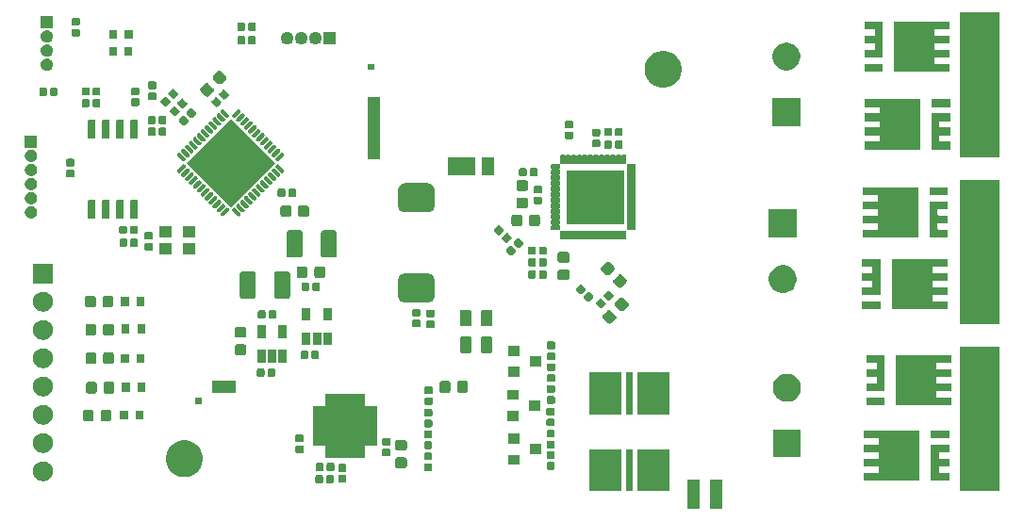
<source format=gts>
%TF.GenerationSoftware,KiCad,Pcbnew,5.1.5-52549c5~84~ubuntu19.10.1*%
%TF.CreationDate,2019-12-19T07:38:22-05:00*%
%TF.ProjectId,bldc-controller,626c6463-2d63-46f6-9e74-726f6c6c6572,rev?*%
%TF.SameCoordinates,Original*%
%TF.FileFunction,Soldermask,Top*%
%TF.FilePolarity,Negative*%
%FSLAX46Y46*%
G04 Gerber Fmt 4.6, Leading zero omitted, Abs format (unit mm)*
G04 Created by KiCad (PCBNEW 5.1.5-52549c5~84~ubuntu19.10.1) date 2019-12-19 07:38:22*
%MOMM*%
%LPD*%
G04 APERTURE LIST*
%ADD10C,0.100000*%
G04 APERTURE END LIST*
D10*
G36*
X50000000Y-109000000D02*
G01*
X49500000Y-109000000D01*
X49500000Y-108500000D01*
X50000000Y-108500000D01*
X50000000Y-109000000D01*
G37*
X50000000Y-109000000D02*
X49500000Y-109000000D01*
X49500000Y-108500000D01*
X50000000Y-108500000D01*
X50000000Y-109000000D01*
G36*
X34500000Y-139000000D02*
G01*
X34000000Y-139000000D01*
X34000000Y-138500000D01*
X34500000Y-138500000D01*
X34500000Y-139000000D01*
G37*
X34500000Y-139000000D02*
X34000000Y-139000000D01*
X34000000Y-138500000D01*
X34500000Y-138500000D01*
X34500000Y-139000000D01*
G36*
X37500000Y-138000000D02*
G01*
X35500000Y-138000000D01*
X35500000Y-137000000D01*
X37500000Y-137000000D01*
X37500000Y-138000000D01*
G37*
X37500000Y-138000000D02*
X35500000Y-138000000D01*
X35500000Y-137000000D01*
X37500000Y-137000000D01*
X37500000Y-138000000D01*
G36*
X50500000Y-117000000D02*
G01*
X49500000Y-117000000D01*
X49500000Y-111500000D01*
X50500000Y-111500000D01*
X50500000Y-117000000D01*
G37*
X50500000Y-117000000D02*
X49500000Y-117000000D01*
X49500000Y-111500000D01*
X50500000Y-111500000D01*
X50500000Y-117000000D01*
G36*
X81280800Y-148520800D02*
G01*
X80179200Y-148520800D01*
X80179200Y-145919200D01*
X81280800Y-145919200D01*
X81280800Y-148520800D01*
G37*
G36*
X79280800Y-148520800D02*
G01*
X78179200Y-148520800D01*
X78179200Y-145919200D01*
X79280800Y-145919200D01*
X79280800Y-148520800D01*
G37*
G36*
X72285800Y-146935800D02*
G01*
X69394200Y-146935800D01*
X69394200Y-143164200D01*
X72285800Y-143164200D01*
X72285800Y-146935800D01*
G37*
G36*
X73305800Y-146935800D02*
G01*
X72694200Y-146935800D01*
X72694200Y-143164200D01*
X73305800Y-143164200D01*
X73305800Y-146935800D01*
G37*
G36*
X76605800Y-146935800D02*
G01*
X73714200Y-146935800D01*
X73714200Y-143164200D01*
X76605800Y-143164200D01*
X76605800Y-146935800D01*
G37*
G36*
X106190800Y-146900800D02*
G01*
X102649200Y-146900800D01*
X102649200Y-133919200D01*
X106190800Y-133919200D01*
X106190800Y-146900800D01*
G37*
G36*
X46312027Y-145472275D02*
G01*
X46339650Y-145480654D01*
X46365113Y-145494264D01*
X46387425Y-145512575D01*
X46405736Y-145534887D01*
X46419346Y-145560350D01*
X46427725Y-145587973D01*
X46430800Y-145619191D01*
X46430800Y-146060809D01*
X46427725Y-146092027D01*
X46419346Y-146119650D01*
X46405736Y-146145113D01*
X46387425Y-146167425D01*
X46365113Y-146185736D01*
X46339650Y-146199346D01*
X46312027Y-146207725D01*
X46280809Y-146210800D01*
X45889191Y-146210800D01*
X45857973Y-146207725D01*
X45830350Y-146199346D01*
X45804887Y-146185736D01*
X45782575Y-146167425D01*
X45764264Y-146145113D01*
X45750654Y-146119650D01*
X45742275Y-146092027D01*
X45739200Y-146060809D01*
X45739200Y-145619191D01*
X45742275Y-145587973D01*
X45750654Y-145560350D01*
X45764264Y-145534887D01*
X45782575Y-145512575D01*
X45804887Y-145494264D01*
X45830350Y-145480654D01*
X45857973Y-145472275D01*
X45889191Y-145469200D01*
X46280809Y-145469200D01*
X46312027Y-145472275D01*
G37*
G36*
X45342027Y-145472275D02*
G01*
X45369650Y-145480654D01*
X45395113Y-145494264D01*
X45417425Y-145512575D01*
X45435736Y-145534887D01*
X45449346Y-145560350D01*
X45457725Y-145587973D01*
X45460800Y-145619191D01*
X45460800Y-146060809D01*
X45457725Y-146092027D01*
X45449346Y-146119650D01*
X45435736Y-146145113D01*
X45417425Y-146167425D01*
X45395113Y-146185736D01*
X45369650Y-146199346D01*
X45342027Y-146207725D01*
X45310809Y-146210800D01*
X44919191Y-146210800D01*
X44887973Y-146207725D01*
X44860350Y-146199346D01*
X44834887Y-146185736D01*
X44812575Y-146167425D01*
X44794264Y-146145113D01*
X44780654Y-146119650D01*
X44772275Y-146092027D01*
X44769200Y-146060809D01*
X44769200Y-145619191D01*
X44772275Y-145587973D01*
X44780654Y-145560350D01*
X44794264Y-145534887D01*
X44812575Y-145512575D01*
X44834887Y-145494264D01*
X44860350Y-145480654D01*
X44887973Y-145472275D01*
X44919191Y-145469200D01*
X45310809Y-145469200D01*
X45342027Y-145472275D01*
G37*
G36*
X47442027Y-145452275D02*
G01*
X47469650Y-145460654D01*
X47495113Y-145474264D01*
X47517425Y-145492575D01*
X47535736Y-145514887D01*
X47549346Y-145540350D01*
X47557725Y-145567973D01*
X47560800Y-145599191D01*
X47560800Y-145990809D01*
X47557725Y-146022027D01*
X47549346Y-146049650D01*
X47535736Y-146075113D01*
X47517425Y-146097425D01*
X47495113Y-146115736D01*
X47469650Y-146129346D01*
X47442027Y-146137725D01*
X47410809Y-146140800D01*
X46969191Y-146140800D01*
X46937973Y-146137725D01*
X46910350Y-146129346D01*
X46884887Y-146115736D01*
X46862575Y-146097425D01*
X46844264Y-146075113D01*
X46830654Y-146049650D01*
X46822275Y-146022027D01*
X46819200Y-145990809D01*
X46819200Y-145599191D01*
X46822275Y-145567973D01*
X46830654Y-145540350D01*
X46844264Y-145514887D01*
X46862575Y-145492575D01*
X46884887Y-145474264D01*
X46910350Y-145460654D01*
X46937973Y-145452275D01*
X46969191Y-145449200D01*
X47410809Y-145449200D01*
X47442027Y-145452275D01*
G37*
G36*
X20582754Y-144263817D02*
G01*
X20746689Y-144331721D01*
X20894227Y-144430303D01*
X21019697Y-144555773D01*
X21118279Y-144703311D01*
X21186183Y-144867246D01*
X21220800Y-145041279D01*
X21220800Y-145218721D01*
X21186183Y-145392754D01*
X21118279Y-145556689D01*
X21019697Y-145704227D01*
X20894227Y-145829697D01*
X20746689Y-145928279D01*
X20582754Y-145996183D01*
X20408721Y-146030800D01*
X20231279Y-146030800D01*
X20057246Y-145996183D01*
X19893311Y-145928279D01*
X19745773Y-145829697D01*
X19620303Y-145704227D01*
X19521721Y-145556689D01*
X19453817Y-145392754D01*
X19419200Y-145218721D01*
X19419200Y-145041279D01*
X19453817Y-144867246D01*
X19521721Y-144703311D01*
X19620303Y-144555773D01*
X19745773Y-144430303D01*
X19893311Y-144331721D01*
X20057246Y-144263817D01*
X20231279Y-144229200D01*
X20408721Y-144229200D01*
X20582754Y-144263817D01*
G37*
G36*
X99038300Y-146005800D02*
G01*
X94039200Y-146005800D01*
X94039200Y-145304200D01*
X95335901Y-145304200D01*
X95345811Y-145303224D01*
X95355341Y-145300333D01*
X95364123Y-145295639D01*
X95371821Y-145289321D01*
X95378139Y-145281623D01*
X95382833Y-145272841D01*
X95385724Y-145263311D01*
X95386700Y-145253401D01*
X95386700Y-144786599D01*
X95385724Y-144776689D01*
X95382833Y-144767159D01*
X95378139Y-144758377D01*
X95371821Y-144750679D01*
X95364123Y-144744361D01*
X95355341Y-144739667D01*
X95345811Y-144736776D01*
X95335901Y-144735800D01*
X94039200Y-144735800D01*
X94039200Y-144034200D01*
X95335901Y-144034200D01*
X95345811Y-144033224D01*
X95355341Y-144030333D01*
X95364123Y-144025639D01*
X95371821Y-144019321D01*
X95378139Y-144011623D01*
X95382833Y-144002841D01*
X95385724Y-143993311D01*
X95386700Y-143983401D01*
X95386700Y-143516599D01*
X95385724Y-143506689D01*
X95382833Y-143497159D01*
X95378139Y-143488377D01*
X95371821Y-143480679D01*
X95364123Y-143474361D01*
X95355341Y-143469667D01*
X95345811Y-143466776D01*
X95335901Y-143465800D01*
X94039200Y-143465800D01*
X94039200Y-142764200D01*
X95335901Y-142764200D01*
X95345811Y-142763224D01*
X95355341Y-142760333D01*
X95364123Y-142755639D01*
X95371821Y-142749321D01*
X95378139Y-142741623D01*
X95382833Y-142732841D01*
X95385724Y-142723311D01*
X95386700Y-142713401D01*
X95386700Y-142246599D01*
X95385724Y-142236689D01*
X95382833Y-142227159D01*
X95378139Y-142218377D01*
X95371821Y-142210679D01*
X95364123Y-142204361D01*
X95355341Y-142199667D01*
X95345811Y-142196776D01*
X95335901Y-142195800D01*
X94039200Y-142195800D01*
X94039200Y-141494200D01*
X99038300Y-141494200D01*
X99038300Y-146005800D01*
G37*
G36*
X101680800Y-143465800D02*
G01*
X100796599Y-143465800D01*
X100786689Y-143466776D01*
X100777159Y-143469667D01*
X100768377Y-143474361D01*
X100760679Y-143480679D01*
X100754361Y-143488377D01*
X100749667Y-143497159D01*
X100746776Y-143506689D01*
X100745800Y-143516599D01*
X100745800Y-143983401D01*
X100746776Y-143993311D01*
X100749667Y-144002841D01*
X100754361Y-144011623D01*
X100760679Y-144019321D01*
X100768377Y-144025639D01*
X100777159Y-144030333D01*
X100786689Y-144033224D01*
X100796599Y-144034200D01*
X101680800Y-144034200D01*
X101680800Y-144735800D01*
X100796599Y-144735800D01*
X100786689Y-144736776D01*
X100777159Y-144739667D01*
X100768377Y-144744361D01*
X100760679Y-144750679D01*
X100754361Y-144758377D01*
X100749667Y-144767159D01*
X100746776Y-144776689D01*
X100745800Y-144786599D01*
X100745800Y-145253401D01*
X100746776Y-145263311D01*
X100749667Y-145272841D01*
X100754361Y-145281623D01*
X100760679Y-145289321D01*
X100768377Y-145295639D01*
X100777159Y-145300333D01*
X100786689Y-145303224D01*
X100796599Y-145304200D01*
X101680800Y-145304200D01*
X101680800Y-146005800D01*
X100029200Y-146005800D01*
X100029200Y-142764200D01*
X101680800Y-142764200D01*
X101680800Y-143465800D01*
G37*
G36*
X33481521Y-142412639D02*
G01*
X33781947Y-142537080D01*
X34052324Y-142717740D01*
X34282260Y-142947676D01*
X34462920Y-143218053D01*
X34587361Y-143518479D01*
X34650800Y-143837410D01*
X34650800Y-144162590D01*
X34587361Y-144481521D01*
X34462920Y-144781947D01*
X34282260Y-145052324D01*
X34052324Y-145282260D01*
X33781947Y-145462920D01*
X33481521Y-145587361D01*
X33162590Y-145650800D01*
X32837410Y-145650800D01*
X32518479Y-145587361D01*
X32218053Y-145462920D01*
X31947676Y-145282260D01*
X31717740Y-145052324D01*
X31537080Y-144781947D01*
X31412639Y-144481521D01*
X31349200Y-144162590D01*
X31349200Y-143837410D01*
X31412639Y-143518479D01*
X31537080Y-143218053D01*
X31717740Y-142947676D01*
X31947676Y-142717740D01*
X32218053Y-142537080D01*
X32518479Y-142412639D01*
X32837410Y-142349200D01*
X33162590Y-142349200D01*
X33481521Y-142412639D01*
G37*
G36*
X47442027Y-144482275D02*
G01*
X47469650Y-144490654D01*
X47495113Y-144504264D01*
X47517425Y-144522575D01*
X47535736Y-144544887D01*
X47549346Y-144570350D01*
X47557725Y-144597973D01*
X47560800Y-144629191D01*
X47560800Y-145020809D01*
X47557725Y-145052027D01*
X47549346Y-145079650D01*
X47535736Y-145105113D01*
X47517425Y-145127425D01*
X47495113Y-145145736D01*
X47469650Y-145159346D01*
X47442027Y-145167725D01*
X47410809Y-145170800D01*
X46969191Y-145170800D01*
X46937973Y-145167725D01*
X46910350Y-145159346D01*
X46884887Y-145145736D01*
X46862575Y-145127425D01*
X46844264Y-145105113D01*
X46830654Y-145079650D01*
X46822275Y-145052027D01*
X46819200Y-145020809D01*
X46819200Y-144629191D01*
X46822275Y-144597973D01*
X46830654Y-144570350D01*
X46844264Y-144544887D01*
X46862575Y-144522575D01*
X46884887Y-144504264D01*
X46910350Y-144490654D01*
X46937973Y-144482275D01*
X46969191Y-144479200D01*
X47410809Y-144479200D01*
X47442027Y-144482275D01*
G37*
G36*
X45392027Y-144382275D02*
G01*
X45419650Y-144390654D01*
X45445113Y-144404264D01*
X45467425Y-144422575D01*
X45485736Y-144444887D01*
X45499346Y-144470350D01*
X45507725Y-144497973D01*
X45510800Y-144529191D01*
X45510800Y-144970809D01*
X45507725Y-145002027D01*
X45499346Y-145029650D01*
X45485736Y-145055113D01*
X45467425Y-145077425D01*
X45445113Y-145095736D01*
X45419650Y-145109346D01*
X45392027Y-145117725D01*
X45360809Y-145120800D01*
X44969191Y-145120800D01*
X44937973Y-145117725D01*
X44910350Y-145109346D01*
X44884887Y-145095736D01*
X44862575Y-145077425D01*
X44844264Y-145055113D01*
X44830654Y-145029650D01*
X44822275Y-145002027D01*
X44819200Y-144970809D01*
X44819200Y-144529191D01*
X44822275Y-144497973D01*
X44830654Y-144470350D01*
X44844264Y-144444887D01*
X44862575Y-144422575D01*
X44884887Y-144404264D01*
X44910350Y-144390654D01*
X44937973Y-144382275D01*
X44969191Y-144379200D01*
X45360809Y-144379200D01*
X45392027Y-144382275D01*
G37*
G36*
X46362027Y-144382275D02*
G01*
X46389650Y-144390654D01*
X46415113Y-144404264D01*
X46437425Y-144422575D01*
X46455736Y-144444887D01*
X46469346Y-144470350D01*
X46477725Y-144497973D01*
X46480800Y-144529191D01*
X46480800Y-144970809D01*
X46477725Y-145002027D01*
X46469346Y-145029650D01*
X46455736Y-145055113D01*
X46437425Y-145077425D01*
X46415113Y-145095736D01*
X46389650Y-145109346D01*
X46362027Y-145117725D01*
X46330809Y-145120800D01*
X45939191Y-145120800D01*
X45907973Y-145117725D01*
X45880350Y-145109346D01*
X45854887Y-145095736D01*
X45832575Y-145077425D01*
X45814264Y-145055113D01*
X45800654Y-145029650D01*
X45792275Y-145002027D01*
X45789200Y-144970809D01*
X45789200Y-144529191D01*
X45792275Y-144497973D01*
X45800654Y-144470350D01*
X45814264Y-144444887D01*
X45832575Y-144422575D01*
X45854887Y-144404264D01*
X45880350Y-144390654D01*
X45907973Y-144382275D01*
X45939191Y-144379200D01*
X46330809Y-144379200D01*
X46362027Y-144382275D01*
G37*
G36*
X55142027Y-144422275D02*
G01*
X55169650Y-144430654D01*
X55195113Y-144444264D01*
X55217425Y-144462575D01*
X55235736Y-144484887D01*
X55249346Y-144510350D01*
X55257725Y-144537973D01*
X55260800Y-144569191D01*
X55260800Y-144960809D01*
X55257725Y-144992027D01*
X55249346Y-145019650D01*
X55235736Y-145045113D01*
X55217425Y-145067425D01*
X55195113Y-145085736D01*
X55169650Y-145099346D01*
X55142027Y-145107725D01*
X55110809Y-145110800D01*
X54669191Y-145110800D01*
X54637973Y-145107725D01*
X54610350Y-145099346D01*
X54584887Y-145085736D01*
X54562575Y-145067425D01*
X54544264Y-145045113D01*
X54530654Y-145019650D01*
X54522275Y-144992027D01*
X54519200Y-144960809D01*
X54519200Y-144569191D01*
X54522275Y-144537973D01*
X54530654Y-144510350D01*
X54544264Y-144484887D01*
X54562575Y-144462575D01*
X54584887Y-144444264D01*
X54610350Y-144430654D01*
X54637973Y-144422275D01*
X54669191Y-144419200D01*
X55110809Y-144419200D01*
X55142027Y-144422275D01*
G37*
G36*
X66152027Y-144312275D02*
G01*
X66179650Y-144320654D01*
X66205113Y-144334264D01*
X66227425Y-144352575D01*
X66245736Y-144374887D01*
X66259346Y-144400350D01*
X66267725Y-144427973D01*
X66270800Y-144459191D01*
X66270800Y-144850809D01*
X66267725Y-144882027D01*
X66259346Y-144909650D01*
X66245736Y-144935113D01*
X66227425Y-144957425D01*
X66205113Y-144975736D01*
X66179650Y-144989346D01*
X66152027Y-144997725D01*
X66120809Y-145000800D01*
X65679191Y-145000800D01*
X65647973Y-144997725D01*
X65620350Y-144989346D01*
X65594887Y-144975736D01*
X65572575Y-144957425D01*
X65554264Y-144935113D01*
X65540654Y-144909650D01*
X65532275Y-144882027D01*
X65529200Y-144850809D01*
X65529200Y-144459191D01*
X65532275Y-144427973D01*
X65540654Y-144400350D01*
X65554264Y-144374887D01*
X65572575Y-144352575D01*
X65594887Y-144334264D01*
X65620350Y-144320654D01*
X65647973Y-144312275D01*
X65679191Y-144309200D01*
X66120809Y-144309200D01*
X66152027Y-144312275D01*
G37*
G36*
X52819674Y-143883643D02*
G01*
X52860667Y-143896078D01*
X52898448Y-143916273D01*
X52931556Y-143943444D01*
X52958727Y-143976552D01*
X52978922Y-144014333D01*
X52991357Y-144055326D01*
X52995800Y-144100441D01*
X52995800Y-144634559D01*
X52991357Y-144679674D01*
X52978922Y-144720667D01*
X52958727Y-144758448D01*
X52931556Y-144791556D01*
X52898448Y-144818727D01*
X52860667Y-144838922D01*
X52819674Y-144851357D01*
X52774559Y-144855800D01*
X52165441Y-144855800D01*
X52120326Y-144851357D01*
X52079333Y-144838922D01*
X52041552Y-144818727D01*
X52008444Y-144791556D01*
X51981273Y-144758448D01*
X51961078Y-144720667D01*
X51948643Y-144679674D01*
X51944200Y-144634559D01*
X51944200Y-144100441D01*
X51948643Y-144055326D01*
X51961078Y-144014333D01*
X51981273Y-143976552D01*
X52008444Y-143943444D01*
X52041552Y-143916273D01*
X52079333Y-143896078D01*
X52120326Y-143883643D01*
X52165441Y-143879200D01*
X52774559Y-143879200D01*
X52819674Y-143883643D01*
G37*
G36*
X63080800Y-144550800D02*
G01*
X62079200Y-144550800D01*
X62079200Y-143649200D01*
X63080800Y-143649200D01*
X63080800Y-144550800D01*
G37*
G36*
X55142027Y-143452275D02*
G01*
X55169650Y-143460654D01*
X55195113Y-143474264D01*
X55217425Y-143492575D01*
X55235736Y-143514887D01*
X55249346Y-143540350D01*
X55257725Y-143567973D01*
X55260800Y-143599191D01*
X55260800Y-143990809D01*
X55257725Y-144022027D01*
X55249346Y-144049650D01*
X55235736Y-144075113D01*
X55217425Y-144097425D01*
X55195113Y-144115736D01*
X55169650Y-144129346D01*
X55142027Y-144137725D01*
X55110809Y-144140800D01*
X54669191Y-144140800D01*
X54637973Y-144137725D01*
X54610350Y-144129346D01*
X54584887Y-144115736D01*
X54562575Y-144097425D01*
X54544264Y-144075113D01*
X54530654Y-144049650D01*
X54522275Y-144022027D01*
X54519200Y-143990809D01*
X54519200Y-143599191D01*
X54522275Y-143567973D01*
X54530654Y-143540350D01*
X54544264Y-143514887D01*
X54562575Y-143492575D01*
X54584887Y-143474264D01*
X54610350Y-143460654D01*
X54637973Y-143452275D01*
X54669191Y-143449200D01*
X55110809Y-143449200D01*
X55142027Y-143452275D01*
G37*
G36*
X66152027Y-143342275D02*
G01*
X66179650Y-143350654D01*
X66205113Y-143364264D01*
X66227425Y-143382575D01*
X66245736Y-143404887D01*
X66259346Y-143430350D01*
X66267725Y-143457973D01*
X66270800Y-143489191D01*
X66270800Y-143880809D01*
X66267725Y-143912027D01*
X66259346Y-143939650D01*
X66245736Y-143965113D01*
X66227425Y-143987425D01*
X66205113Y-144005736D01*
X66179650Y-144019346D01*
X66152027Y-144027725D01*
X66120809Y-144030800D01*
X65679191Y-144030800D01*
X65647973Y-144027725D01*
X65620350Y-144019346D01*
X65594887Y-144005736D01*
X65572575Y-143987425D01*
X65554264Y-143965113D01*
X65540654Y-143939650D01*
X65532275Y-143912027D01*
X65529200Y-143880809D01*
X65529200Y-143489191D01*
X65532275Y-143457973D01*
X65540654Y-143430350D01*
X65554264Y-143404887D01*
X65572575Y-143382575D01*
X65594887Y-143364264D01*
X65620350Y-143350654D01*
X65647973Y-143342275D01*
X65679191Y-143339200D01*
X66120809Y-143339200D01*
X66152027Y-143342275D01*
G37*
G36*
X49200000Y-139249201D02*
G01*
X49200976Y-139259111D01*
X49203867Y-139268641D01*
X49208561Y-139277423D01*
X49214879Y-139285121D01*
X49222577Y-139291439D01*
X49231359Y-139296133D01*
X49240889Y-139299024D01*
X49250799Y-139300000D01*
X50365000Y-139300000D01*
X50365000Y-142800000D01*
X49250799Y-142800000D01*
X49240889Y-142800976D01*
X49231359Y-142803867D01*
X49222577Y-142808561D01*
X49214879Y-142814879D01*
X49208561Y-142822577D01*
X49203867Y-142831359D01*
X49200976Y-142840889D01*
X49200000Y-142850799D01*
X49200000Y-143965000D01*
X45700000Y-143965000D01*
X45700000Y-142850799D01*
X45699024Y-142840889D01*
X45696133Y-142831359D01*
X45691439Y-142822577D01*
X45685121Y-142814879D01*
X45677423Y-142808561D01*
X45668641Y-142803867D01*
X45659111Y-142800976D01*
X45649201Y-142800000D01*
X44535000Y-142800000D01*
X44535000Y-139300000D01*
X45649201Y-139300000D01*
X45659111Y-139299024D01*
X45668641Y-139296133D01*
X45677423Y-139291439D01*
X45685121Y-139285121D01*
X45691439Y-139277423D01*
X45696133Y-139268641D01*
X45699024Y-139259111D01*
X45700000Y-139249201D01*
X45700000Y-138135000D01*
X49200000Y-138135000D01*
X49200000Y-139249201D01*
G37*
G36*
X88370800Y-143870800D02*
G01*
X85869200Y-143870800D01*
X85869200Y-141369200D01*
X88370800Y-141369200D01*
X88370800Y-143870800D01*
G37*
G36*
X51402027Y-143107275D02*
G01*
X51429650Y-143115654D01*
X51455113Y-143129264D01*
X51477425Y-143147575D01*
X51495736Y-143169887D01*
X51509346Y-143195350D01*
X51517725Y-143222973D01*
X51520800Y-143254191D01*
X51520800Y-143645809D01*
X51517725Y-143677027D01*
X51509346Y-143704650D01*
X51495736Y-143730113D01*
X51477425Y-143752425D01*
X51455113Y-143770736D01*
X51429650Y-143784346D01*
X51402027Y-143792725D01*
X51370809Y-143795800D01*
X50929191Y-143795800D01*
X50897973Y-143792725D01*
X50870350Y-143784346D01*
X50844887Y-143770736D01*
X50822575Y-143752425D01*
X50804264Y-143730113D01*
X50790654Y-143704650D01*
X50782275Y-143677027D01*
X50779200Y-143645809D01*
X50779200Y-143254191D01*
X50782275Y-143222973D01*
X50790654Y-143195350D01*
X50804264Y-143169887D01*
X50822575Y-143147575D01*
X50844887Y-143129264D01*
X50870350Y-143115654D01*
X50897973Y-143107275D01*
X50929191Y-143104200D01*
X51370809Y-143104200D01*
X51402027Y-143107275D01*
G37*
G36*
X65080800Y-143600800D02*
G01*
X64079200Y-143600800D01*
X64079200Y-142699200D01*
X65080800Y-142699200D01*
X65080800Y-143600800D01*
G37*
G36*
X43612027Y-142812275D02*
G01*
X43639650Y-142820654D01*
X43665113Y-142834264D01*
X43687425Y-142852575D01*
X43705736Y-142874887D01*
X43719346Y-142900350D01*
X43727725Y-142927973D01*
X43730800Y-142959191D01*
X43730800Y-143350809D01*
X43727725Y-143382027D01*
X43719346Y-143409650D01*
X43705736Y-143435113D01*
X43687425Y-143457425D01*
X43665113Y-143475736D01*
X43639650Y-143489346D01*
X43612027Y-143497725D01*
X43580809Y-143500800D01*
X43139191Y-143500800D01*
X43107973Y-143497725D01*
X43080350Y-143489346D01*
X43054887Y-143475736D01*
X43032575Y-143457425D01*
X43014264Y-143435113D01*
X43000654Y-143409650D01*
X42992275Y-143382027D01*
X42989200Y-143350809D01*
X42989200Y-142959191D01*
X42992275Y-142927973D01*
X43000654Y-142900350D01*
X43014264Y-142874887D01*
X43032575Y-142852575D01*
X43054887Y-142834264D01*
X43080350Y-142820654D01*
X43107973Y-142812275D01*
X43139191Y-142809200D01*
X43580809Y-142809200D01*
X43612027Y-142812275D01*
G37*
G36*
X20582754Y-141723817D02*
G01*
X20746689Y-141791721D01*
X20894227Y-141890303D01*
X21019697Y-142015773D01*
X21118279Y-142163311D01*
X21186183Y-142327246D01*
X21220800Y-142501279D01*
X21220800Y-142678721D01*
X21186183Y-142852754D01*
X21118279Y-143016689D01*
X21019697Y-143164227D01*
X20894227Y-143289697D01*
X20746689Y-143388279D01*
X20582754Y-143456183D01*
X20408721Y-143490800D01*
X20231279Y-143490800D01*
X20057246Y-143456183D01*
X19893311Y-143388279D01*
X19745773Y-143289697D01*
X19620303Y-143164227D01*
X19521721Y-143016689D01*
X19453817Y-142852754D01*
X19419200Y-142678721D01*
X19419200Y-142501279D01*
X19453817Y-142327246D01*
X19521721Y-142163311D01*
X19620303Y-142015773D01*
X19745773Y-141890303D01*
X19893311Y-141791721D01*
X20057246Y-141723817D01*
X20231279Y-141689200D01*
X20408721Y-141689200D01*
X20582754Y-141723817D01*
G37*
G36*
X52819674Y-142308643D02*
G01*
X52860667Y-142321078D01*
X52898448Y-142341273D01*
X52931556Y-142368444D01*
X52958727Y-142401552D01*
X52978922Y-142439333D01*
X52991357Y-142480326D01*
X52995800Y-142525441D01*
X52995800Y-143059559D01*
X52991357Y-143104674D01*
X52978922Y-143145667D01*
X52958727Y-143183448D01*
X52931556Y-143216556D01*
X52898448Y-143243727D01*
X52860667Y-143263922D01*
X52819674Y-143276357D01*
X52774559Y-143280800D01*
X52165441Y-143280800D01*
X52120326Y-143276357D01*
X52079333Y-143263922D01*
X52041552Y-143243727D01*
X52008444Y-143216556D01*
X51981273Y-143183448D01*
X51961078Y-143145667D01*
X51948643Y-143104674D01*
X51944200Y-143059559D01*
X51944200Y-142525441D01*
X51948643Y-142480326D01*
X51961078Y-142439333D01*
X51981273Y-142401552D01*
X52008444Y-142368444D01*
X52041552Y-142341273D01*
X52079333Y-142321078D01*
X52120326Y-142308643D01*
X52165441Y-142304200D01*
X52774559Y-142304200D01*
X52819674Y-142308643D01*
G37*
G36*
X55142027Y-142447275D02*
G01*
X55169650Y-142455654D01*
X55195113Y-142469264D01*
X55217425Y-142487575D01*
X55235736Y-142509887D01*
X55249346Y-142535350D01*
X55257725Y-142562973D01*
X55260800Y-142594191D01*
X55260800Y-142985809D01*
X55257725Y-143017027D01*
X55249346Y-143044650D01*
X55235736Y-143070113D01*
X55217425Y-143092425D01*
X55195113Y-143110736D01*
X55169650Y-143124346D01*
X55142027Y-143132725D01*
X55110809Y-143135800D01*
X54669191Y-143135800D01*
X54637973Y-143132725D01*
X54610350Y-143124346D01*
X54584887Y-143110736D01*
X54562575Y-143092425D01*
X54544264Y-143070113D01*
X54530654Y-143044650D01*
X54522275Y-143017027D01*
X54519200Y-142985809D01*
X54519200Y-142594191D01*
X54522275Y-142562973D01*
X54530654Y-142535350D01*
X54544264Y-142509887D01*
X54562575Y-142487575D01*
X54584887Y-142469264D01*
X54610350Y-142455654D01*
X54637973Y-142447275D01*
X54669191Y-142444200D01*
X55110809Y-142444200D01*
X55142027Y-142447275D01*
G37*
G36*
X66152027Y-142392275D02*
G01*
X66179650Y-142400654D01*
X66205113Y-142414264D01*
X66227425Y-142432575D01*
X66245736Y-142454887D01*
X66259346Y-142480350D01*
X66267725Y-142507973D01*
X66270800Y-142539191D01*
X66270800Y-142930809D01*
X66267725Y-142962027D01*
X66259346Y-142989650D01*
X66245736Y-143015113D01*
X66227425Y-143037425D01*
X66205113Y-143055736D01*
X66179650Y-143069346D01*
X66152027Y-143077725D01*
X66120809Y-143080800D01*
X65679191Y-143080800D01*
X65647973Y-143077725D01*
X65620350Y-143069346D01*
X65594887Y-143055736D01*
X65572575Y-143037425D01*
X65554264Y-143015113D01*
X65540654Y-142989650D01*
X65532275Y-142962027D01*
X65529200Y-142930809D01*
X65529200Y-142539191D01*
X65532275Y-142507973D01*
X65540654Y-142480350D01*
X65554264Y-142454887D01*
X65572575Y-142432575D01*
X65594887Y-142414264D01*
X65620350Y-142400654D01*
X65647973Y-142392275D01*
X65679191Y-142389200D01*
X66120809Y-142389200D01*
X66152027Y-142392275D01*
G37*
G36*
X51402027Y-142137275D02*
G01*
X51429650Y-142145654D01*
X51455113Y-142159264D01*
X51477425Y-142177575D01*
X51495736Y-142199887D01*
X51509346Y-142225350D01*
X51517725Y-142252973D01*
X51520800Y-142284191D01*
X51520800Y-142675809D01*
X51517725Y-142707027D01*
X51509346Y-142734650D01*
X51495736Y-142760113D01*
X51477425Y-142782425D01*
X51455113Y-142800736D01*
X51429650Y-142814346D01*
X51402027Y-142822725D01*
X51370809Y-142825800D01*
X50929191Y-142825800D01*
X50897973Y-142822725D01*
X50870350Y-142814346D01*
X50844887Y-142800736D01*
X50822575Y-142782425D01*
X50804264Y-142760113D01*
X50790654Y-142734650D01*
X50782275Y-142707027D01*
X50779200Y-142675809D01*
X50779200Y-142284191D01*
X50782275Y-142252973D01*
X50790654Y-142225350D01*
X50804264Y-142199887D01*
X50822575Y-142177575D01*
X50844887Y-142159264D01*
X50870350Y-142145654D01*
X50897973Y-142137275D01*
X50929191Y-142134200D01*
X51370809Y-142134200D01*
X51402027Y-142137275D01*
G37*
G36*
X63080800Y-142650800D02*
G01*
X62079200Y-142650800D01*
X62079200Y-141749200D01*
X63080800Y-141749200D01*
X63080800Y-142650800D01*
G37*
G36*
X43612027Y-141842275D02*
G01*
X43639650Y-141850654D01*
X43665113Y-141864264D01*
X43687425Y-141882575D01*
X43705736Y-141904887D01*
X43719346Y-141930350D01*
X43727725Y-141957973D01*
X43730800Y-141989191D01*
X43730800Y-142380809D01*
X43727725Y-142412027D01*
X43719346Y-142439650D01*
X43705736Y-142465113D01*
X43687425Y-142487425D01*
X43665113Y-142505736D01*
X43639650Y-142519346D01*
X43612027Y-142527725D01*
X43580809Y-142530800D01*
X43139191Y-142530800D01*
X43107973Y-142527725D01*
X43080350Y-142519346D01*
X43054887Y-142505736D01*
X43032575Y-142487425D01*
X43014264Y-142465113D01*
X43000654Y-142439650D01*
X42992275Y-142412027D01*
X42989200Y-142380809D01*
X42989200Y-141989191D01*
X42992275Y-141957973D01*
X43000654Y-141930350D01*
X43014264Y-141904887D01*
X43032575Y-141882575D01*
X43054887Y-141864264D01*
X43080350Y-141850654D01*
X43107973Y-141842275D01*
X43139191Y-141839200D01*
X43580809Y-141839200D01*
X43612027Y-141842275D01*
G37*
G36*
X101680800Y-142195800D02*
G01*
X100029200Y-142195800D01*
X100029200Y-141494200D01*
X101680800Y-141494200D01*
X101680800Y-142195800D01*
G37*
G36*
X55142027Y-141477275D02*
G01*
X55169650Y-141485654D01*
X55195113Y-141499264D01*
X55217425Y-141517575D01*
X55235736Y-141539887D01*
X55249346Y-141565350D01*
X55257725Y-141592973D01*
X55260800Y-141624191D01*
X55260800Y-142015809D01*
X55257725Y-142047027D01*
X55249346Y-142074650D01*
X55235736Y-142100113D01*
X55217425Y-142122425D01*
X55195113Y-142140736D01*
X55169650Y-142154346D01*
X55142027Y-142162725D01*
X55110809Y-142165800D01*
X54669191Y-142165800D01*
X54637973Y-142162725D01*
X54610350Y-142154346D01*
X54584887Y-142140736D01*
X54562575Y-142122425D01*
X54544264Y-142100113D01*
X54530654Y-142074650D01*
X54522275Y-142047027D01*
X54519200Y-142015809D01*
X54519200Y-141624191D01*
X54522275Y-141592973D01*
X54530654Y-141565350D01*
X54544264Y-141539887D01*
X54562575Y-141517575D01*
X54584887Y-141499264D01*
X54610350Y-141485654D01*
X54637973Y-141477275D01*
X54669191Y-141474200D01*
X55110809Y-141474200D01*
X55142027Y-141477275D01*
G37*
G36*
X66152027Y-141422275D02*
G01*
X66179650Y-141430654D01*
X66205113Y-141444264D01*
X66227425Y-141462575D01*
X66245736Y-141484887D01*
X66259346Y-141510350D01*
X66267725Y-141537973D01*
X66270800Y-141569191D01*
X66270800Y-141960809D01*
X66267725Y-141992027D01*
X66259346Y-142019650D01*
X66245736Y-142045113D01*
X66227425Y-142067425D01*
X66205113Y-142085736D01*
X66179650Y-142099346D01*
X66152027Y-142107725D01*
X66120809Y-142110800D01*
X65679191Y-142110800D01*
X65647973Y-142107725D01*
X65620350Y-142099346D01*
X65594887Y-142085736D01*
X65572575Y-142067425D01*
X65554264Y-142045113D01*
X65540654Y-142019650D01*
X65532275Y-141992027D01*
X65529200Y-141960809D01*
X65529200Y-141569191D01*
X65532275Y-141537973D01*
X65540654Y-141510350D01*
X65554264Y-141484887D01*
X65572575Y-141462575D01*
X65594887Y-141444264D01*
X65620350Y-141430654D01*
X65647973Y-141422275D01*
X65679191Y-141419200D01*
X66120809Y-141419200D01*
X66152027Y-141422275D01*
G37*
G36*
X55162027Y-140492275D02*
G01*
X55189650Y-140500654D01*
X55215113Y-140514264D01*
X55237425Y-140532575D01*
X55255736Y-140554887D01*
X55269346Y-140580350D01*
X55277725Y-140607973D01*
X55280800Y-140639191D01*
X55280800Y-141030809D01*
X55277725Y-141062027D01*
X55269346Y-141089650D01*
X55255736Y-141115113D01*
X55237425Y-141137425D01*
X55215113Y-141155736D01*
X55189650Y-141169346D01*
X55162027Y-141177725D01*
X55130809Y-141180800D01*
X54689191Y-141180800D01*
X54657973Y-141177725D01*
X54630350Y-141169346D01*
X54604887Y-141155736D01*
X54582575Y-141137425D01*
X54564264Y-141115113D01*
X54550654Y-141089650D01*
X54542275Y-141062027D01*
X54539200Y-141030809D01*
X54539200Y-140639191D01*
X54542275Y-140607973D01*
X54550654Y-140580350D01*
X54564264Y-140554887D01*
X54582575Y-140532575D01*
X54604887Y-140514264D01*
X54630350Y-140500654D01*
X54657973Y-140492275D01*
X54689191Y-140489200D01*
X55130809Y-140489200D01*
X55162027Y-140492275D01*
G37*
G36*
X66142027Y-140402275D02*
G01*
X66169650Y-140410654D01*
X66195113Y-140424264D01*
X66217425Y-140442575D01*
X66235736Y-140464887D01*
X66249346Y-140490350D01*
X66257725Y-140517973D01*
X66260800Y-140549191D01*
X66260800Y-140940809D01*
X66257725Y-140972027D01*
X66249346Y-140999650D01*
X66235736Y-141025113D01*
X66217425Y-141047425D01*
X66195113Y-141065736D01*
X66169650Y-141079346D01*
X66142027Y-141087725D01*
X66110809Y-141090800D01*
X65669191Y-141090800D01*
X65637973Y-141087725D01*
X65610350Y-141079346D01*
X65584887Y-141065736D01*
X65562575Y-141047425D01*
X65544264Y-141025113D01*
X65530654Y-140999650D01*
X65522275Y-140972027D01*
X65519200Y-140940809D01*
X65519200Y-140549191D01*
X65522275Y-140517973D01*
X65530654Y-140490350D01*
X65544264Y-140464887D01*
X65562575Y-140442575D01*
X65584887Y-140424264D01*
X65610350Y-140410654D01*
X65637973Y-140402275D01*
X65669191Y-140399200D01*
X66110809Y-140399200D01*
X66142027Y-140402275D01*
G37*
G36*
X20582754Y-139183817D02*
G01*
X20746689Y-139251721D01*
X20894227Y-139350303D01*
X21019697Y-139475773D01*
X21118279Y-139623311D01*
X21186183Y-139787246D01*
X21220800Y-139961279D01*
X21220800Y-140138721D01*
X21186183Y-140312754D01*
X21118279Y-140476689D01*
X21019697Y-140624227D01*
X20894227Y-140749697D01*
X20746689Y-140848279D01*
X20582754Y-140916183D01*
X20408721Y-140950800D01*
X20231279Y-140950800D01*
X20057246Y-140916183D01*
X19893311Y-140848279D01*
X19745773Y-140749697D01*
X19620303Y-140624227D01*
X19521721Y-140476689D01*
X19453817Y-140312754D01*
X19419200Y-140138721D01*
X19419200Y-139961279D01*
X19453817Y-139787246D01*
X19521721Y-139623311D01*
X19620303Y-139475773D01*
X19745773Y-139350303D01*
X19893311Y-139251721D01*
X20057246Y-139183817D01*
X20231279Y-139149200D01*
X20408721Y-139149200D01*
X20582754Y-139183817D01*
G37*
G36*
X26279674Y-139598643D02*
G01*
X26320667Y-139611078D01*
X26358448Y-139631273D01*
X26391556Y-139658444D01*
X26418727Y-139691552D01*
X26438922Y-139729333D01*
X26451357Y-139770326D01*
X26455800Y-139815441D01*
X26455800Y-140424559D01*
X26451357Y-140469674D01*
X26438922Y-140510667D01*
X26418727Y-140548448D01*
X26391556Y-140581556D01*
X26358448Y-140608727D01*
X26320667Y-140628922D01*
X26279674Y-140641357D01*
X26234559Y-140645800D01*
X25700441Y-140645800D01*
X25655326Y-140641357D01*
X25614333Y-140628922D01*
X25576552Y-140608727D01*
X25543444Y-140581556D01*
X25516273Y-140548448D01*
X25496078Y-140510667D01*
X25483643Y-140469674D01*
X25479200Y-140424559D01*
X25479200Y-139815441D01*
X25483643Y-139770326D01*
X25496078Y-139729333D01*
X25516273Y-139691552D01*
X25543444Y-139658444D01*
X25576552Y-139631273D01*
X25614333Y-139611078D01*
X25655326Y-139598643D01*
X25700441Y-139594200D01*
X26234559Y-139594200D01*
X26279674Y-139598643D01*
G37*
G36*
X24704674Y-139598643D02*
G01*
X24745667Y-139611078D01*
X24783448Y-139631273D01*
X24816556Y-139658444D01*
X24843727Y-139691552D01*
X24863922Y-139729333D01*
X24876357Y-139770326D01*
X24880800Y-139815441D01*
X24880800Y-140424559D01*
X24876357Y-140469674D01*
X24863922Y-140510667D01*
X24843727Y-140548448D01*
X24816556Y-140581556D01*
X24783448Y-140608727D01*
X24745667Y-140628922D01*
X24704674Y-140641357D01*
X24659559Y-140645800D01*
X24125441Y-140645800D01*
X24080326Y-140641357D01*
X24039333Y-140628922D01*
X24001552Y-140608727D01*
X23968444Y-140581556D01*
X23941273Y-140548448D01*
X23921078Y-140510667D01*
X23908643Y-140469674D01*
X23904200Y-140424559D01*
X23904200Y-139815441D01*
X23908643Y-139770326D01*
X23921078Y-139729333D01*
X23941273Y-139691552D01*
X23968444Y-139658444D01*
X24001552Y-139631273D01*
X24039333Y-139611078D01*
X24080326Y-139598643D01*
X24125441Y-139594200D01*
X24659559Y-139594200D01*
X24704674Y-139598643D01*
G37*
G36*
X62990800Y-140620800D02*
G01*
X61989200Y-140620800D01*
X61989200Y-139719200D01*
X62990800Y-139719200D01*
X62990800Y-140620800D01*
G37*
G36*
X27950800Y-140490800D02*
G01*
X27249200Y-140490800D01*
X27249200Y-139689200D01*
X27950800Y-139689200D01*
X27950800Y-140490800D01*
G37*
G36*
X29350800Y-140490800D02*
G01*
X28649200Y-140490800D01*
X28649200Y-139689200D01*
X29350800Y-139689200D01*
X29350800Y-140490800D01*
G37*
G36*
X55162027Y-139522275D02*
G01*
X55189650Y-139530654D01*
X55215113Y-139544264D01*
X55237425Y-139562575D01*
X55255736Y-139584887D01*
X55269346Y-139610350D01*
X55277725Y-139637973D01*
X55280800Y-139669191D01*
X55280800Y-140060809D01*
X55277725Y-140092027D01*
X55269346Y-140119650D01*
X55255736Y-140145113D01*
X55237425Y-140167425D01*
X55215113Y-140185736D01*
X55189650Y-140199346D01*
X55162027Y-140207725D01*
X55130809Y-140210800D01*
X54689191Y-140210800D01*
X54657973Y-140207725D01*
X54630350Y-140199346D01*
X54604887Y-140185736D01*
X54582575Y-140167425D01*
X54564264Y-140145113D01*
X54550654Y-140119650D01*
X54542275Y-140092027D01*
X54539200Y-140060809D01*
X54539200Y-139669191D01*
X54542275Y-139637973D01*
X54550654Y-139610350D01*
X54564264Y-139584887D01*
X54582575Y-139562575D01*
X54604887Y-139544264D01*
X54630350Y-139530654D01*
X54657973Y-139522275D01*
X54689191Y-139519200D01*
X55130809Y-139519200D01*
X55162027Y-139522275D01*
G37*
G36*
X66142027Y-139432275D02*
G01*
X66169650Y-139440654D01*
X66195113Y-139454264D01*
X66217425Y-139472575D01*
X66235736Y-139494887D01*
X66249346Y-139520350D01*
X66257725Y-139547973D01*
X66260800Y-139579191D01*
X66260800Y-139970809D01*
X66257725Y-140002027D01*
X66249346Y-140029650D01*
X66235736Y-140055113D01*
X66217425Y-140077425D01*
X66195113Y-140095736D01*
X66169650Y-140109346D01*
X66142027Y-140117725D01*
X66110809Y-140120800D01*
X65669191Y-140120800D01*
X65637973Y-140117725D01*
X65610350Y-140109346D01*
X65584887Y-140095736D01*
X65562575Y-140077425D01*
X65544264Y-140055113D01*
X65530654Y-140029650D01*
X65522275Y-140002027D01*
X65519200Y-139970809D01*
X65519200Y-139579191D01*
X65522275Y-139547973D01*
X65530654Y-139520350D01*
X65544264Y-139494887D01*
X65562575Y-139472575D01*
X65584887Y-139454264D01*
X65610350Y-139440654D01*
X65637973Y-139432275D01*
X65669191Y-139429200D01*
X66110809Y-139429200D01*
X66142027Y-139432275D01*
G37*
G36*
X73305800Y-140035800D02*
G01*
X72694200Y-140035800D01*
X72694200Y-136264200D01*
X73305800Y-136264200D01*
X73305800Y-140035800D01*
G37*
G36*
X72285800Y-140035800D02*
G01*
X69394200Y-140035800D01*
X69394200Y-136264200D01*
X72285800Y-136264200D01*
X72285800Y-140035800D01*
G37*
G36*
X76605800Y-140035800D02*
G01*
X73714200Y-140035800D01*
X73714200Y-136264200D01*
X76605800Y-136264200D01*
X76605800Y-140035800D01*
G37*
G36*
X64990800Y-139670800D02*
G01*
X63989200Y-139670800D01*
X63989200Y-138769200D01*
X64990800Y-138769200D01*
X64990800Y-139670800D01*
G37*
G36*
X101890800Y-135385800D02*
G01*
X100594099Y-135385800D01*
X100584189Y-135386776D01*
X100574659Y-135389667D01*
X100565877Y-135394361D01*
X100558179Y-135400679D01*
X100551861Y-135408377D01*
X100547167Y-135417159D01*
X100544276Y-135426689D01*
X100543300Y-135436599D01*
X100543300Y-135903401D01*
X100544276Y-135913311D01*
X100547167Y-135922841D01*
X100551861Y-135931623D01*
X100558179Y-135939321D01*
X100565877Y-135945639D01*
X100574659Y-135950333D01*
X100584189Y-135953224D01*
X100594099Y-135954200D01*
X101890800Y-135954200D01*
X101890800Y-136655800D01*
X100594099Y-136655800D01*
X100584189Y-136656776D01*
X100574659Y-136659667D01*
X100565877Y-136664361D01*
X100558179Y-136670679D01*
X100551861Y-136678377D01*
X100547167Y-136687159D01*
X100544276Y-136696689D01*
X100543300Y-136706599D01*
X100543300Y-137173401D01*
X100544276Y-137183311D01*
X100547167Y-137192841D01*
X100551861Y-137201623D01*
X100558179Y-137209321D01*
X100565877Y-137215639D01*
X100574659Y-137220333D01*
X100584189Y-137223224D01*
X100594099Y-137224200D01*
X101890800Y-137224200D01*
X101890800Y-137925800D01*
X100594099Y-137925800D01*
X100584189Y-137926776D01*
X100574659Y-137929667D01*
X100565877Y-137934361D01*
X100558179Y-137940679D01*
X100551861Y-137948377D01*
X100547167Y-137957159D01*
X100544276Y-137966689D01*
X100543300Y-137976599D01*
X100543300Y-138443401D01*
X100544276Y-138453311D01*
X100547167Y-138462841D01*
X100551861Y-138471623D01*
X100558179Y-138479321D01*
X100565877Y-138485639D01*
X100574659Y-138490333D01*
X100584189Y-138493224D01*
X100594099Y-138494200D01*
X101890800Y-138494200D01*
X101890800Y-139195800D01*
X96891700Y-139195800D01*
X96891700Y-134684200D01*
X101890800Y-134684200D01*
X101890800Y-135385800D01*
G37*
G36*
X95900800Y-139195800D02*
G01*
X94249200Y-139195800D01*
X94249200Y-138494200D01*
X95900800Y-138494200D01*
X95900800Y-139195800D01*
G37*
G36*
X55212027Y-138482275D02*
G01*
X55239650Y-138490654D01*
X55265113Y-138504264D01*
X55287425Y-138522575D01*
X55305736Y-138544887D01*
X55319346Y-138570350D01*
X55327725Y-138597973D01*
X55330800Y-138629191D01*
X55330800Y-139020809D01*
X55327725Y-139052027D01*
X55319346Y-139079650D01*
X55305736Y-139105113D01*
X55287425Y-139127425D01*
X55265113Y-139145736D01*
X55239650Y-139159346D01*
X55212027Y-139167725D01*
X55180809Y-139170800D01*
X54739191Y-139170800D01*
X54707973Y-139167725D01*
X54680350Y-139159346D01*
X54654887Y-139145736D01*
X54632575Y-139127425D01*
X54614264Y-139105113D01*
X54600654Y-139079650D01*
X54592275Y-139052027D01*
X54589200Y-139020809D01*
X54589200Y-138629191D01*
X54592275Y-138597973D01*
X54600654Y-138570350D01*
X54614264Y-138544887D01*
X54632575Y-138522575D01*
X54654887Y-138504264D01*
X54680350Y-138490654D01*
X54707973Y-138482275D01*
X54739191Y-138479200D01*
X55180809Y-138479200D01*
X55212027Y-138482275D01*
G37*
G36*
X66172027Y-138382275D02*
G01*
X66199650Y-138390654D01*
X66225113Y-138404264D01*
X66247425Y-138422575D01*
X66265736Y-138444887D01*
X66279346Y-138470350D01*
X66287725Y-138497973D01*
X66290800Y-138529191D01*
X66290800Y-138920809D01*
X66287725Y-138952027D01*
X66279346Y-138979650D01*
X66265736Y-139005113D01*
X66247425Y-139027425D01*
X66225113Y-139045736D01*
X66199650Y-139059346D01*
X66172027Y-139067725D01*
X66140809Y-139070800D01*
X65699191Y-139070800D01*
X65667973Y-139067725D01*
X65640350Y-139059346D01*
X65614887Y-139045736D01*
X65592575Y-139027425D01*
X65574264Y-139005113D01*
X65560654Y-138979650D01*
X65552275Y-138952027D01*
X65549200Y-138920809D01*
X65549200Y-138529191D01*
X65552275Y-138497973D01*
X65560654Y-138470350D01*
X65574264Y-138444887D01*
X65592575Y-138422575D01*
X65614887Y-138404264D01*
X65640350Y-138390654D01*
X65667973Y-138382275D01*
X65699191Y-138379200D01*
X66140809Y-138379200D01*
X66172027Y-138382275D01*
G37*
G36*
X87484845Y-136417268D02*
G01*
X87712476Y-136511555D01*
X87917340Y-136648441D01*
X88091559Y-136822660D01*
X88228445Y-137027524D01*
X88322732Y-137255155D01*
X88370800Y-137496807D01*
X88370800Y-137743193D01*
X88322732Y-137984845D01*
X88228445Y-138212476D01*
X88091559Y-138417340D01*
X87917340Y-138591559D01*
X87712476Y-138728445D01*
X87484845Y-138822732D01*
X87243193Y-138870800D01*
X86996807Y-138870800D01*
X86755155Y-138822732D01*
X86527524Y-138728445D01*
X86322660Y-138591559D01*
X86148441Y-138417340D01*
X86011555Y-138212476D01*
X85917268Y-137984845D01*
X85869200Y-137743193D01*
X85869200Y-137496807D01*
X85917268Y-137255155D01*
X86011555Y-137027524D01*
X86148441Y-136822660D01*
X86322660Y-136648441D01*
X86527524Y-136511555D01*
X86755155Y-136417268D01*
X86996807Y-136369200D01*
X87243193Y-136369200D01*
X87484845Y-136417268D01*
G37*
G36*
X62990800Y-138720800D02*
G01*
X61989200Y-138720800D01*
X61989200Y-137819200D01*
X62990800Y-137819200D01*
X62990800Y-138720800D01*
G37*
G36*
X20582754Y-136643817D02*
G01*
X20746689Y-136711721D01*
X20894227Y-136810303D01*
X21019697Y-136935773D01*
X21118279Y-137083311D01*
X21186183Y-137247246D01*
X21220800Y-137421279D01*
X21220800Y-137598721D01*
X21186183Y-137772754D01*
X21118279Y-137936689D01*
X21019697Y-138084227D01*
X20894227Y-138209697D01*
X20746689Y-138308279D01*
X20582754Y-138376183D01*
X20408721Y-138410800D01*
X20231279Y-138410800D01*
X20057246Y-138376183D01*
X19893311Y-138308279D01*
X19745773Y-138209697D01*
X19620303Y-138084227D01*
X19521721Y-137936689D01*
X19453817Y-137772754D01*
X19419200Y-137598721D01*
X19419200Y-137421279D01*
X19453817Y-137247246D01*
X19521721Y-137083311D01*
X19620303Y-136935773D01*
X19745773Y-136810303D01*
X19893311Y-136711721D01*
X20057246Y-136643817D01*
X20231279Y-136609200D01*
X20408721Y-136609200D01*
X20582754Y-136643817D01*
G37*
G36*
X55212027Y-137512275D02*
G01*
X55239650Y-137520654D01*
X55265113Y-137534264D01*
X55287425Y-137552575D01*
X55305736Y-137574887D01*
X55319346Y-137600350D01*
X55327725Y-137627973D01*
X55330800Y-137659191D01*
X55330800Y-138050809D01*
X55327725Y-138082027D01*
X55319346Y-138109650D01*
X55305736Y-138135113D01*
X55287425Y-138157425D01*
X55265113Y-138175736D01*
X55239650Y-138189346D01*
X55212027Y-138197725D01*
X55180809Y-138200800D01*
X54739191Y-138200800D01*
X54707973Y-138197725D01*
X54680350Y-138189346D01*
X54654887Y-138175736D01*
X54632575Y-138157425D01*
X54614264Y-138135113D01*
X54600654Y-138109650D01*
X54592275Y-138082027D01*
X54589200Y-138050809D01*
X54589200Y-137659191D01*
X54592275Y-137627973D01*
X54600654Y-137600350D01*
X54614264Y-137574887D01*
X54632575Y-137552575D01*
X54654887Y-137534264D01*
X54680350Y-137520654D01*
X54707973Y-137512275D01*
X54739191Y-137509200D01*
X55180809Y-137509200D01*
X55212027Y-137512275D01*
G37*
G36*
X24974674Y-137098643D02*
G01*
X25015667Y-137111078D01*
X25053448Y-137131273D01*
X25086556Y-137158444D01*
X25113727Y-137191552D01*
X25133922Y-137229333D01*
X25146357Y-137270326D01*
X25150800Y-137315441D01*
X25150800Y-137924559D01*
X25146357Y-137969674D01*
X25133922Y-138010667D01*
X25113727Y-138048448D01*
X25086556Y-138081556D01*
X25053448Y-138108727D01*
X25015667Y-138128922D01*
X24974674Y-138141357D01*
X24929559Y-138145800D01*
X24395441Y-138145800D01*
X24350326Y-138141357D01*
X24309333Y-138128922D01*
X24271552Y-138108727D01*
X24238444Y-138081556D01*
X24211273Y-138048448D01*
X24191078Y-138010667D01*
X24178643Y-137969674D01*
X24174200Y-137924559D01*
X24174200Y-137315441D01*
X24178643Y-137270326D01*
X24191078Y-137229333D01*
X24211273Y-137191552D01*
X24238444Y-137158444D01*
X24271552Y-137131273D01*
X24309333Y-137111078D01*
X24350326Y-137098643D01*
X24395441Y-137094200D01*
X24929559Y-137094200D01*
X24974674Y-137098643D01*
G37*
G36*
X26549674Y-137098643D02*
G01*
X26590667Y-137111078D01*
X26628448Y-137131273D01*
X26661556Y-137158444D01*
X26688727Y-137191552D01*
X26708922Y-137229333D01*
X26721357Y-137270326D01*
X26725800Y-137315441D01*
X26725800Y-137924559D01*
X26721357Y-137969674D01*
X26708922Y-138010667D01*
X26688727Y-138048448D01*
X26661556Y-138081556D01*
X26628448Y-138108727D01*
X26590667Y-138128922D01*
X26549674Y-138141357D01*
X26504559Y-138145800D01*
X25970441Y-138145800D01*
X25925326Y-138141357D01*
X25884333Y-138128922D01*
X25846552Y-138108727D01*
X25813444Y-138081556D01*
X25786273Y-138048448D01*
X25766078Y-138010667D01*
X25753643Y-137969674D01*
X25749200Y-137924559D01*
X25749200Y-137315441D01*
X25753643Y-137270326D01*
X25766078Y-137229333D01*
X25786273Y-137191552D01*
X25813444Y-137158444D01*
X25846552Y-137131273D01*
X25884333Y-137111078D01*
X25925326Y-137098643D01*
X25970441Y-137094200D01*
X26504559Y-137094200D01*
X26549674Y-137098643D01*
G37*
G36*
X66172027Y-137412275D02*
G01*
X66199650Y-137420654D01*
X66225113Y-137434264D01*
X66247425Y-137452575D01*
X66265736Y-137474887D01*
X66279346Y-137500350D01*
X66287725Y-137527973D01*
X66290800Y-137559191D01*
X66290800Y-137950809D01*
X66287725Y-137982027D01*
X66279346Y-138009650D01*
X66265736Y-138035113D01*
X66247425Y-138057425D01*
X66225113Y-138075736D01*
X66199650Y-138089346D01*
X66172027Y-138097725D01*
X66140809Y-138100800D01*
X65699191Y-138100800D01*
X65667973Y-138097725D01*
X65640350Y-138089346D01*
X65614887Y-138075736D01*
X65592575Y-138057425D01*
X65574264Y-138035113D01*
X65560654Y-138009650D01*
X65552275Y-137982027D01*
X65549200Y-137950809D01*
X65549200Y-137559191D01*
X65552275Y-137527973D01*
X65560654Y-137500350D01*
X65574264Y-137474887D01*
X65592575Y-137452575D01*
X65614887Y-137434264D01*
X65640350Y-137420654D01*
X65667973Y-137412275D01*
X65699191Y-137409200D01*
X66140809Y-137409200D01*
X66172027Y-137412275D01*
G37*
G36*
X56724674Y-137018643D02*
G01*
X56765667Y-137031078D01*
X56803448Y-137051273D01*
X56836556Y-137078444D01*
X56863727Y-137111552D01*
X56883922Y-137149333D01*
X56896357Y-137190326D01*
X56900800Y-137235441D01*
X56900800Y-137844559D01*
X56896357Y-137889674D01*
X56883922Y-137930667D01*
X56863727Y-137968448D01*
X56836556Y-138001556D01*
X56803448Y-138028727D01*
X56765667Y-138048922D01*
X56724674Y-138061357D01*
X56679559Y-138065800D01*
X56145441Y-138065800D01*
X56100326Y-138061357D01*
X56059333Y-138048922D01*
X56021552Y-138028727D01*
X55988444Y-138001556D01*
X55961273Y-137968448D01*
X55941078Y-137930667D01*
X55928643Y-137889674D01*
X55924200Y-137844559D01*
X55924200Y-137235441D01*
X55928643Y-137190326D01*
X55941078Y-137149333D01*
X55961273Y-137111552D01*
X55988444Y-137078444D01*
X56021552Y-137051273D01*
X56059333Y-137031078D01*
X56100326Y-137018643D01*
X56145441Y-137014200D01*
X56679559Y-137014200D01*
X56724674Y-137018643D01*
G37*
G36*
X58299674Y-137018643D02*
G01*
X58340667Y-137031078D01*
X58378448Y-137051273D01*
X58411556Y-137078444D01*
X58438727Y-137111552D01*
X58458922Y-137149333D01*
X58471357Y-137190326D01*
X58475800Y-137235441D01*
X58475800Y-137844559D01*
X58471357Y-137889674D01*
X58458922Y-137930667D01*
X58438727Y-137968448D01*
X58411556Y-138001556D01*
X58378448Y-138028727D01*
X58340667Y-138048922D01*
X58299674Y-138061357D01*
X58254559Y-138065800D01*
X57720441Y-138065800D01*
X57675326Y-138061357D01*
X57634333Y-138048922D01*
X57596552Y-138028727D01*
X57563444Y-138001556D01*
X57536273Y-137968448D01*
X57516078Y-137930667D01*
X57503643Y-137889674D01*
X57499200Y-137844559D01*
X57499200Y-137235441D01*
X57503643Y-137190326D01*
X57516078Y-137149333D01*
X57536273Y-137111552D01*
X57563444Y-137078444D01*
X57596552Y-137051273D01*
X57634333Y-137031078D01*
X57675326Y-137018643D01*
X57720441Y-137014200D01*
X58254559Y-137014200D01*
X58299674Y-137018643D01*
G37*
G36*
X28100800Y-137990800D02*
G01*
X27399200Y-137990800D01*
X27399200Y-137189200D01*
X28100800Y-137189200D01*
X28100800Y-137990800D01*
G37*
G36*
X29500800Y-137990800D02*
G01*
X28799200Y-137990800D01*
X28799200Y-137189200D01*
X29500800Y-137189200D01*
X29500800Y-137990800D01*
G37*
G36*
X95900800Y-137925800D02*
G01*
X94249200Y-137925800D01*
X94249200Y-137224200D01*
X95133401Y-137224200D01*
X95143311Y-137223224D01*
X95152841Y-137220333D01*
X95161623Y-137215639D01*
X95169321Y-137209321D01*
X95175639Y-137201623D01*
X95180333Y-137192841D01*
X95183224Y-137183311D01*
X95184200Y-137173401D01*
X95184200Y-136706599D01*
X95183224Y-136696689D01*
X95180333Y-136687159D01*
X95175639Y-136678377D01*
X95169321Y-136670679D01*
X95161623Y-136664361D01*
X95152841Y-136659667D01*
X95143311Y-136656776D01*
X95133401Y-136655800D01*
X94249200Y-136655800D01*
X94249200Y-135954200D01*
X95133401Y-135954200D01*
X95143311Y-135953224D01*
X95152841Y-135950333D01*
X95161623Y-135945639D01*
X95169321Y-135939321D01*
X95175639Y-135931623D01*
X95180333Y-135922841D01*
X95183224Y-135913311D01*
X95184200Y-135903401D01*
X95184200Y-135436599D01*
X95183224Y-135426689D01*
X95180333Y-135417159D01*
X95175639Y-135408377D01*
X95169321Y-135400679D01*
X95161623Y-135394361D01*
X95152841Y-135389667D01*
X95143311Y-135386776D01*
X95133401Y-135385800D01*
X94249200Y-135385800D01*
X94249200Y-134684200D01*
X95900800Y-134684200D01*
X95900800Y-137925800D01*
G37*
G36*
X66192027Y-136412275D02*
G01*
X66219650Y-136420654D01*
X66245113Y-136434264D01*
X66267425Y-136452575D01*
X66285736Y-136474887D01*
X66299346Y-136500350D01*
X66307725Y-136527973D01*
X66310800Y-136559191D01*
X66310800Y-136950809D01*
X66307725Y-136982027D01*
X66299346Y-137009650D01*
X66285736Y-137035113D01*
X66267425Y-137057425D01*
X66245113Y-137075736D01*
X66219650Y-137089346D01*
X66192027Y-137097725D01*
X66160809Y-137100800D01*
X65719191Y-137100800D01*
X65687973Y-137097725D01*
X65660350Y-137089346D01*
X65634887Y-137075736D01*
X65612575Y-137057425D01*
X65594264Y-137035113D01*
X65580654Y-137009650D01*
X65572275Y-136982027D01*
X65569200Y-136950809D01*
X65569200Y-136559191D01*
X65572275Y-136527973D01*
X65580654Y-136500350D01*
X65594264Y-136474887D01*
X65612575Y-136452575D01*
X65634887Y-136434264D01*
X65660350Y-136420654D01*
X65687973Y-136412275D01*
X65719191Y-136409200D01*
X66160809Y-136409200D01*
X66192027Y-136412275D01*
G37*
G36*
X63080800Y-136660800D02*
G01*
X62079200Y-136660800D01*
X62079200Y-135759200D01*
X63080800Y-135759200D01*
X63080800Y-136660800D01*
G37*
G36*
X40092027Y-135902275D02*
G01*
X40119650Y-135910654D01*
X40145113Y-135924264D01*
X40167425Y-135942575D01*
X40185736Y-135964887D01*
X40199346Y-135990350D01*
X40207725Y-136017973D01*
X40210800Y-136049191D01*
X40210800Y-136490809D01*
X40207725Y-136522027D01*
X40199346Y-136549650D01*
X40185736Y-136575113D01*
X40167425Y-136597425D01*
X40145113Y-136615736D01*
X40119650Y-136629346D01*
X40092027Y-136637725D01*
X40060809Y-136640800D01*
X39669191Y-136640800D01*
X39637973Y-136637725D01*
X39610350Y-136629346D01*
X39584887Y-136615736D01*
X39562575Y-136597425D01*
X39544264Y-136575113D01*
X39530654Y-136549650D01*
X39522275Y-136522027D01*
X39519200Y-136490809D01*
X39519200Y-136049191D01*
X39522275Y-136017973D01*
X39530654Y-135990350D01*
X39544264Y-135964887D01*
X39562575Y-135942575D01*
X39584887Y-135924264D01*
X39610350Y-135910654D01*
X39637973Y-135902275D01*
X39669191Y-135899200D01*
X40060809Y-135899200D01*
X40092027Y-135902275D01*
G37*
G36*
X41062027Y-135902275D02*
G01*
X41089650Y-135910654D01*
X41115113Y-135924264D01*
X41137425Y-135942575D01*
X41155736Y-135964887D01*
X41169346Y-135990350D01*
X41177725Y-136017973D01*
X41180800Y-136049191D01*
X41180800Y-136490809D01*
X41177725Y-136522027D01*
X41169346Y-136549650D01*
X41155736Y-136575113D01*
X41137425Y-136597425D01*
X41115113Y-136615736D01*
X41089650Y-136629346D01*
X41062027Y-136637725D01*
X41030809Y-136640800D01*
X40639191Y-136640800D01*
X40607973Y-136637725D01*
X40580350Y-136629346D01*
X40554887Y-136615736D01*
X40532575Y-136597425D01*
X40514264Y-136575113D01*
X40500654Y-136549650D01*
X40492275Y-136522027D01*
X40489200Y-136490809D01*
X40489200Y-136049191D01*
X40492275Y-136017973D01*
X40500654Y-135990350D01*
X40514264Y-135964887D01*
X40532575Y-135942575D01*
X40554887Y-135924264D01*
X40580350Y-135910654D01*
X40607973Y-135902275D01*
X40639191Y-135899200D01*
X41030809Y-135899200D01*
X41062027Y-135902275D01*
G37*
G36*
X66192027Y-135442275D02*
G01*
X66219650Y-135450654D01*
X66245113Y-135464264D01*
X66267425Y-135482575D01*
X66285736Y-135504887D01*
X66299346Y-135530350D01*
X66307725Y-135557973D01*
X66310800Y-135589191D01*
X66310800Y-135980809D01*
X66307725Y-136012027D01*
X66299346Y-136039650D01*
X66285736Y-136065113D01*
X66267425Y-136087425D01*
X66245113Y-136105736D01*
X66219650Y-136119346D01*
X66192027Y-136127725D01*
X66160809Y-136130800D01*
X65719191Y-136130800D01*
X65687973Y-136127725D01*
X65660350Y-136119346D01*
X65634887Y-136105736D01*
X65612575Y-136087425D01*
X65594264Y-136065113D01*
X65580654Y-136039650D01*
X65572275Y-136012027D01*
X65569200Y-135980809D01*
X65569200Y-135589191D01*
X65572275Y-135557973D01*
X65580654Y-135530350D01*
X65594264Y-135504887D01*
X65612575Y-135482575D01*
X65634887Y-135464264D01*
X65660350Y-135450654D01*
X65687973Y-135442275D01*
X65719191Y-135439200D01*
X66160809Y-135439200D01*
X66192027Y-135442275D01*
G37*
G36*
X20582754Y-134103817D02*
G01*
X20746689Y-134171721D01*
X20894227Y-134270303D01*
X21019697Y-134395773D01*
X21118279Y-134543311D01*
X21186183Y-134707246D01*
X21220800Y-134881279D01*
X21220800Y-135058721D01*
X21186183Y-135232754D01*
X21118279Y-135396689D01*
X21019697Y-135544227D01*
X20894227Y-135669697D01*
X20746689Y-135768279D01*
X20582754Y-135836183D01*
X20408721Y-135870800D01*
X20231279Y-135870800D01*
X20057246Y-135836183D01*
X19893311Y-135768279D01*
X19745773Y-135669697D01*
X19620303Y-135544227D01*
X19521721Y-135396689D01*
X19453817Y-135232754D01*
X19419200Y-135058721D01*
X19419200Y-134881279D01*
X19453817Y-134707246D01*
X19521721Y-134543311D01*
X19620303Y-134395773D01*
X19745773Y-134270303D01*
X19893311Y-134171721D01*
X20057246Y-134103817D01*
X20231279Y-134069200D01*
X20408721Y-134069200D01*
X20582754Y-134103817D01*
G37*
G36*
X65080800Y-135710800D02*
G01*
X64079200Y-135710800D01*
X64079200Y-134809200D01*
X65080800Y-134809200D01*
X65080800Y-135710800D01*
G37*
G36*
X24934674Y-134448643D02*
G01*
X24975667Y-134461078D01*
X25013448Y-134481273D01*
X25046556Y-134508444D01*
X25073727Y-134541552D01*
X25093922Y-134579333D01*
X25106357Y-134620326D01*
X25110800Y-134665441D01*
X25110800Y-135274559D01*
X25106357Y-135319674D01*
X25093922Y-135360667D01*
X25073727Y-135398448D01*
X25046556Y-135431556D01*
X25013448Y-135458727D01*
X24975667Y-135478922D01*
X24934674Y-135491357D01*
X24889559Y-135495800D01*
X24355441Y-135495800D01*
X24310326Y-135491357D01*
X24269333Y-135478922D01*
X24231552Y-135458727D01*
X24198444Y-135431556D01*
X24171273Y-135398448D01*
X24151078Y-135360667D01*
X24138643Y-135319674D01*
X24134200Y-135274559D01*
X24134200Y-134665441D01*
X24138643Y-134620326D01*
X24151078Y-134579333D01*
X24171273Y-134541552D01*
X24198444Y-134508444D01*
X24231552Y-134481273D01*
X24269333Y-134461078D01*
X24310326Y-134448643D01*
X24355441Y-134444200D01*
X24889559Y-134444200D01*
X24934674Y-134448643D01*
G37*
G36*
X26509674Y-134448643D02*
G01*
X26550667Y-134461078D01*
X26588448Y-134481273D01*
X26621556Y-134508444D01*
X26648727Y-134541552D01*
X26668922Y-134579333D01*
X26681357Y-134620326D01*
X26685800Y-134665441D01*
X26685800Y-135274559D01*
X26681357Y-135319674D01*
X26668922Y-135360667D01*
X26648727Y-135398448D01*
X26621556Y-135431556D01*
X26588448Y-135458727D01*
X26550667Y-135478922D01*
X26509674Y-135491357D01*
X26464559Y-135495800D01*
X25930441Y-135495800D01*
X25885326Y-135491357D01*
X25844333Y-135478922D01*
X25806552Y-135458727D01*
X25773444Y-135431556D01*
X25746273Y-135398448D01*
X25726078Y-135360667D01*
X25713643Y-135319674D01*
X25709200Y-135274559D01*
X25709200Y-134665441D01*
X25713643Y-134620326D01*
X25726078Y-134579333D01*
X25746273Y-134541552D01*
X25773444Y-134508444D01*
X25806552Y-134481273D01*
X25844333Y-134461078D01*
X25885326Y-134448643D01*
X25930441Y-134444200D01*
X26464559Y-134444200D01*
X26509674Y-134448643D01*
G37*
G36*
X29430800Y-135410800D02*
G01*
X28729200Y-135410800D01*
X28729200Y-134609200D01*
X29430800Y-134609200D01*
X29430800Y-135410800D01*
G37*
G36*
X28030800Y-135410800D02*
G01*
X27329200Y-135410800D01*
X27329200Y-134609200D01*
X28030800Y-134609200D01*
X28030800Y-135410800D01*
G37*
G36*
X41255800Y-135370800D02*
G01*
X40504200Y-135370800D01*
X40504200Y-134209200D01*
X41255800Y-134209200D01*
X41255800Y-135370800D01*
G37*
G36*
X40305800Y-135370800D02*
G01*
X39554200Y-135370800D01*
X39554200Y-134209200D01*
X40305800Y-134209200D01*
X40305800Y-135370800D01*
G37*
G36*
X42205800Y-135370800D02*
G01*
X41454200Y-135370800D01*
X41454200Y-134209200D01*
X42205800Y-134209200D01*
X42205800Y-135370800D01*
G37*
G36*
X66192027Y-134442275D02*
G01*
X66219650Y-134450654D01*
X66245113Y-134464264D01*
X66267425Y-134482575D01*
X66285736Y-134504887D01*
X66299346Y-134530350D01*
X66307725Y-134557973D01*
X66310800Y-134589191D01*
X66310800Y-134980809D01*
X66307725Y-135012027D01*
X66299346Y-135039650D01*
X66285736Y-135065113D01*
X66267425Y-135087425D01*
X66245113Y-135105736D01*
X66219650Y-135119346D01*
X66192027Y-135127725D01*
X66160809Y-135130800D01*
X65719191Y-135130800D01*
X65687973Y-135127725D01*
X65660350Y-135119346D01*
X65634887Y-135105736D01*
X65612575Y-135087425D01*
X65594264Y-135065113D01*
X65580654Y-135039650D01*
X65572275Y-135012027D01*
X65569200Y-134980809D01*
X65569200Y-134589191D01*
X65572275Y-134557973D01*
X65580654Y-134530350D01*
X65594264Y-134504887D01*
X65612575Y-134482575D01*
X65634887Y-134464264D01*
X65660350Y-134450654D01*
X65687973Y-134442275D01*
X65719191Y-134439200D01*
X66160809Y-134439200D01*
X66192027Y-134442275D01*
G37*
G36*
X44992027Y-134302275D02*
G01*
X45019650Y-134310654D01*
X45045113Y-134324264D01*
X45067425Y-134342575D01*
X45085736Y-134364887D01*
X45099346Y-134390350D01*
X45107725Y-134417973D01*
X45110800Y-134449191D01*
X45110800Y-134890809D01*
X45107725Y-134922027D01*
X45099346Y-134949650D01*
X45085736Y-134975113D01*
X45067425Y-134997425D01*
X45045113Y-135015736D01*
X45019650Y-135029346D01*
X44992027Y-135037725D01*
X44960809Y-135040800D01*
X44569191Y-135040800D01*
X44537973Y-135037725D01*
X44510350Y-135029346D01*
X44484887Y-135015736D01*
X44462575Y-134997425D01*
X44444264Y-134975113D01*
X44430654Y-134949650D01*
X44422275Y-134922027D01*
X44419200Y-134890809D01*
X44419200Y-134449191D01*
X44422275Y-134417973D01*
X44430654Y-134390350D01*
X44444264Y-134364887D01*
X44462575Y-134342575D01*
X44484887Y-134324264D01*
X44510350Y-134310654D01*
X44537973Y-134302275D01*
X44569191Y-134299200D01*
X44960809Y-134299200D01*
X44992027Y-134302275D01*
G37*
G36*
X44022027Y-134302275D02*
G01*
X44049650Y-134310654D01*
X44075113Y-134324264D01*
X44097425Y-134342575D01*
X44115736Y-134364887D01*
X44129346Y-134390350D01*
X44137725Y-134417973D01*
X44140800Y-134449191D01*
X44140800Y-134890809D01*
X44137725Y-134922027D01*
X44129346Y-134949650D01*
X44115736Y-134975113D01*
X44097425Y-134997425D01*
X44075113Y-135015736D01*
X44049650Y-135029346D01*
X44022027Y-135037725D01*
X43990809Y-135040800D01*
X43599191Y-135040800D01*
X43567973Y-135037725D01*
X43540350Y-135029346D01*
X43514887Y-135015736D01*
X43492575Y-134997425D01*
X43474264Y-134975113D01*
X43460654Y-134949650D01*
X43452275Y-134922027D01*
X43449200Y-134890809D01*
X43449200Y-134449191D01*
X43452275Y-134417973D01*
X43460654Y-134390350D01*
X43474264Y-134364887D01*
X43492575Y-134342575D01*
X43514887Y-134324264D01*
X43540350Y-134310654D01*
X43567973Y-134302275D01*
X43599191Y-134299200D01*
X43990809Y-134299200D01*
X44022027Y-134302275D01*
G37*
G36*
X63080800Y-134760800D02*
G01*
X62079200Y-134760800D01*
X62079200Y-133859200D01*
X63080800Y-133859200D01*
X63080800Y-134760800D01*
G37*
G36*
X38419674Y-133723643D02*
G01*
X38460667Y-133736078D01*
X38498448Y-133756273D01*
X38531556Y-133783444D01*
X38558727Y-133816552D01*
X38578922Y-133854333D01*
X38591357Y-133895326D01*
X38595800Y-133940441D01*
X38595800Y-134474559D01*
X38591357Y-134519674D01*
X38578922Y-134560667D01*
X38558727Y-134598448D01*
X38531556Y-134631556D01*
X38498448Y-134658727D01*
X38460667Y-134678922D01*
X38419674Y-134691357D01*
X38374559Y-134695800D01*
X37765441Y-134695800D01*
X37720326Y-134691357D01*
X37679333Y-134678922D01*
X37641552Y-134658727D01*
X37608444Y-134631556D01*
X37581273Y-134598448D01*
X37561078Y-134560667D01*
X37548643Y-134519674D01*
X37544200Y-134474559D01*
X37544200Y-133940441D01*
X37548643Y-133895326D01*
X37561078Y-133854333D01*
X37581273Y-133816552D01*
X37608444Y-133783444D01*
X37641552Y-133756273D01*
X37679333Y-133736078D01*
X37720326Y-133723643D01*
X37765441Y-133719200D01*
X38374559Y-133719200D01*
X38419674Y-133723643D01*
G37*
G36*
X60499552Y-133014124D02*
G01*
X60545237Y-133027982D01*
X60587333Y-133050483D01*
X60624234Y-133080766D01*
X60654517Y-133117667D01*
X60677018Y-133159763D01*
X60690876Y-133205448D01*
X60695800Y-133255442D01*
X60695800Y-134264558D01*
X60690876Y-134314552D01*
X60677018Y-134360237D01*
X60654517Y-134402333D01*
X60624234Y-134439234D01*
X60587333Y-134469517D01*
X60545237Y-134492018D01*
X60499552Y-134505876D01*
X60449558Y-134510800D01*
X59865442Y-134510800D01*
X59815448Y-134505876D01*
X59769763Y-134492018D01*
X59727667Y-134469517D01*
X59690766Y-134439234D01*
X59660483Y-134402333D01*
X59637982Y-134360237D01*
X59624124Y-134314552D01*
X59619200Y-134264558D01*
X59619200Y-133255442D01*
X59624124Y-133205448D01*
X59637982Y-133159763D01*
X59660483Y-133117667D01*
X59690766Y-133080766D01*
X59727667Y-133050483D01*
X59769763Y-133027982D01*
X59815448Y-133014124D01*
X59865442Y-133009200D01*
X60449558Y-133009200D01*
X60499552Y-133014124D01*
G37*
G36*
X58624552Y-133014124D02*
G01*
X58670237Y-133027982D01*
X58712333Y-133050483D01*
X58749234Y-133080766D01*
X58779517Y-133117667D01*
X58802018Y-133159763D01*
X58815876Y-133205448D01*
X58820800Y-133255442D01*
X58820800Y-134264558D01*
X58815876Y-134314552D01*
X58802018Y-134360237D01*
X58779517Y-134402333D01*
X58749234Y-134439234D01*
X58712333Y-134469517D01*
X58670237Y-134492018D01*
X58624552Y-134505876D01*
X58574558Y-134510800D01*
X57990442Y-134510800D01*
X57940448Y-134505876D01*
X57894763Y-134492018D01*
X57852667Y-134469517D01*
X57815766Y-134439234D01*
X57785483Y-134402333D01*
X57762982Y-134360237D01*
X57749124Y-134314552D01*
X57744200Y-134264558D01*
X57744200Y-133255442D01*
X57749124Y-133205448D01*
X57762982Y-133159763D01*
X57785483Y-133117667D01*
X57815766Y-133080766D01*
X57852667Y-133050483D01*
X57894763Y-133027982D01*
X57940448Y-133014124D01*
X57990442Y-133009200D01*
X58574558Y-133009200D01*
X58624552Y-133014124D01*
G37*
G36*
X66192027Y-133472275D02*
G01*
X66219650Y-133480654D01*
X66245113Y-133494264D01*
X66267425Y-133512575D01*
X66285736Y-133534887D01*
X66299346Y-133560350D01*
X66307725Y-133587973D01*
X66310800Y-133619191D01*
X66310800Y-134010809D01*
X66307725Y-134042027D01*
X66299346Y-134069650D01*
X66285736Y-134095113D01*
X66267425Y-134117425D01*
X66245113Y-134135736D01*
X66219650Y-134149346D01*
X66192027Y-134157725D01*
X66160809Y-134160800D01*
X65719191Y-134160800D01*
X65687973Y-134157725D01*
X65660350Y-134149346D01*
X65634887Y-134135736D01*
X65612575Y-134117425D01*
X65594264Y-134095113D01*
X65580654Y-134069650D01*
X65572275Y-134042027D01*
X65569200Y-134010809D01*
X65569200Y-133619191D01*
X65572275Y-133587973D01*
X65580654Y-133560350D01*
X65594264Y-133534887D01*
X65612575Y-133512575D01*
X65634887Y-133494264D01*
X65660350Y-133480654D01*
X65687973Y-133472275D01*
X65719191Y-133469200D01*
X66160809Y-133469200D01*
X66192027Y-133472275D01*
G37*
G36*
X46245800Y-133810800D02*
G01*
X45494200Y-133810800D01*
X45494200Y-132649200D01*
X46245800Y-132649200D01*
X46245800Y-133810800D01*
G37*
G36*
X45295800Y-133810800D02*
G01*
X44544200Y-133810800D01*
X44544200Y-132649200D01*
X45295800Y-132649200D01*
X45295800Y-133810800D01*
G37*
G36*
X44345800Y-133810800D02*
G01*
X43594200Y-133810800D01*
X43594200Y-132649200D01*
X44345800Y-132649200D01*
X44345800Y-133810800D01*
G37*
G36*
X20582754Y-131563817D02*
G01*
X20746689Y-131631721D01*
X20894227Y-131730303D01*
X21019697Y-131855773D01*
X21118279Y-132003311D01*
X21186183Y-132167246D01*
X21220800Y-132341279D01*
X21220800Y-132518721D01*
X21186183Y-132692754D01*
X21118279Y-132856689D01*
X21019697Y-133004227D01*
X20894227Y-133129697D01*
X20746689Y-133228279D01*
X20582754Y-133296183D01*
X20408721Y-133330800D01*
X20231279Y-133330800D01*
X20057246Y-133296183D01*
X19893311Y-133228279D01*
X19745773Y-133129697D01*
X19620303Y-133004227D01*
X19521721Y-132856689D01*
X19453817Y-132692754D01*
X19419200Y-132518721D01*
X19419200Y-132341279D01*
X19453817Y-132167246D01*
X19521721Y-132003311D01*
X19620303Y-131855773D01*
X19745773Y-131730303D01*
X19893311Y-131631721D01*
X20057246Y-131563817D01*
X20231279Y-131529200D01*
X20408721Y-131529200D01*
X20582754Y-131563817D01*
G37*
G36*
X40305800Y-133170800D02*
G01*
X39554200Y-133170800D01*
X39554200Y-132009200D01*
X40305800Y-132009200D01*
X40305800Y-133170800D01*
G37*
G36*
X42205800Y-133170800D02*
G01*
X41454200Y-133170800D01*
X41454200Y-132009200D01*
X42205800Y-132009200D01*
X42205800Y-133170800D01*
G37*
G36*
X38419674Y-132148643D02*
G01*
X38460667Y-132161078D01*
X38498448Y-132181273D01*
X38531556Y-132208444D01*
X38558727Y-132241552D01*
X38578922Y-132279333D01*
X38591357Y-132320326D01*
X38595800Y-132365441D01*
X38595800Y-132899559D01*
X38591357Y-132944674D01*
X38578922Y-132985667D01*
X38558727Y-133023448D01*
X38531556Y-133056556D01*
X38498448Y-133083727D01*
X38460667Y-133103922D01*
X38419674Y-133116357D01*
X38374559Y-133120800D01*
X37765441Y-133120800D01*
X37720326Y-133116357D01*
X37679333Y-133103922D01*
X37641552Y-133083727D01*
X37608444Y-133056556D01*
X37581273Y-133023448D01*
X37561078Y-132985667D01*
X37548643Y-132944674D01*
X37544200Y-132899559D01*
X37544200Y-132365441D01*
X37548643Y-132320326D01*
X37561078Y-132279333D01*
X37581273Y-132241552D01*
X37608444Y-132208444D01*
X37641552Y-132181273D01*
X37679333Y-132161078D01*
X37720326Y-132148643D01*
X37765441Y-132144200D01*
X38374559Y-132144200D01*
X38419674Y-132148643D01*
G37*
G36*
X24934674Y-131888643D02*
G01*
X24975667Y-131901078D01*
X25013448Y-131921273D01*
X25046556Y-131948444D01*
X25073727Y-131981552D01*
X25093922Y-132019333D01*
X25106357Y-132060326D01*
X25110800Y-132105441D01*
X25110800Y-132714559D01*
X25106357Y-132759674D01*
X25093922Y-132800667D01*
X25073727Y-132838448D01*
X25046556Y-132871556D01*
X25013448Y-132898727D01*
X24975667Y-132918922D01*
X24934674Y-132931357D01*
X24889559Y-132935800D01*
X24355441Y-132935800D01*
X24310326Y-132931357D01*
X24269333Y-132918922D01*
X24231552Y-132898727D01*
X24198444Y-132871556D01*
X24171273Y-132838448D01*
X24151078Y-132800667D01*
X24138643Y-132759674D01*
X24134200Y-132714559D01*
X24134200Y-132105441D01*
X24138643Y-132060326D01*
X24151078Y-132019333D01*
X24171273Y-131981552D01*
X24198444Y-131948444D01*
X24231552Y-131921273D01*
X24269333Y-131901078D01*
X24310326Y-131888643D01*
X24355441Y-131884200D01*
X24889559Y-131884200D01*
X24934674Y-131888643D01*
G37*
G36*
X26509674Y-131888643D02*
G01*
X26550667Y-131901078D01*
X26588448Y-131921273D01*
X26621556Y-131948444D01*
X26648727Y-131981552D01*
X26668922Y-132019333D01*
X26681357Y-132060326D01*
X26685800Y-132105441D01*
X26685800Y-132714559D01*
X26681357Y-132759674D01*
X26668922Y-132800667D01*
X26648727Y-132838448D01*
X26621556Y-132871556D01*
X26588448Y-132898727D01*
X26550667Y-132918922D01*
X26509674Y-132931357D01*
X26464559Y-132935800D01*
X25930441Y-132935800D01*
X25885326Y-132931357D01*
X25844333Y-132918922D01*
X25806552Y-132898727D01*
X25773444Y-132871556D01*
X25746273Y-132838448D01*
X25726078Y-132800667D01*
X25713643Y-132759674D01*
X25709200Y-132714559D01*
X25709200Y-132105441D01*
X25713643Y-132060326D01*
X25726078Y-132019333D01*
X25746273Y-131981552D01*
X25773444Y-131948444D01*
X25806552Y-131921273D01*
X25844333Y-131901078D01*
X25885326Y-131888643D01*
X25930441Y-131884200D01*
X26464559Y-131884200D01*
X26509674Y-131888643D01*
G37*
G36*
X28090800Y-132750800D02*
G01*
X27389200Y-132750800D01*
X27389200Y-131949200D01*
X28090800Y-131949200D01*
X28090800Y-132750800D01*
G37*
G36*
X29490800Y-132750800D02*
G01*
X28789200Y-132750800D01*
X28789200Y-131949200D01*
X29490800Y-131949200D01*
X29490800Y-132750800D01*
G37*
G36*
X55362027Y-131582275D02*
G01*
X55389650Y-131590654D01*
X55415113Y-131604264D01*
X55437425Y-131622575D01*
X55455736Y-131644887D01*
X55469346Y-131670350D01*
X55477725Y-131697973D01*
X55480800Y-131729191D01*
X55480800Y-132120809D01*
X55477725Y-132152027D01*
X55469346Y-132179650D01*
X55455736Y-132205113D01*
X55437425Y-132227425D01*
X55415113Y-132245736D01*
X55389650Y-132259346D01*
X55362027Y-132267725D01*
X55330809Y-132270800D01*
X54889191Y-132270800D01*
X54857973Y-132267725D01*
X54830350Y-132259346D01*
X54804887Y-132245736D01*
X54782575Y-132227425D01*
X54764264Y-132205113D01*
X54750654Y-132179650D01*
X54742275Y-132152027D01*
X54739200Y-132120809D01*
X54739200Y-131729191D01*
X54742275Y-131697973D01*
X54750654Y-131670350D01*
X54764264Y-131644887D01*
X54782575Y-131622575D01*
X54804887Y-131604264D01*
X54830350Y-131590654D01*
X54857973Y-131582275D01*
X54889191Y-131579200D01*
X55330809Y-131579200D01*
X55362027Y-131582275D01*
G37*
G36*
X54082027Y-131512275D02*
G01*
X54109650Y-131520654D01*
X54135113Y-131534264D01*
X54157425Y-131552575D01*
X54175736Y-131574887D01*
X54189346Y-131600350D01*
X54197725Y-131627973D01*
X54200800Y-131659191D01*
X54200800Y-132050809D01*
X54197725Y-132082027D01*
X54189346Y-132109650D01*
X54175736Y-132135113D01*
X54157425Y-132157425D01*
X54135113Y-132175736D01*
X54109650Y-132189346D01*
X54082027Y-132197725D01*
X54050809Y-132200800D01*
X53609191Y-132200800D01*
X53577973Y-132197725D01*
X53550350Y-132189346D01*
X53524887Y-132175736D01*
X53502575Y-132157425D01*
X53484264Y-132135113D01*
X53470654Y-132109650D01*
X53462275Y-132082027D01*
X53459200Y-132050809D01*
X53459200Y-131659191D01*
X53462275Y-131627973D01*
X53470654Y-131600350D01*
X53484264Y-131574887D01*
X53502575Y-131552575D01*
X53524887Y-131534264D01*
X53550350Y-131520654D01*
X53577973Y-131512275D01*
X53609191Y-131509200D01*
X54050809Y-131509200D01*
X54082027Y-131512275D01*
G37*
G36*
X58624552Y-130614124D02*
G01*
X58670237Y-130627982D01*
X58712333Y-130650483D01*
X58749234Y-130680766D01*
X58779517Y-130717667D01*
X58802018Y-130759763D01*
X58815876Y-130805448D01*
X58820800Y-130855442D01*
X58820800Y-131864558D01*
X58815876Y-131914552D01*
X58802018Y-131960237D01*
X58779517Y-132002333D01*
X58749234Y-132039234D01*
X58712333Y-132069517D01*
X58670237Y-132092018D01*
X58624552Y-132105876D01*
X58574558Y-132110800D01*
X57990442Y-132110800D01*
X57940448Y-132105876D01*
X57894763Y-132092018D01*
X57852667Y-132069517D01*
X57815766Y-132039234D01*
X57785483Y-132002333D01*
X57762982Y-131960237D01*
X57749124Y-131914552D01*
X57744200Y-131864558D01*
X57744200Y-130855442D01*
X57749124Y-130805448D01*
X57762982Y-130759763D01*
X57785483Y-130717667D01*
X57815766Y-130680766D01*
X57852667Y-130650483D01*
X57894763Y-130627982D01*
X57940448Y-130614124D01*
X57990442Y-130609200D01*
X58574558Y-130609200D01*
X58624552Y-130614124D01*
G37*
G36*
X60499552Y-130614124D02*
G01*
X60545237Y-130627982D01*
X60587333Y-130650483D01*
X60624234Y-130680766D01*
X60654517Y-130717667D01*
X60677018Y-130759763D01*
X60690876Y-130805448D01*
X60695800Y-130855442D01*
X60695800Y-131864558D01*
X60690876Y-131914552D01*
X60677018Y-131960237D01*
X60654517Y-132002333D01*
X60624234Y-132039234D01*
X60587333Y-132069517D01*
X60545237Y-132092018D01*
X60499552Y-132105876D01*
X60449558Y-132110800D01*
X59865442Y-132110800D01*
X59815448Y-132105876D01*
X59769763Y-132092018D01*
X59727667Y-132069517D01*
X59690766Y-132039234D01*
X59660483Y-132002333D01*
X59637982Y-131960237D01*
X59624124Y-131914552D01*
X59619200Y-131864558D01*
X59619200Y-130855442D01*
X59624124Y-130805448D01*
X59637982Y-130759763D01*
X59660483Y-130717667D01*
X59690766Y-130680766D01*
X59727667Y-130650483D01*
X59769763Y-130627982D01*
X59815448Y-130614124D01*
X59865442Y-130609200D01*
X60449558Y-130609200D01*
X60499552Y-130614124D01*
G37*
G36*
X106190800Y-131900800D02*
G01*
X102649200Y-131900800D01*
X102649200Y-118919200D01*
X106190800Y-118919200D01*
X106190800Y-131900800D01*
G37*
G36*
X71186107Y-130627975D02*
G01*
X71227100Y-130640410D01*
X71264881Y-130660605D01*
X71299928Y-130689367D01*
X71730633Y-131120072D01*
X71759395Y-131155119D01*
X71779590Y-131192900D01*
X71792025Y-131233893D01*
X71796223Y-131276517D01*
X71792025Y-131319141D01*
X71779590Y-131360134D01*
X71759395Y-131397915D01*
X71730633Y-131432962D01*
X71352962Y-131810633D01*
X71317915Y-131839395D01*
X71280134Y-131859590D01*
X71239141Y-131872025D01*
X71196517Y-131876223D01*
X71153893Y-131872025D01*
X71112900Y-131859590D01*
X71075119Y-131839395D01*
X71040072Y-131810633D01*
X70609367Y-131379928D01*
X70580605Y-131344881D01*
X70560410Y-131307100D01*
X70547975Y-131266107D01*
X70543777Y-131223483D01*
X70547975Y-131180859D01*
X70560410Y-131139866D01*
X70580605Y-131102085D01*
X70609367Y-131067038D01*
X70987038Y-130689367D01*
X71022085Y-130660605D01*
X71059866Y-130640410D01*
X71100859Y-130627975D01*
X71143483Y-130623777D01*
X71186107Y-130627975D01*
G37*
G36*
X44345800Y-131610800D02*
G01*
X43594200Y-131610800D01*
X43594200Y-130449200D01*
X44345800Y-130449200D01*
X44345800Y-131610800D01*
G37*
G36*
X46245800Y-131610800D02*
G01*
X45494200Y-131610800D01*
X45494200Y-130449200D01*
X46245800Y-130449200D01*
X46245800Y-131610800D01*
G37*
G36*
X41152027Y-130662275D02*
G01*
X41179650Y-130670654D01*
X41205113Y-130684264D01*
X41227425Y-130702575D01*
X41245736Y-130724887D01*
X41259346Y-130750350D01*
X41267725Y-130777973D01*
X41270800Y-130809191D01*
X41270800Y-131250809D01*
X41267725Y-131282027D01*
X41259346Y-131309650D01*
X41245736Y-131335113D01*
X41227425Y-131357425D01*
X41205113Y-131375736D01*
X41179650Y-131389346D01*
X41152027Y-131397725D01*
X41120809Y-131400800D01*
X40729191Y-131400800D01*
X40697973Y-131397725D01*
X40670350Y-131389346D01*
X40644887Y-131375736D01*
X40622575Y-131357425D01*
X40604264Y-131335113D01*
X40590654Y-131309650D01*
X40582275Y-131282027D01*
X40579200Y-131250809D01*
X40579200Y-130809191D01*
X40582275Y-130777973D01*
X40590654Y-130750350D01*
X40604264Y-130724887D01*
X40622575Y-130702575D01*
X40644887Y-130684264D01*
X40670350Y-130670654D01*
X40697973Y-130662275D01*
X40729191Y-130659200D01*
X41120809Y-130659200D01*
X41152027Y-130662275D01*
G37*
G36*
X40182027Y-130662275D02*
G01*
X40209650Y-130670654D01*
X40235113Y-130684264D01*
X40257425Y-130702575D01*
X40275736Y-130724887D01*
X40289346Y-130750350D01*
X40297725Y-130777973D01*
X40300800Y-130809191D01*
X40300800Y-131250809D01*
X40297725Y-131282027D01*
X40289346Y-131309650D01*
X40275736Y-131335113D01*
X40257425Y-131357425D01*
X40235113Y-131375736D01*
X40209650Y-131389346D01*
X40182027Y-131397725D01*
X40150809Y-131400800D01*
X39759191Y-131400800D01*
X39727973Y-131397725D01*
X39700350Y-131389346D01*
X39674887Y-131375736D01*
X39652575Y-131357425D01*
X39634264Y-131335113D01*
X39620654Y-131309650D01*
X39612275Y-131282027D01*
X39609200Y-131250809D01*
X39609200Y-130809191D01*
X39612275Y-130777973D01*
X39620654Y-130750350D01*
X39634264Y-130724887D01*
X39652575Y-130702575D01*
X39674887Y-130684264D01*
X39700350Y-130670654D01*
X39727973Y-130662275D01*
X39759191Y-130659200D01*
X40150809Y-130659200D01*
X40182027Y-130662275D01*
G37*
G36*
X55362027Y-130612275D02*
G01*
X55389650Y-130620654D01*
X55415113Y-130634264D01*
X55437425Y-130652575D01*
X55455736Y-130674887D01*
X55469346Y-130700350D01*
X55477725Y-130727973D01*
X55480800Y-130759191D01*
X55480800Y-131150809D01*
X55477725Y-131182027D01*
X55469346Y-131209650D01*
X55455736Y-131235113D01*
X55437425Y-131257425D01*
X55415113Y-131275736D01*
X55389650Y-131289346D01*
X55362027Y-131297725D01*
X55330809Y-131300800D01*
X54889191Y-131300800D01*
X54857973Y-131297725D01*
X54830350Y-131289346D01*
X54804887Y-131275736D01*
X54782575Y-131257425D01*
X54764264Y-131235113D01*
X54750654Y-131209650D01*
X54742275Y-131182027D01*
X54739200Y-131150809D01*
X54739200Y-130759191D01*
X54742275Y-130727973D01*
X54750654Y-130700350D01*
X54764264Y-130674887D01*
X54782575Y-130652575D01*
X54804887Y-130634264D01*
X54830350Y-130620654D01*
X54857973Y-130612275D01*
X54889191Y-130609200D01*
X55330809Y-130609200D01*
X55362027Y-130612275D01*
G37*
G36*
X54082027Y-130542275D02*
G01*
X54109650Y-130550654D01*
X54135113Y-130564264D01*
X54157425Y-130582575D01*
X54175736Y-130604887D01*
X54189346Y-130630350D01*
X54197725Y-130657973D01*
X54200800Y-130689191D01*
X54200800Y-131080809D01*
X54197725Y-131112027D01*
X54189346Y-131139650D01*
X54175736Y-131165113D01*
X54157425Y-131187425D01*
X54135113Y-131205736D01*
X54109650Y-131219346D01*
X54082027Y-131227725D01*
X54050809Y-131230800D01*
X53609191Y-131230800D01*
X53577973Y-131227725D01*
X53550350Y-131219346D01*
X53524887Y-131205736D01*
X53502575Y-131187425D01*
X53484264Y-131165113D01*
X53470654Y-131139650D01*
X53462275Y-131112027D01*
X53459200Y-131080809D01*
X53459200Y-130689191D01*
X53462275Y-130657973D01*
X53470654Y-130630350D01*
X53484264Y-130604887D01*
X53502575Y-130582575D01*
X53524887Y-130564264D01*
X53550350Y-130550654D01*
X53577973Y-130542275D01*
X53609191Y-130539200D01*
X54050809Y-130539200D01*
X54082027Y-130542275D01*
G37*
G36*
X20582754Y-129023817D02*
G01*
X20746689Y-129091721D01*
X20894227Y-129190303D01*
X21019697Y-129315773D01*
X21118279Y-129463311D01*
X21186183Y-129627246D01*
X21220800Y-129801279D01*
X21220800Y-129978721D01*
X21186183Y-130152754D01*
X21118279Y-130316689D01*
X21019697Y-130464227D01*
X20894227Y-130589697D01*
X20746689Y-130688279D01*
X20582754Y-130756183D01*
X20408721Y-130790800D01*
X20231279Y-130790800D01*
X20057246Y-130756183D01*
X19893311Y-130688279D01*
X19745773Y-130589697D01*
X19620303Y-130464227D01*
X19521721Y-130316689D01*
X19453817Y-130152754D01*
X19419200Y-129978721D01*
X19419200Y-129801279D01*
X19453817Y-129627246D01*
X19521721Y-129463311D01*
X19620303Y-129315773D01*
X19745773Y-129190303D01*
X19893311Y-129091721D01*
X20057246Y-129023817D01*
X20231279Y-128989200D01*
X20408721Y-128989200D01*
X20582754Y-129023817D01*
G37*
G36*
X72299801Y-129514281D02*
G01*
X72340794Y-129526716D01*
X72378575Y-129546911D01*
X72413622Y-129575673D01*
X72844327Y-130006378D01*
X72873089Y-130041425D01*
X72893284Y-130079206D01*
X72905719Y-130120199D01*
X72909917Y-130162823D01*
X72905719Y-130205447D01*
X72893284Y-130246440D01*
X72873089Y-130284221D01*
X72844327Y-130319268D01*
X72466656Y-130696939D01*
X72431609Y-130725701D01*
X72393828Y-130745896D01*
X72352835Y-130758331D01*
X72310211Y-130762529D01*
X72267587Y-130758331D01*
X72226594Y-130745896D01*
X72188813Y-130725701D01*
X72153766Y-130696939D01*
X71723061Y-130266234D01*
X71694299Y-130231187D01*
X71674104Y-130193406D01*
X71661669Y-130152413D01*
X71657471Y-130109789D01*
X71661669Y-130067165D01*
X71674104Y-130026172D01*
X71694299Y-129988391D01*
X71723061Y-129953344D01*
X72100732Y-129575673D01*
X72135779Y-129546911D01*
X72173560Y-129526716D01*
X72214553Y-129514281D01*
X72257177Y-129510083D01*
X72299801Y-129514281D01*
G37*
G36*
X95520800Y-130565800D02*
G01*
X93869200Y-130565800D01*
X93869200Y-129864200D01*
X95520800Y-129864200D01*
X95520800Y-130565800D01*
G37*
G36*
X101510800Y-126755800D02*
G01*
X100214099Y-126755800D01*
X100204189Y-126756776D01*
X100194659Y-126759667D01*
X100185877Y-126764361D01*
X100178179Y-126770679D01*
X100171861Y-126778377D01*
X100167167Y-126787159D01*
X100164276Y-126796689D01*
X100163300Y-126806599D01*
X100163300Y-127273401D01*
X100164276Y-127283311D01*
X100167167Y-127292841D01*
X100171861Y-127301623D01*
X100178179Y-127309321D01*
X100185877Y-127315639D01*
X100194659Y-127320333D01*
X100204189Y-127323224D01*
X100214099Y-127324200D01*
X101510800Y-127324200D01*
X101510800Y-128025800D01*
X100214099Y-128025800D01*
X100204189Y-128026776D01*
X100194659Y-128029667D01*
X100185877Y-128034361D01*
X100178179Y-128040679D01*
X100171861Y-128048377D01*
X100167167Y-128057159D01*
X100164276Y-128066689D01*
X100163300Y-128076599D01*
X100163300Y-128543401D01*
X100164276Y-128553311D01*
X100167167Y-128562841D01*
X100171861Y-128571623D01*
X100178179Y-128579321D01*
X100185877Y-128585639D01*
X100194659Y-128590333D01*
X100204189Y-128593224D01*
X100214099Y-128594200D01*
X101510800Y-128594200D01*
X101510800Y-129295800D01*
X100214099Y-129295800D01*
X100204189Y-129296776D01*
X100194659Y-129299667D01*
X100185877Y-129304361D01*
X100178179Y-129310679D01*
X100171861Y-129318377D01*
X100167167Y-129327159D01*
X100164276Y-129336689D01*
X100163300Y-129346599D01*
X100163300Y-129813401D01*
X100164276Y-129823311D01*
X100167167Y-129832841D01*
X100171861Y-129841623D01*
X100178179Y-129849321D01*
X100185877Y-129855639D01*
X100194659Y-129860333D01*
X100204189Y-129863224D01*
X100214099Y-129864200D01*
X101510800Y-129864200D01*
X101510800Y-130565800D01*
X96511700Y-130565800D01*
X96511700Y-126054200D01*
X101510800Y-126054200D01*
X101510800Y-126755800D01*
G37*
G36*
X70438102Y-129600406D02*
G01*
X70465725Y-129608785D01*
X70491188Y-129622395D01*
X70515439Y-129642297D01*
X70827703Y-129954561D01*
X70847605Y-129978812D01*
X70861215Y-130004275D01*
X70869594Y-130031898D01*
X70872424Y-130060625D01*
X70869594Y-130089352D01*
X70861215Y-130116975D01*
X70847605Y-130142438D01*
X70827703Y-130166689D01*
X70550795Y-130443597D01*
X70526544Y-130463499D01*
X70501081Y-130477109D01*
X70473458Y-130485488D01*
X70444731Y-130488318D01*
X70416004Y-130485488D01*
X70388381Y-130477109D01*
X70362918Y-130463499D01*
X70338667Y-130443597D01*
X70026403Y-130131333D01*
X70006501Y-130107082D01*
X69992891Y-130081619D01*
X69984512Y-130053996D01*
X69981682Y-130025269D01*
X69984512Y-129996542D01*
X69992891Y-129968919D01*
X70006501Y-129943456D01*
X70026403Y-129919205D01*
X70303311Y-129642297D01*
X70327562Y-129622395D01*
X70353025Y-129608785D01*
X70380648Y-129600406D01*
X70409375Y-129597576D01*
X70438102Y-129600406D01*
G37*
G36*
X26457174Y-129358643D02*
G01*
X26498167Y-129371078D01*
X26535948Y-129391273D01*
X26569056Y-129418444D01*
X26596227Y-129451552D01*
X26616422Y-129489333D01*
X26628857Y-129530326D01*
X26633300Y-129575441D01*
X26633300Y-130184559D01*
X26628857Y-130229674D01*
X26616422Y-130270667D01*
X26596227Y-130308448D01*
X26569056Y-130341556D01*
X26535948Y-130368727D01*
X26498167Y-130388922D01*
X26457174Y-130401357D01*
X26412059Y-130405800D01*
X25877941Y-130405800D01*
X25832826Y-130401357D01*
X25791833Y-130388922D01*
X25754052Y-130368727D01*
X25720944Y-130341556D01*
X25693773Y-130308448D01*
X25673578Y-130270667D01*
X25661143Y-130229674D01*
X25656700Y-130184559D01*
X25656700Y-129575441D01*
X25661143Y-129530326D01*
X25673578Y-129489333D01*
X25693773Y-129451552D01*
X25720944Y-129418444D01*
X25754052Y-129391273D01*
X25791833Y-129371078D01*
X25832826Y-129358643D01*
X25877941Y-129354200D01*
X26412059Y-129354200D01*
X26457174Y-129358643D01*
G37*
G36*
X24882174Y-129358643D02*
G01*
X24923167Y-129371078D01*
X24960948Y-129391273D01*
X24994056Y-129418444D01*
X25021227Y-129451552D01*
X25041422Y-129489333D01*
X25053857Y-129530326D01*
X25058300Y-129575441D01*
X25058300Y-130184559D01*
X25053857Y-130229674D01*
X25041422Y-130270667D01*
X25021227Y-130308448D01*
X24994056Y-130341556D01*
X24960948Y-130368727D01*
X24923167Y-130388922D01*
X24882174Y-130401357D01*
X24837059Y-130405800D01*
X24302941Y-130405800D01*
X24257826Y-130401357D01*
X24216833Y-130388922D01*
X24179052Y-130368727D01*
X24145944Y-130341556D01*
X24118773Y-130308448D01*
X24098578Y-130270667D01*
X24086143Y-130229674D01*
X24081700Y-130184559D01*
X24081700Y-129575441D01*
X24086143Y-129530326D01*
X24098578Y-129489333D01*
X24118773Y-129451552D01*
X24145944Y-129418444D01*
X24179052Y-129391273D01*
X24216833Y-129371078D01*
X24257826Y-129358643D01*
X24302941Y-129354200D01*
X24837059Y-129354200D01*
X24882174Y-129358643D01*
G37*
G36*
X29430800Y-130270800D02*
G01*
X28729200Y-130270800D01*
X28729200Y-129469200D01*
X29430800Y-129469200D01*
X29430800Y-130270800D01*
G37*
G36*
X28030800Y-130270800D02*
G01*
X27329200Y-130270800D01*
X27329200Y-129469200D01*
X28030800Y-129469200D01*
X28030800Y-130270800D01*
G37*
G36*
X54987680Y-127351449D02*
G01*
X55104882Y-127387002D01*
X55212896Y-127444737D01*
X55307568Y-127522432D01*
X55385263Y-127617104D01*
X55442998Y-127725118D01*
X55478551Y-127842320D01*
X55490800Y-127966691D01*
X55490800Y-129313309D01*
X55478551Y-129437680D01*
X55442998Y-129554882D01*
X55385263Y-129662896D01*
X55307568Y-129757568D01*
X55212896Y-129835263D01*
X55104882Y-129892998D01*
X54987680Y-129928551D01*
X54863309Y-129940800D01*
X52816691Y-129940800D01*
X52692320Y-129928551D01*
X52575118Y-129892998D01*
X52467104Y-129835263D01*
X52372432Y-129757568D01*
X52294737Y-129662896D01*
X52237002Y-129554882D01*
X52201449Y-129437680D01*
X52189200Y-129313309D01*
X52189200Y-127966691D01*
X52201449Y-127842320D01*
X52237002Y-127725118D01*
X52294737Y-127617104D01*
X52372432Y-127522432D01*
X52467104Y-127444737D01*
X52575118Y-127387002D01*
X52692320Y-127351449D01*
X52816691Y-127339200D01*
X54863309Y-127339200D01*
X54987680Y-127351449D01*
G37*
G36*
X69346405Y-129017459D02*
G01*
X69374028Y-129025838D01*
X69399491Y-129039448D01*
X69423742Y-129059350D01*
X69700650Y-129336258D01*
X69720552Y-129360509D01*
X69734162Y-129385972D01*
X69742541Y-129413595D01*
X69745371Y-129442322D01*
X69742541Y-129471049D01*
X69734162Y-129498672D01*
X69720552Y-129524135D01*
X69700650Y-129548386D01*
X69388386Y-129860650D01*
X69364135Y-129880552D01*
X69338672Y-129894162D01*
X69311049Y-129902541D01*
X69282322Y-129905371D01*
X69253595Y-129902541D01*
X69225972Y-129894162D01*
X69200509Y-129880552D01*
X69176258Y-129860650D01*
X68899350Y-129583742D01*
X68879448Y-129559491D01*
X68865838Y-129534028D01*
X68857459Y-129506405D01*
X68854629Y-129477678D01*
X68857459Y-129448951D01*
X68865838Y-129421328D01*
X68879448Y-129395865D01*
X68899350Y-129371614D01*
X69211614Y-129059350D01*
X69235865Y-129039448D01*
X69261328Y-129025838D01*
X69288951Y-129017459D01*
X69317678Y-129014629D01*
X69346405Y-129017459D01*
G37*
G36*
X71123996Y-128914512D02*
G01*
X71151619Y-128922891D01*
X71177082Y-128936501D01*
X71201333Y-128956403D01*
X71513597Y-129268667D01*
X71533499Y-129292918D01*
X71547109Y-129318381D01*
X71555488Y-129346004D01*
X71558318Y-129374731D01*
X71555488Y-129403458D01*
X71547109Y-129431081D01*
X71533499Y-129456544D01*
X71513597Y-129480795D01*
X71236689Y-129757703D01*
X71212438Y-129777605D01*
X71186975Y-129791215D01*
X71159352Y-129799594D01*
X71130625Y-129802424D01*
X71101898Y-129799594D01*
X71074275Y-129791215D01*
X71048812Y-129777605D01*
X71024561Y-129757703D01*
X70712297Y-129445439D01*
X70692395Y-129421188D01*
X70678785Y-129395725D01*
X70670406Y-129368102D01*
X70667576Y-129339375D01*
X70670406Y-129310648D01*
X70678785Y-129283025D01*
X70692395Y-129257562D01*
X70712297Y-129233311D01*
X70989205Y-128956403D01*
X71013456Y-128936501D01*
X71038919Y-128922891D01*
X71066542Y-128914512D01*
X71095269Y-128911682D01*
X71123996Y-128914512D01*
G37*
G36*
X39234551Y-127189004D02*
G01*
X39279072Y-127202510D01*
X39320095Y-127224437D01*
X39356053Y-127253947D01*
X39385563Y-127289905D01*
X39407490Y-127330928D01*
X39420996Y-127375449D01*
X39425800Y-127424230D01*
X39425800Y-129395770D01*
X39420996Y-129444551D01*
X39407490Y-129489072D01*
X39385563Y-129530095D01*
X39356053Y-129566053D01*
X39320095Y-129595563D01*
X39279072Y-129617490D01*
X39234551Y-129630996D01*
X39185770Y-129635800D01*
X38239230Y-129635800D01*
X38190449Y-129630996D01*
X38145928Y-129617490D01*
X38104905Y-129595563D01*
X38068947Y-129566053D01*
X38039437Y-129530095D01*
X38017510Y-129489072D01*
X38004004Y-129444551D01*
X37999200Y-129395770D01*
X37999200Y-127424230D01*
X38004004Y-127375449D01*
X38017510Y-127330928D01*
X38039437Y-127289905D01*
X38068947Y-127253947D01*
X38104905Y-127224437D01*
X38145928Y-127202510D01*
X38190449Y-127189004D01*
X38239230Y-127184200D01*
X39185770Y-127184200D01*
X39234551Y-127189004D01*
G37*
G36*
X42309551Y-127189004D02*
G01*
X42354072Y-127202510D01*
X42395095Y-127224437D01*
X42431053Y-127253947D01*
X42460563Y-127289905D01*
X42482490Y-127330928D01*
X42495996Y-127375449D01*
X42500800Y-127424230D01*
X42500800Y-129395770D01*
X42495996Y-129444551D01*
X42482490Y-129489072D01*
X42460563Y-129530095D01*
X42431053Y-129566053D01*
X42395095Y-129595563D01*
X42354072Y-129617490D01*
X42309551Y-129630996D01*
X42260770Y-129635800D01*
X41314230Y-129635800D01*
X41265449Y-129630996D01*
X41220928Y-129617490D01*
X41179905Y-129595563D01*
X41143947Y-129566053D01*
X41114437Y-129530095D01*
X41092510Y-129489072D01*
X41079004Y-129444551D01*
X41074200Y-129395770D01*
X41074200Y-127424230D01*
X41079004Y-127375449D01*
X41092510Y-127330928D01*
X41114437Y-127289905D01*
X41143947Y-127253947D01*
X41179905Y-127224437D01*
X41220928Y-127202510D01*
X41265449Y-127189004D01*
X41314230Y-127184200D01*
X42260770Y-127184200D01*
X42309551Y-127189004D01*
G37*
G36*
X95520800Y-129295800D02*
G01*
X93869200Y-129295800D01*
X93869200Y-128594200D01*
X94753401Y-128594200D01*
X94763311Y-128593224D01*
X94772841Y-128590333D01*
X94781623Y-128585639D01*
X94789321Y-128579321D01*
X94795639Y-128571623D01*
X94800333Y-128562841D01*
X94803224Y-128553311D01*
X94804200Y-128543401D01*
X94804200Y-128076599D01*
X94803224Y-128066689D01*
X94800333Y-128057159D01*
X94795639Y-128048377D01*
X94789321Y-128040679D01*
X94781623Y-128034361D01*
X94772841Y-128029667D01*
X94763311Y-128026776D01*
X94753401Y-128025800D01*
X93869200Y-128025800D01*
X93869200Y-127324200D01*
X94753401Y-127324200D01*
X94763311Y-127323224D01*
X94772841Y-127320333D01*
X94781623Y-127315639D01*
X94789321Y-127309321D01*
X94795639Y-127301623D01*
X94800333Y-127292841D01*
X94803224Y-127283311D01*
X94804200Y-127273401D01*
X94804200Y-126806599D01*
X94803224Y-126796689D01*
X94800333Y-126787159D01*
X94795639Y-126778377D01*
X94789321Y-126770679D01*
X94781623Y-126764361D01*
X94772841Y-126759667D01*
X94763311Y-126756776D01*
X94753401Y-126755800D01*
X93869200Y-126755800D01*
X93869200Y-126054200D01*
X95520800Y-126054200D01*
X95520800Y-129295800D01*
G37*
G36*
X68660511Y-128331565D02*
G01*
X68688134Y-128339944D01*
X68713597Y-128353554D01*
X68737848Y-128373456D01*
X69014756Y-128650364D01*
X69034658Y-128674615D01*
X69048268Y-128700078D01*
X69056647Y-128727701D01*
X69059477Y-128756428D01*
X69056647Y-128785155D01*
X69048268Y-128812778D01*
X69034658Y-128838241D01*
X69014756Y-128862492D01*
X68702492Y-129174756D01*
X68678241Y-129194658D01*
X68652778Y-129208268D01*
X68625155Y-129216647D01*
X68596428Y-129219477D01*
X68567701Y-129216647D01*
X68540078Y-129208268D01*
X68514615Y-129194658D01*
X68490364Y-129174756D01*
X68213456Y-128897848D01*
X68193554Y-128873597D01*
X68179944Y-128848134D01*
X68171565Y-128820511D01*
X68168735Y-128791784D01*
X68171565Y-128763057D01*
X68179944Y-128735434D01*
X68193554Y-128709971D01*
X68213456Y-128685720D01*
X68525720Y-128373456D01*
X68549971Y-128353554D01*
X68575434Y-128339944D01*
X68603057Y-128331565D01*
X68631784Y-128328735D01*
X68660511Y-128331565D01*
G37*
G36*
X87114845Y-126657268D02*
G01*
X87342476Y-126751555D01*
X87547340Y-126888441D01*
X87721559Y-127062660D01*
X87858445Y-127267524D01*
X87952732Y-127495155D01*
X88000800Y-127736807D01*
X88000800Y-127983193D01*
X87952732Y-128224845D01*
X87858445Y-128452476D01*
X87721559Y-128657340D01*
X87547340Y-128831559D01*
X87342476Y-128968445D01*
X87114845Y-129062732D01*
X86873193Y-129110800D01*
X86626807Y-129110800D01*
X86385155Y-129062732D01*
X86157524Y-128968445D01*
X85952660Y-128831559D01*
X85778441Y-128657340D01*
X85641555Y-128452476D01*
X85547268Y-128224845D01*
X85499200Y-127983193D01*
X85499200Y-127736807D01*
X85547268Y-127495155D01*
X85641555Y-127267524D01*
X85778441Y-127062660D01*
X85952660Y-126888441D01*
X86157524Y-126751555D01*
X86385155Y-126657268D01*
X86626807Y-126609200D01*
X86873193Y-126609200D01*
X87114845Y-126657268D01*
G37*
G36*
X44102027Y-128182275D02*
G01*
X44129650Y-128190654D01*
X44155113Y-128204264D01*
X44177425Y-128222575D01*
X44195736Y-128244887D01*
X44209346Y-128270350D01*
X44217725Y-128297973D01*
X44220800Y-128329191D01*
X44220800Y-128770809D01*
X44217725Y-128802027D01*
X44209346Y-128829650D01*
X44195736Y-128855113D01*
X44177425Y-128877425D01*
X44155113Y-128895736D01*
X44129650Y-128909346D01*
X44102027Y-128917725D01*
X44070809Y-128920800D01*
X43679191Y-128920800D01*
X43647973Y-128917725D01*
X43620350Y-128909346D01*
X43594887Y-128895736D01*
X43572575Y-128877425D01*
X43554264Y-128855113D01*
X43540654Y-128829650D01*
X43532275Y-128802027D01*
X43529200Y-128770809D01*
X43529200Y-128329191D01*
X43532275Y-128297973D01*
X43540654Y-128270350D01*
X43554264Y-128244887D01*
X43572575Y-128222575D01*
X43594887Y-128204264D01*
X43620350Y-128190654D01*
X43647973Y-128182275D01*
X43679191Y-128179200D01*
X44070809Y-128179200D01*
X44102027Y-128182275D01*
G37*
G36*
X45072027Y-128182275D02*
G01*
X45099650Y-128190654D01*
X45125113Y-128204264D01*
X45147425Y-128222575D01*
X45165736Y-128244887D01*
X45179346Y-128270350D01*
X45187725Y-128297973D01*
X45190800Y-128329191D01*
X45190800Y-128770809D01*
X45187725Y-128802027D01*
X45179346Y-128829650D01*
X45165736Y-128855113D01*
X45147425Y-128877425D01*
X45125113Y-128895736D01*
X45099650Y-128909346D01*
X45072027Y-128917725D01*
X45040809Y-128920800D01*
X44649191Y-128920800D01*
X44617973Y-128917725D01*
X44590350Y-128909346D01*
X44564887Y-128895736D01*
X44542575Y-128877425D01*
X44524264Y-128855113D01*
X44510654Y-128829650D01*
X44502275Y-128802027D01*
X44499200Y-128770809D01*
X44499200Y-128329191D01*
X44502275Y-128297973D01*
X44510654Y-128270350D01*
X44524264Y-128244887D01*
X44542575Y-128222575D01*
X44564887Y-128204264D01*
X44590350Y-128190654D01*
X44617973Y-128182275D01*
X44649191Y-128179200D01*
X45040809Y-128179200D01*
X45072027Y-128182275D01*
G37*
G36*
X72195988Y-127404822D02*
G01*
X72236981Y-127417257D01*
X72274762Y-127437452D01*
X72309809Y-127466214D01*
X72687480Y-127843885D01*
X72716242Y-127878932D01*
X72736437Y-127916713D01*
X72748872Y-127957706D01*
X72753070Y-128000330D01*
X72748872Y-128042954D01*
X72736437Y-128083947D01*
X72716242Y-128121728D01*
X72687480Y-128156775D01*
X72256775Y-128587480D01*
X72221728Y-128616242D01*
X72183947Y-128636437D01*
X72142954Y-128648872D01*
X72100330Y-128653070D01*
X72057706Y-128648872D01*
X72016713Y-128636437D01*
X71978932Y-128616242D01*
X71943885Y-128587480D01*
X71566214Y-128209809D01*
X71537452Y-128174762D01*
X71517257Y-128136981D01*
X71504822Y-128095988D01*
X71500624Y-128053364D01*
X71504822Y-128010740D01*
X71517257Y-127969747D01*
X71537452Y-127931966D01*
X71566214Y-127896919D01*
X71996919Y-127466214D01*
X72031966Y-127437452D01*
X72069747Y-127417257D01*
X72110740Y-127404822D01*
X72153364Y-127400624D01*
X72195988Y-127404822D01*
G37*
G36*
X21220800Y-128250800D02*
G01*
X19419200Y-128250800D01*
X19419200Y-126449200D01*
X21220800Y-126449200D01*
X21220800Y-128250800D01*
G37*
G36*
X67409674Y-126993643D02*
G01*
X67450667Y-127006078D01*
X67488448Y-127026273D01*
X67521556Y-127053444D01*
X67548727Y-127086552D01*
X67568922Y-127124333D01*
X67581357Y-127165326D01*
X67585800Y-127210441D01*
X67585800Y-127744559D01*
X67581357Y-127789674D01*
X67568922Y-127830667D01*
X67548727Y-127868448D01*
X67521556Y-127901556D01*
X67488448Y-127928727D01*
X67450667Y-127948922D01*
X67409674Y-127961357D01*
X67364559Y-127965800D01*
X66755441Y-127965800D01*
X66710326Y-127961357D01*
X66669333Y-127948922D01*
X66631552Y-127928727D01*
X66598444Y-127901556D01*
X66571273Y-127868448D01*
X66551078Y-127830667D01*
X66538643Y-127789674D01*
X66534200Y-127744559D01*
X66534200Y-127210441D01*
X66538643Y-127165326D01*
X66551078Y-127124333D01*
X66571273Y-127086552D01*
X66598444Y-127053444D01*
X66631552Y-127026273D01*
X66669333Y-127006078D01*
X66710326Y-126993643D01*
X66755441Y-126989200D01*
X67364559Y-126989200D01*
X67409674Y-126993643D01*
G37*
G36*
X65422027Y-127082275D02*
G01*
X65449650Y-127090654D01*
X65475113Y-127104264D01*
X65497425Y-127122575D01*
X65515736Y-127144887D01*
X65529346Y-127170350D01*
X65537725Y-127197973D01*
X65540800Y-127229191D01*
X65540800Y-127670809D01*
X65537725Y-127702027D01*
X65529346Y-127729650D01*
X65515736Y-127755113D01*
X65497425Y-127777425D01*
X65475113Y-127795736D01*
X65449650Y-127809346D01*
X65422027Y-127817725D01*
X65390809Y-127820800D01*
X64999191Y-127820800D01*
X64967973Y-127817725D01*
X64940350Y-127809346D01*
X64914887Y-127795736D01*
X64892575Y-127777425D01*
X64874264Y-127755113D01*
X64860654Y-127729650D01*
X64852275Y-127702027D01*
X64849200Y-127670809D01*
X64849200Y-127229191D01*
X64852275Y-127197973D01*
X64860654Y-127170350D01*
X64874264Y-127144887D01*
X64892575Y-127122575D01*
X64914887Y-127104264D01*
X64940350Y-127090654D01*
X64967973Y-127082275D01*
X64999191Y-127079200D01*
X65390809Y-127079200D01*
X65422027Y-127082275D01*
G37*
G36*
X64452027Y-127082275D02*
G01*
X64479650Y-127090654D01*
X64505113Y-127104264D01*
X64527425Y-127122575D01*
X64545736Y-127144887D01*
X64559346Y-127170350D01*
X64567725Y-127197973D01*
X64570800Y-127229191D01*
X64570800Y-127670809D01*
X64567725Y-127702027D01*
X64559346Y-127729650D01*
X64545736Y-127755113D01*
X64527425Y-127777425D01*
X64505113Y-127795736D01*
X64479650Y-127809346D01*
X64452027Y-127817725D01*
X64420809Y-127820800D01*
X64029191Y-127820800D01*
X63997973Y-127817725D01*
X63970350Y-127809346D01*
X63944887Y-127795736D01*
X63922575Y-127777425D01*
X63904264Y-127755113D01*
X63890654Y-127729650D01*
X63882275Y-127702027D01*
X63879200Y-127670809D01*
X63879200Y-127229191D01*
X63882275Y-127197973D01*
X63890654Y-127170350D01*
X63904264Y-127144887D01*
X63922575Y-127122575D01*
X63944887Y-127104264D01*
X63970350Y-127090654D01*
X63997973Y-127082275D01*
X64029191Y-127079200D01*
X64420809Y-127079200D01*
X64452027Y-127082275D01*
G37*
G36*
X43904674Y-126708643D02*
G01*
X43945667Y-126721078D01*
X43983448Y-126741273D01*
X44016556Y-126768444D01*
X44043727Y-126801552D01*
X44063922Y-126839333D01*
X44076357Y-126880326D01*
X44080800Y-126925441D01*
X44080800Y-127534559D01*
X44076357Y-127579674D01*
X44063922Y-127620667D01*
X44043727Y-127658448D01*
X44016556Y-127691556D01*
X43983448Y-127718727D01*
X43945667Y-127738922D01*
X43904674Y-127751357D01*
X43859559Y-127755800D01*
X43325441Y-127755800D01*
X43280326Y-127751357D01*
X43239333Y-127738922D01*
X43201552Y-127718727D01*
X43168444Y-127691556D01*
X43141273Y-127658448D01*
X43121078Y-127620667D01*
X43108643Y-127579674D01*
X43104200Y-127534559D01*
X43104200Y-126925441D01*
X43108643Y-126880326D01*
X43121078Y-126839333D01*
X43141273Y-126801552D01*
X43168444Y-126768444D01*
X43201552Y-126741273D01*
X43239333Y-126721078D01*
X43280326Y-126708643D01*
X43325441Y-126704200D01*
X43859559Y-126704200D01*
X43904674Y-126708643D01*
G37*
G36*
X45479674Y-126708643D02*
G01*
X45520667Y-126721078D01*
X45558448Y-126741273D01*
X45591556Y-126768444D01*
X45618727Y-126801552D01*
X45638922Y-126839333D01*
X45651357Y-126880326D01*
X45655800Y-126925441D01*
X45655800Y-127534559D01*
X45651357Y-127579674D01*
X45638922Y-127620667D01*
X45618727Y-127658448D01*
X45591556Y-127691556D01*
X45558448Y-127718727D01*
X45520667Y-127738922D01*
X45479674Y-127751357D01*
X45434559Y-127755800D01*
X44900441Y-127755800D01*
X44855326Y-127751357D01*
X44814333Y-127738922D01*
X44776552Y-127718727D01*
X44743444Y-127691556D01*
X44716273Y-127658448D01*
X44696078Y-127620667D01*
X44683643Y-127579674D01*
X44679200Y-127534559D01*
X44679200Y-126925441D01*
X44683643Y-126880326D01*
X44696078Y-126839333D01*
X44716273Y-126801552D01*
X44743444Y-126768444D01*
X44776552Y-126741273D01*
X44814333Y-126721078D01*
X44855326Y-126708643D01*
X44900441Y-126704200D01*
X45434559Y-126704200D01*
X45479674Y-126708643D01*
G37*
G36*
X71082294Y-126291128D02*
G01*
X71123287Y-126303563D01*
X71161068Y-126323758D01*
X71196115Y-126352520D01*
X71573786Y-126730191D01*
X71602548Y-126765238D01*
X71622743Y-126803019D01*
X71635178Y-126844012D01*
X71639376Y-126886636D01*
X71635178Y-126929260D01*
X71622743Y-126970253D01*
X71602548Y-127008034D01*
X71573786Y-127043081D01*
X71143081Y-127473786D01*
X71108034Y-127502548D01*
X71070253Y-127522743D01*
X71029260Y-127535178D01*
X70986636Y-127539376D01*
X70944012Y-127535178D01*
X70903019Y-127522743D01*
X70865238Y-127502548D01*
X70830191Y-127473786D01*
X70452520Y-127096115D01*
X70423758Y-127061068D01*
X70403563Y-127023287D01*
X70391128Y-126982294D01*
X70386930Y-126939670D01*
X70391128Y-126897046D01*
X70403563Y-126856053D01*
X70423758Y-126818272D01*
X70452520Y-126783225D01*
X70883225Y-126352520D01*
X70918272Y-126323758D01*
X70956053Y-126303563D01*
X70997046Y-126291128D01*
X71039670Y-126286930D01*
X71082294Y-126291128D01*
G37*
G36*
X65432027Y-125992275D02*
G01*
X65459650Y-126000654D01*
X65485113Y-126014264D01*
X65507425Y-126032575D01*
X65525736Y-126054887D01*
X65539346Y-126080350D01*
X65547725Y-126107973D01*
X65550800Y-126139191D01*
X65550800Y-126580809D01*
X65547725Y-126612027D01*
X65539346Y-126639650D01*
X65525736Y-126665113D01*
X65507425Y-126687425D01*
X65485113Y-126705736D01*
X65459650Y-126719346D01*
X65432027Y-126727725D01*
X65400809Y-126730800D01*
X65009191Y-126730800D01*
X64977973Y-126727725D01*
X64950350Y-126719346D01*
X64924887Y-126705736D01*
X64902575Y-126687425D01*
X64884264Y-126665113D01*
X64870654Y-126639650D01*
X64862275Y-126612027D01*
X64859200Y-126580809D01*
X64859200Y-126139191D01*
X64862275Y-126107973D01*
X64870654Y-126080350D01*
X64884264Y-126054887D01*
X64902575Y-126032575D01*
X64924887Y-126014264D01*
X64950350Y-126000654D01*
X64977973Y-125992275D01*
X65009191Y-125989200D01*
X65400809Y-125989200D01*
X65432027Y-125992275D01*
G37*
G36*
X64462027Y-125992275D02*
G01*
X64489650Y-126000654D01*
X64515113Y-126014264D01*
X64537425Y-126032575D01*
X64555736Y-126054887D01*
X64569346Y-126080350D01*
X64577725Y-126107973D01*
X64580800Y-126139191D01*
X64580800Y-126580809D01*
X64577725Y-126612027D01*
X64569346Y-126639650D01*
X64555736Y-126665113D01*
X64537425Y-126687425D01*
X64515113Y-126705736D01*
X64489650Y-126719346D01*
X64462027Y-126727725D01*
X64430809Y-126730800D01*
X64039191Y-126730800D01*
X64007973Y-126727725D01*
X63980350Y-126719346D01*
X63954887Y-126705736D01*
X63932575Y-126687425D01*
X63914264Y-126665113D01*
X63900654Y-126639650D01*
X63892275Y-126612027D01*
X63889200Y-126580809D01*
X63889200Y-126139191D01*
X63892275Y-126107973D01*
X63900654Y-126080350D01*
X63914264Y-126054887D01*
X63932575Y-126032575D01*
X63954887Y-126014264D01*
X63980350Y-126000654D01*
X64007973Y-125992275D01*
X64039191Y-125989200D01*
X64430809Y-125989200D01*
X64462027Y-125992275D01*
G37*
G36*
X67409674Y-125418643D02*
G01*
X67450667Y-125431078D01*
X67488448Y-125451273D01*
X67521556Y-125478444D01*
X67548727Y-125511552D01*
X67568922Y-125549333D01*
X67581357Y-125590326D01*
X67585800Y-125635441D01*
X67585800Y-126169559D01*
X67581357Y-126214674D01*
X67568922Y-126255667D01*
X67548727Y-126293448D01*
X67521556Y-126326556D01*
X67488448Y-126353727D01*
X67450667Y-126373922D01*
X67409674Y-126386357D01*
X67364559Y-126390800D01*
X66755441Y-126390800D01*
X66710326Y-126386357D01*
X66669333Y-126373922D01*
X66631552Y-126353727D01*
X66598444Y-126326556D01*
X66571273Y-126293448D01*
X66551078Y-126255667D01*
X66538643Y-126214674D01*
X66534200Y-126169559D01*
X66534200Y-125635441D01*
X66538643Y-125590326D01*
X66551078Y-125549333D01*
X66571273Y-125511552D01*
X66598444Y-125478444D01*
X66631552Y-125451273D01*
X66669333Y-125431078D01*
X66710326Y-125418643D01*
X66755441Y-125414200D01*
X67364559Y-125414200D01*
X67409674Y-125418643D01*
G37*
G36*
X43434551Y-123479004D02*
G01*
X43479072Y-123492510D01*
X43520095Y-123514437D01*
X43556053Y-123543947D01*
X43585563Y-123579905D01*
X43607490Y-123620928D01*
X43620996Y-123665449D01*
X43625800Y-123714230D01*
X43625800Y-125685770D01*
X43620996Y-125734551D01*
X43607490Y-125779072D01*
X43585563Y-125820095D01*
X43556053Y-125856053D01*
X43520095Y-125885563D01*
X43479072Y-125907490D01*
X43434551Y-125920996D01*
X43385770Y-125925800D01*
X42439230Y-125925800D01*
X42390449Y-125920996D01*
X42345928Y-125907490D01*
X42304905Y-125885563D01*
X42268947Y-125856053D01*
X42239437Y-125820095D01*
X42217510Y-125779072D01*
X42204004Y-125734551D01*
X42199200Y-125685770D01*
X42199200Y-123714230D01*
X42204004Y-123665449D01*
X42217510Y-123620928D01*
X42239437Y-123579905D01*
X42268947Y-123543947D01*
X42304905Y-123514437D01*
X42345928Y-123492510D01*
X42390449Y-123479004D01*
X42439230Y-123474200D01*
X43385770Y-123474200D01*
X43434551Y-123479004D01*
G37*
G36*
X46509551Y-123479004D02*
G01*
X46554072Y-123492510D01*
X46595095Y-123514437D01*
X46631053Y-123543947D01*
X46660563Y-123579905D01*
X46682490Y-123620928D01*
X46695996Y-123665449D01*
X46700800Y-123714230D01*
X46700800Y-125685770D01*
X46695996Y-125734551D01*
X46682490Y-125779072D01*
X46660563Y-125820095D01*
X46631053Y-125856053D01*
X46595095Y-125885563D01*
X46554072Y-125907490D01*
X46509551Y-125920996D01*
X46460770Y-125925800D01*
X45514230Y-125925800D01*
X45465449Y-125920996D01*
X45420928Y-125907490D01*
X45379905Y-125885563D01*
X45343947Y-125856053D01*
X45314437Y-125820095D01*
X45292510Y-125779072D01*
X45279004Y-125734551D01*
X45274200Y-125685770D01*
X45274200Y-123714230D01*
X45279004Y-123665449D01*
X45292510Y-123620928D01*
X45314437Y-123579905D01*
X45343947Y-123543947D01*
X45379905Y-123514437D01*
X45420928Y-123492510D01*
X45465449Y-123479004D01*
X45514230Y-123474200D01*
X46460770Y-123474200D01*
X46509551Y-123479004D01*
G37*
G36*
X62345155Y-124873353D02*
G01*
X62372778Y-124881732D01*
X62398241Y-124895342D01*
X62422492Y-124915244D01*
X62734756Y-125227508D01*
X62754658Y-125251759D01*
X62768268Y-125277222D01*
X62776647Y-125304845D01*
X62779477Y-125333572D01*
X62776647Y-125362299D01*
X62768268Y-125389922D01*
X62754658Y-125415385D01*
X62734756Y-125439636D01*
X62457848Y-125716544D01*
X62433597Y-125736446D01*
X62408134Y-125750056D01*
X62380511Y-125758435D01*
X62351784Y-125761265D01*
X62323057Y-125758435D01*
X62295434Y-125750056D01*
X62269971Y-125736446D01*
X62245720Y-125716544D01*
X61933456Y-125404280D01*
X61913554Y-125380029D01*
X61899944Y-125354566D01*
X61891565Y-125326943D01*
X61888735Y-125298216D01*
X61891565Y-125269489D01*
X61899944Y-125241866D01*
X61913554Y-125216403D01*
X61933456Y-125192152D01*
X62210364Y-124915244D01*
X62234615Y-124895342D01*
X62260078Y-124881732D01*
X62287701Y-124873353D01*
X62316428Y-124870523D01*
X62345155Y-124873353D01*
G37*
G36*
X64452027Y-124942275D02*
G01*
X64479650Y-124950654D01*
X64505113Y-124964264D01*
X64527425Y-124982575D01*
X64545736Y-125004887D01*
X64559346Y-125030350D01*
X64567725Y-125057973D01*
X64570800Y-125089191D01*
X64570800Y-125530809D01*
X64567725Y-125562027D01*
X64559346Y-125589650D01*
X64545736Y-125615113D01*
X64527425Y-125637425D01*
X64505113Y-125655736D01*
X64479650Y-125669346D01*
X64452027Y-125677725D01*
X64420809Y-125680800D01*
X64029191Y-125680800D01*
X63997973Y-125677725D01*
X63970350Y-125669346D01*
X63944887Y-125655736D01*
X63922575Y-125637425D01*
X63904264Y-125615113D01*
X63890654Y-125589650D01*
X63882275Y-125562027D01*
X63879200Y-125530809D01*
X63879200Y-125089191D01*
X63882275Y-125057973D01*
X63890654Y-125030350D01*
X63904264Y-125004887D01*
X63922575Y-124982575D01*
X63944887Y-124964264D01*
X63970350Y-124950654D01*
X63997973Y-124942275D01*
X64029191Y-124939200D01*
X64420809Y-124939200D01*
X64452027Y-124942275D01*
G37*
G36*
X65422027Y-124942275D02*
G01*
X65449650Y-124950654D01*
X65475113Y-124964264D01*
X65497425Y-124982575D01*
X65515736Y-125004887D01*
X65529346Y-125030350D01*
X65537725Y-125057973D01*
X65540800Y-125089191D01*
X65540800Y-125530809D01*
X65537725Y-125562027D01*
X65529346Y-125589650D01*
X65515736Y-125615113D01*
X65497425Y-125637425D01*
X65475113Y-125655736D01*
X65449650Y-125669346D01*
X65422027Y-125677725D01*
X65390809Y-125680800D01*
X64999191Y-125680800D01*
X64967973Y-125677725D01*
X64940350Y-125669346D01*
X64914887Y-125655736D01*
X64892575Y-125637425D01*
X64874264Y-125615113D01*
X64860654Y-125589650D01*
X64852275Y-125562027D01*
X64849200Y-125530809D01*
X64849200Y-125089191D01*
X64852275Y-125057973D01*
X64860654Y-125030350D01*
X64874264Y-125004887D01*
X64892575Y-124982575D01*
X64914887Y-124964264D01*
X64940350Y-124950654D01*
X64967973Y-124942275D01*
X64999191Y-124939200D01*
X65390809Y-124939200D01*
X65422027Y-124942275D01*
G37*
G36*
X31865800Y-125665800D02*
G01*
X30764200Y-125665800D01*
X30764200Y-124664200D01*
X31865800Y-124664200D01*
X31865800Y-125665800D01*
G37*
G36*
X34015800Y-125665800D02*
G01*
X32914200Y-125665800D01*
X32914200Y-124664200D01*
X34015800Y-124664200D01*
X34015800Y-125665800D01*
G37*
G36*
X30062027Y-124612275D02*
G01*
X30089650Y-124620654D01*
X30115113Y-124634264D01*
X30137425Y-124652575D01*
X30155736Y-124674887D01*
X30169346Y-124700350D01*
X30177725Y-124727973D01*
X30180800Y-124759191D01*
X30180800Y-125150809D01*
X30177725Y-125182027D01*
X30169346Y-125209650D01*
X30155736Y-125235113D01*
X30137425Y-125257425D01*
X30115113Y-125275736D01*
X30089650Y-125289346D01*
X30062027Y-125297725D01*
X30030809Y-125300800D01*
X29589191Y-125300800D01*
X29557973Y-125297725D01*
X29530350Y-125289346D01*
X29504887Y-125275736D01*
X29482575Y-125257425D01*
X29464264Y-125235113D01*
X29450654Y-125209650D01*
X29442275Y-125182027D01*
X29439200Y-125150809D01*
X29439200Y-124759191D01*
X29442275Y-124727973D01*
X29450654Y-124700350D01*
X29464264Y-124674887D01*
X29482575Y-124652575D01*
X29504887Y-124634264D01*
X29530350Y-124620654D01*
X29557973Y-124612275D01*
X29589191Y-124609200D01*
X30030809Y-124609200D01*
X30062027Y-124612275D01*
G37*
G36*
X63031049Y-124187459D02*
G01*
X63058672Y-124195838D01*
X63084135Y-124209448D01*
X63108386Y-124229350D01*
X63420650Y-124541614D01*
X63440552Y-124565865D01*
X63454162Y-124591328D01*
X63462541Y-124618951D01*
X63465371Y-124647678D01*
X63462541Y-124676405D01*
X63454162Y-124704028D01*
X63440552Y-124729491D01*
X63420650Y-124753742D01*
X63143742Y-125030650D01*
X63119491Y-125050552D01*
X63094028Y-125064162D01*
X63066405Y-125072541D01*
X63037678Y-125075371D01*
X63008951Y-125072541D01*
X62981328Y-125064162D01*
X62955865Y-125050552D01*
X62931614Y-125030650D01*
X62619350Y-124718386D01*
X62599448Y-124694135D01*
X62585838Y-124668672D01*
X62577459Y-124641049D01*
X62574629Y-124612322D01*
X62577459Y-124583595D01*
X62585838Y-124555972D01*
X62599448Y-124530509D01*
X62619350Y-124506258D01*
X62896258Y-124229350D01*
X62920509Y-124209448D01*
X62945972Y-124195838D01*
X62973595Y-124187459D01*
X63002322Y-124184629D01*
X63031049Y-124187459D01*
G37*
G36*
X28712027Y-124232275D02*
G01*
X28739650Y-124240654D01*
X28765113Y-124254264D01*
X28787425Y-124272575D01*
X28805736Y-124294887D01*
X28819346Y-124320350D01*
X28827725Y-124347973D01*
X28830800Y-124379191D01*
X28830800Y-124820809D01*
X28827725Y-124852027D01*
X28819346Y-124879650D01*
X28805736Y-124905113D01*
X28787425Y-124927425D01*
X28765113Y-124945736D01*
X28739650Y-124959346D01*
X28712027Y-124967725D01*
X28680809Y-124970800D01*
X28289191Y-124970800D01*
X28257973Y-124967725D01*
X28230350Y-124959346D01*
X28204887Y-124945736D01*
X28182575Y-124927425D01*
X28164264Y-124905113D01*
X28150654Y-124879650D01*
X28142275Y-124852027D01*
X28139200Y-124820809D01*
X28139200Y-124379191D01*
X28142275Y-124347973D01*
X28150654Y-124320350D01*
X28164264Y-124294887D01*
X28182575Y-124272575D01*
X28204887Y-124254264D01*
X28230350Y-124240654D01*
X28257973Y-124232275D01*
X28289191Y-124229200D01*
X28680809Y-124229200D01*
X28712027Y-124232275D01*
G37*
G36*
X27742027Y-124232275D02*
G01*
X27769650Y-124240654D01*
X27795113Y-124254264D01*
X27817425Y-124272575D01*
X27835736Y-124294887D01*
X27849346Y-124320350D01*
X27857725Y-124347973D01*
X27860800Y-124379191D01*
X27860800Y-124820809D01*
X27857725Y-124852027D01*
X27849346Y-124879650D01*
X27835736Y-124905113D01*
X27817425Y-124927425D01*
X27795113Y-124945736D01*
X27769650Y-124959346D01*
X27742027Y-124967725D01*
X27710809Y-124970800D01*
X27319191Y-124970800D01*
X27287973Y-124967725D01*
X27260350Y-124959346D01*
X27234887Y-124945736D01*
X27212575Y-124927425D01*
X27194264Y-124905113D01*
X27180654Y-124879650D01*
X27172275Y-124852027D01*
X27169200Y-124820809D01*
X27169200Y-124379191D01*
X27172275Y-124347973D01*
X27180654Y-124320350D01*
X27194264Y-124294887D01*
X27212575Y-124272575D01*
X27234887Y-124254264D01*
X27260350Y-124240654D01*
X27287973Y-124232275D01*
X27319191Y-124229200D01*
X27710809Y-124229200D01*
X27742027Y-124232275D01*
G37*
G36*
X61999352Y-123710406D02*
G01*
X62026975Y-123718785D01*
X62052438Y-123732395D01*
X62076689Y-123752297D01*
X62353597Y-124029205D01*
X62373499Y-124053456D01*
X62387109Y-124078919D01*
X62395488Y-124106542D01*
X62398318Y-124135269D01*
X62395488Y-124163996D01*
X62387109Y-124191619D01*
X62373499Y-124217082D01*
X62353597Y-124241333D01*
X62041333Y-124553597D01*
X62017082Y-124573499D01*
X61991619Y-124587109D01*
X61963996Y-124595488D01*
X61935269Y-124598318D01*
X61906542Y-124595488D01*
X61878919Y-124587109D01*
X61853456Y-124573499D01*
X61829205Y-124553597D01*
X61552297Y-124276689D01*
X61532395Y-124252438D01*
X61518785Y-124226975D01*
X61510406Y-124199352D01*
X61507576Y-124170625D01*
X61510406Y-124141898D01*
X61518785Y-124114275D01*
X61532395Y-124088812D01*
X61552297Y-124064561D01*
X61864561Y-123752297D01*
X61888812Y-123732395D01*
X61914275Y-123718785D01*
X61941898Y-123710406D01*
X61970625Y-123707576D01*
X61999352Y-123710406D01*
G37*
G36*
X30062027Y-123642275D02*
G01*
X30089650Y-123650654D01*
X30115113Y-123664264D01*
X30137425Y-123682575D01*
X30155736Y-123704887D01*
X30169346Y-123730350D01*
X30177725Y-123757973D01*
X30180800Y-123789191D01*
X30180800Y-124180809D01*
X30177725Y-124212027D01*
X30169346Y-124239650D01*
X30155736Y-124265113D01*
X30137425Y-124287425D01*
X30115113Y-124305736D01*
X30089650Y-124319346D01*
X30062027Y-124327725D01*
X30030809Y-124330800D01*
X29589191Y-124330800D01*
X29557973Y-124327725D01*
X29530350Y-124319346D01*
X29504887Y-124305736D01*
X29482575Y-124287425D01*
X29464264Y-124265113D01*
X29450654Y-124239650D01*
X29442275Y-124212027D01*
X29439200Y-124180809D01*
X29439200Y-123789191D01*
X29442275Y-123757973D01*
X29450654Y-123730350D01*
X29464264Y-123704887D01*
X29482575Y-123682575D01*
X29504887Y-123664264D01*
X29530350Y-123650654D01*
X29557973Y-123642275D01*
X29589191Y-123639200D01*
X30030809Y-123639200D01*
X30062027Y-123642275D01*
G37*
G36*
X67150017Y-123511432D02*
G01*
X67161615Y-123514950D01*
X67172291Y-123520657D01*
X67181657Y-123528343D01*
X67190732Y-123539401D01*
X67197774Y-123546443D01*
X67206054Y-123551975D01*
X67215255Y-123555786D01*
X67225022Y-123557728D01*
X67234980Y-123557728D01*
X67244747Y-123555785D01*
X67253947Y-123551974D01*
X67262227Y-123546442D01*
X67269268Y-123539401D01*
X67278343Y-123528343D01*
X67287709Y-123520657D01*
X67298385Y-123514950D01*
X67309983Y-123511432D01*
X67324524Y-123510000D01*
X67635476Y-123510000D01*
X67650017Y-123511432D01*
X67661615Y-123514950D01*
X67672291Y-123520657D01*
X67681657Y-123528343D01*
X67690732Y-123539401D01*
X67697774Y-123546443D01*
X67706054Y-123551975D01*
X67715255Y-123555786D01*
X67725022Y-123557728D01*
X67734980Y-123557728D01*
X67744747Y-123555785D01*
X67753947Y-123551974D01*
X67762227Y-123546442D01*
X67769268Y-123539401D01*
X67778343Y-123528343D01*
X67787709Y-123520657D01*
X67798385Y-123514950D01*
X67809983Y-123511432D01*
X67824524Y-123510000D01*
X68135476Y-123510000D01*
X68150017Y-123511432D01*
X68161615Y-123514950D01*
X68172291Y-123520657D01*
X68181657Y-123528343D01*
X68190732Y-123539401D01*
X68197774Y-123546443D01*
X68206054Y-123551975D01*
X68215255Y-123555786D01*
X68225022Y-123557728D01*
X68234980Y-123557728D01*
X68244747Y-123555785D01*
X68253947Y-123551974D01*
X68262227Y-123546442D01*
X68269268Y-123539401D01*
X68278343Y-123528343D01*
X68287709Y-123520657D01*
X68298385Y-123514950D01*
X68309983Y-123511432D01*
X68324524Y-123510000D01*
X68635476Y-123510000D01*
X68650017Y-123511432D01*
X68661615Y-123514950D01*
X68672291Y-123520657D01*
X68681657Y-123528343D01*
X68690732Y-123539401D01*
X68697774Y-123546443D01*
X68706054Y-123551975D01*
X68715255Y-123555786D01*
X68725022Y-123557728D01*
X68734980Y-123557728D01*
X68744747Y-123555785D01*
X68753947Y-123551974D01*
X68762227Y-123546442D01*
X68769268Y-123539401D01*
X68778343Y-123528343D01*
X68787709Y-123520657D01*
X68798385Y-123514950D01*
X68809983Y-123511432D01*
X68824524Y-123510000D01*
X69135476Y-123510000D01*
X69150017Y-123511432D01*
X69161615Y-123514950D01*
X69172291Y-123520657D01*
X69181657Y-123528343D01*
X69190732Y-123539401D01*
X69197774Y-123546443D01*
X69206054Y-123551975D01*
X69215255Y-123555786D01*
X69225022Y-123557728D01*
X69234980Y-123557728D01*
X69244747Y-123555785D01*
X69253947Y-123551974D01*
X69262227Y-123546442D01*
X69269268Y-123539401D01*
X69278343Y-123528343D01*
X69287709Y-123520657D01*
X69298385Y-123514950D01*
X69309983Y-123511432D01*
X69324524Y-123510000D01*
X69635476Y-123510000D01*
X69650017Y-123511432D01*
X69661615Y-123514950D01*
X69672291Y-123520657D01*
X69681657Y-123528343D01*
X69690732Y-123539401D01*
X69697774Y-123546443D01*
X69706054Y-123551975D01*
X69715255Y-123555786D01*
X69725022Y-123557728D01*
X69734980Y-123557728D01*
X69744747Y-123555785D01*
X69753947Y-123551974D01*
X69762227Y-123546442D01*
X69769268Y-123539401D01*
X69778343Y-123528343D01*
X69787709Y-123520657D01*
X69798385Y-123514950D01*
X69809983Y-123511432D01*
X69824524Y-123510000D01*
X70135476Y-123510000D01*
X70150017Y-123511432D01*
X70161615Y-123514950D01*
X70172291Y-123520657D01*
X70181657Y-123528343D01*
X70190732Y-123539401D01*
X70197774Y-123546443D01*
X70206054Y-123551975D01*
X70215255Y-123555786D01*
X70225022Y-123557728D01*
X70234980Y-123557728D01*
X70244747Y-123555785D01*
X70253947Y-123551974D01*
X70262227Y-123546442D01*
X70269268Y-123539401D01*
X70278343Y-123528343D01*
X70287709Y-123520657D01*
X70298385Y-123514950D01*
X70309983Y-123511432D01*
X70324524Y-123510000D01*
X70635476Y-123510000D01*
X70650017Y-123511432D01*
X70661615Y-123514950D01*
X70672291Y-123520657D01*
X70681657Y-123528343D01*
X70690732Y-123539401D01*
X70697774Y-123546443D01*
X70706054Y-123551975D01*
X70715255Y-123555786D01*
X70725022Y-123557728D01*
X70734980Y-123557728D01*
X70744747Y-123555785D01*
X70753947Y-123551974D01*
X70762227Y-123546442D01*
X70769268Y-123539401D01*
X70778343Y-123528343D01*
X70787709Y-123520657D01*
X70798385Y-123514950D01*
X70809983Y-123511432D01*
X70824524Y-123510000D01*
X71135476Y-123510000D01*
X71150017Y-123511432D01*
X71161615Y-123514950D01*
X71172291Y-123520657D01*
X71181657Y-123528343D01*
X71190732Y-123539401D01*
X71197774Y-123546443D01*
X71206054Y-123551975D01*
X71215255Y-123555786D01*
X71225022Y-123557728D01*
X71234980Y-123557728D01*
X71244747Y-123555785D01*
X71253947Y-123551974D01*
X71262227Y-123546442D01*
X71269268Y-123539401D01*
X71278343Y-123528343D01*
X71287709Y-123520657D01*
X71298385Y-123514950D01*
X71309983Y-123511432D01*
X71324524Y-123510000D01*
X71635476Y-123510000D01*
X71650017Y-123511432D01*
X71661615Y-123514950D01*
X71672291Y-123520657D01*
X71681657Y-123528343D01*
X71690732Y-123539401D01*
X71697774Y-123546443D01*
X71706054Y-123551975D01*
X71715255Y-123555786D01*
X71725022Y-123557728D01*
X71734980Y-123557728D01*
X71744747Y-123555785D01*
X71753947Y-123551974D01*
X71762227Y-123546442D01*
X71769268Y-123539401D01*
X71778343Y-123528343D01*
X71787709Y-123520657D01*
X71798385Y-123514950D01*
X71809983Y-123511432D01*
X71824524Y-123510000D01*
X72135476Y-123510000D01*
X72150017Y-123511432D01*
X72161615Y-123514950D01*
X72172291Y-123520657D01*
X72181657Y-123528343D01*
X72190732Y-123539401D01*
X72197774Y-123546443D01*
X72206054Y-123551975D01*
X72215255Y-123555786D01*
X72225022Y-123557728D01*
X72234980Y-123557728D01*
X72244747Y-123555785D01*
X72253947Y-123551974D01*
X72262227Y-123546442D01*
X72269268Y-123539401D01*
X72278343Y-123528343D01*
X72287709Y-123520657D01*
X72298385Y-123514950D01*
X72309983Y-123511432D01*
X72324524Y-123510000D01*
X72635476Y-123510000D01*
X72650017Y-123511432D01*
X72661615Y-123514950D01*
X72671473Y-123520220D01*
X72680673Y-123524031D01*
X72685090Y-123524910D01*
X72685968Y-123529325D01*
X72689780Y-123538527D01*
X72695050Y-123548385D01*
X72698568Y-123559983D01*
X72700000Y-123574524D01*
X72700000Y-124245476D01*
X72698568Y-124260017D01*
X72695050Y-124271615D01*
X72689343Y-124282291D01*
X72681657Y-124291657D01*
X72672291Y-124299343D01*
X72661615Y-124305050D01*
X72650017Y-124308568D01*
X72635476Y-124310000D01*
X72324524Y-124310000D01*
X72309983Y-124308568D01*
X72298385Y-124305050D01*
X72287709Y-124299343D01*
X72278343Y-124291657D01*
X72269268Y-124280599D01*
X72262226Y-124273557D01*
X72253946Y-124268025D01*
X72244745Y-124264214D01*
X72234978Y-124262272D01*
X72225020Y-124262272D01*
X72215253Y-124264215D01*
X72206053Y-124268026D01*
X72197773Y-124273558D01*
X72190732Y-124280599D01*
X72181657Y-124291657D01*
X72172291Y-124299343D01*
X72161615Y-124305050D01*
X72150017Y-124308568D01*
X72135476Y-124310000D01*
X71824524Y-124310000D01*
X71809983Y-124308568D01*
X71798385Y-124305050D01*
X71787709Y-124299343D01*
X71778343Y-124291657D01*
X71769268Y-124280599D01*
X71762226Y-124273557D01*
X71753946Y-124268025D01*
X71744745Y-124264214D01*
X71734978Y-124262272D01*
X71725020Y-124262272D01*
X71715253Y-124264215D01*
X71706053Y-124268026D01*
X71697773Y-124273558D01*
X71690732Y-124280599D01*
X71681657Y-124291657D01*
X71672291Y-124299343D01*
X71661615Y-124305050D01*
X71650017Y-124308568D01*
X71635476Y-124310000D01*
X71324524Y-124310000D01*
X71309983Y-124308568D01*
X71298385Y-124305050D01*
X71287709Y-124299343D01*
X71278343Y-124291657D01*
X71269268Y-124280599D01*
X71262226Y-124273557D01*
X71253946Y-124268025D01*
X71244745Y-124264214D01*
X71234978Y-124262272D01*
X71225020Y-124262272D01*
X71215253Y-124264215D01*
X71206053Y-124268026D01*
X71197773Y-124273558D01*
X71190732Y-124280599D01*
X71181657Y-124291657D01*
X71172291Y-124299343D01*
X71161615Y-124305050D01*
X71150017Y-124308568D01*
X71135476Y-124310000D01*
X70824524Y-124310000D01*
X70809983Y-124308568D01*
X70798385Y-124305050D01*
X70787709Y-124299343D01*
X70778343Y-124291657D01*
X70769268Y-124280599D01*
X70762226Y-124273557D01*
X70753946Y-124268025D01*
X70744745Y-124264214D01*
X70734978Y-124262272D01*
X70725020Y-124262272D01*
X70715253Y-124264215D01*
X70706053Y-124268026D01*
X70697773Y-124273558D01*
X70690732Y-124280599D01*
X70681657Y-124291657D01*
X70672291Y-124299343D01*
X70661615Y-124305050D01*
X70650017Y-124308568D01*
X70635476Y-124310000D01*
X70324524Y-124310000D01*
X70309983Y-124308568D01*
X70298385Y-124305050D01*
X70287709Y-124299343D01*
X70278343Y-124291657D01*
X70269268Y-124280599D01*
X70262226Y-124273557D01*
X70253946Y-124268025D01*
X70244745Y-124264214D01*
X70234978Y-124262272D01*
X70225020Y-124262272D01*
X70215253Y-124264215D01*
X70206053Y-124268026D01*
X70197773Y-124273558D01*
X70190732Y-124280599D01*
X70181657Y-124291657D01*
X70172291Y-124299343D01*
X70161615Y-124305050D01*
X70150017Y-124308568D01*
X70135476Y-124310000D01*
X69824524Y-124310000D01*
X69809983Y-124308568D01*
X69798385Y-124305050D01*
X69787709Y-124299343D01*
X69778343Y-124291657D01*
X69769268Y-124280599D01*
X69762226Y-124273557D01*
X69753946Y-124268025D01*
X69744745Y-124264214D01*
X69734978Y-124262272D01*
X69725020Y-124262272D01*
X69715253Y-124264215D01*
X69706053Y-124268026D01*
X69697773Y-124273558D01*
X69690732Y-124280599D01*
X69681657Y-124291657D01*
X69672291Y-124299343D01*
X69661615Y-124305050D01*
X69650017Y-124308568D01*
X69635476Y-124310000D01*
X69324524Y-124310000D01*
X69309983Y-124308568D01*
X69298385Y-124305050D01*
X69287709Y-124299343D01*
X69278343Y-124291657D01*
X69269268Y-124280599D01*
X69262226Y-124273557D01*
X69253946Y-124268025D01*
X69244745Y-124264214D01*
X69234978Y-124262272D01*
X69225020Y-124262272D01*
X69215253Y-124264215D01*
X69206053Y-124268026D01*
X69197773Y-124273558D01*
X69190732Y-124280599D01*
X69181657Y-124291657D01*
X69172291Y-124299343D01*
X69161615Y-124305050D01*
X69150017Y-124308568D01*
X69135476Y-124310000D01*
X68824524Y-124310000D01*
X68809983Y-124308568D01*
X68798385Y-124305050D01*
X68787709Y-124299343D01*
X68778343Y-124291657D01*
X68769268Y-124280599D01*
X68762226Y-124273557D01*
X68753946Y-124268025D01*
X68744745Y-124264214D01*
X68734978Y-124262272D01*
X68725020Y-124262272D01*
X68715253Y-124264215D01*
X68706053Y-124268026D01*
X68697773Y-124273558D01*
X68690732Y-124280599D01*
X68681657Y-124291657D01*
X68672291Y-124299343D01*
X68661615Y-124305050D01*
X68650017Y-124308568D01*
X68635476Y-124310000D01*
X68324524Y-124310000D01*
X68309983Y-124308568D01*
X68298385Y-124305050D01*
X68287709Y-124299343D01*
X68278343Y-124291657D01*
X68269268Y-124280599D01*
X68262226Y-124273557D01*
X68253946Y-124268025D01*
X68244745Y-124264214D01*
X68234978Y-124262272D01*
X68225020Y-124262272D01*
X68215253Y-124264215D01*
X68206053Y-124268026D01*
X68197773Y-124273558D01*
X68190732Y-124280599D01*
X68181657Y-124291657D01*
X68172291Y-124299343D01*
X68161615Y-124305050D01*
X68150017Y-124308568D01*
X68135476Y-124310000D01*
X67824524Y-124310000D01*
X67809983Y-124308568D01*
X67798385Y-124305050D01*
X67787709Y-124299343D01*
X67778343Y-124291657D01*
X67769268Y-124280599D01*
X67762226Y-124273557D01*
X67753946Y-124268025D01*
X67744745Y-124264214D01*
X67734978Y-124262272D01*
X67725020Y-124262272D01*
X67715253Y-124264215D01*
X67706053Y-124268026D01*
X67697773Y-124273558D01*
X67690732Y-124280599D01*
X67681657Y-124291657D01*
X67672291Y-124299343D01*
X67661615Y-124305050D01*
X67650017Y-124308568D01*
X67635476Y-124310000D01*
X67324524Y-124310000D01*
X67309983Y-124308568D01*
X67298385Y-124305050D01*
X67287709Y-124299343D01*
X67278343Y-124291657D01*
X67269268Y-124280599D01*
X67262226Y-124273557D01*
X67253946Y-124268025D01*
X67244745Y-124264214D01*
X67234978Y-124262272D01*
X67225020Y-124262272D01*
X67215253Y-124264215D01*
X67206053Y-124268026D01*
X67197773Y-124273558D01*
X67190732Y-124280599D01*
X67181657Y-124291657D01*
X67172291Y-124299343D01*
X67161615Y-124305050D01*
X67150017Y-124308568D01*
X67135476Y-124310000D01*
X66824524Y-124310000D01*
X66809983Y-124308568D01*
X66798385Y-124305050D01*
X66787709Y-124299343D01*
X66778343Y-124291657D01*
X66770657Y-124282291D01*
X66764950Y-124271615D01*
X66761432Y-124260017D01*
X66760000Y-124245476D01*
X66760000Y-123574524D01*
X66761432Y-123559983D01*
X66764950Y-123548385D01*
X66770220Y-123538527D01*
X66774031Y-123529327D01*
X66774910Y-123524910D01*
X66779325Y-123524032D01*
X66788527Y-123520220D01*
X66798385Y-123514950D01*
X66809983Y-123511432D01*
X66824524Y-123510000D01*
X67135476Y-123510000D01*
X67150017Y-123511432D01*
G37*
G36*
X31865800Y-124115800D02*
G01*
X30764200Y-124115800D01*
X30764200Y-123114200D01*
X31865800Y-123114200D01*
X31865800Y-124115800D01*
G37*
G36*
X34015800Y-124115800D02*
G01*
X32914200Y-124115800D01*
X32914200Y-123114200D01*
X34015800Y-123114200D01*
X34015800Y-124115800D01*
G37*
G36*
X88000800Y-124110800D02*
G01*
X85499200Y-124110800D01*
X85499200Y-121609200D01*
X88000800Y-121609200D01*
X88000800Y-124110800D01*
G37*
G36*
X101580800Y-121565800D02*
G01*
X100696599Y-121565800D01*
X100686689Y-121566776D01*
X100677159Y-121569667D01*
X100668377Y-121574361D01*
X100660679Y-121580679D01*
X100654361Y-121588377D01*
X100649667Y-121597159D01*
X100646776Y-121606689D01*
X100645800Y-121616599D01*
X100645800Y-122083401D01*
X100646776Y-122093311D01*
X100649667Y-122102841D01*
X100654361Y-122111623D01*
X100660679Y-122119321D01*
X100668377Y-122125639D01*
X100677159Y-122130333D01*
X100686689Y-122133224D01*
X100696599Y-122134200D01*
X101580800Y-122134200D01*
X101580800Y-122835800D01*
X100696599Y-122835800D01*
X100686689Y-122836776D01*
X100677159Y-122839667D01*
X100668377Y-122844361D01*
X100660679Y-122850679D01*
X100654361Y-122858377D01*
X100649667Y-122867159D01*
X100646776Y-122876689D01*
X100645800Y-122886599D01*
X100645800Y-123353401D01*
X100646776Y-123363311D01*
X100649667Y-123372841D01*
X100654361Y-123381623D01*
X100660679Y-123389321D01*
X100668377Y-123395639D01*
X100677159Y-123400333D01*
X100686689Y-123403224D01*
X100696599Y-123404200D01*
X101580800Y-123404200D01*
X101580800Y-124105800D01*
X99929200Y-124105800D01*
X99929200Y-120864200D01*
X101580800Y-120864200D01*
X101580800Y-121565800D01*
G37*
G36*
X98938300Y-124105800D02*
G01*
X93939200Y-124105800D01*
X93939200Y-123404200D01*
X95235901Y-123404200D01*
X95245811Y-123403224D01*
X95255341Y-123400333D01*
X95264123Y-123395639D01*
X95271821Y-123389321D01*
X95278139Y-123381623D01*
X95282833Y-123372841D01*
X95285724Y-123363311D01*
X95286700Y-123353401D01*
X95286700Y-122886599D01*
X95285724Y-122876689D01*
X95282833Y-122867159D01*
X95278139Y-122858377D01*
X95271821Y-122850679D01*
X95264123Y-122844361D01*
X95255341Y-122839667D01*
X95245811Y-122836776D01*
X95235901Y-122835800D01*
X93939200Y-122835800D01*
X93939200Y-122134200D01*
X95235901Y-122134200D01*
X95245811Y-122133224D01*
X95255341Y-122130333D01*
X95264123Y-122125639D01*
X95271821Y-122119321D01*
X95278139Y-122111623D01*
X95282833Y-122102841D01*
X95285724Y-122093311D01*
X95286700Y-122083401D01*
X95286700Y-121616599D01*
X95285724Y-121606689D01*
X95282833Y-121597159D01*
X95278139Y-121588377D01*
X95271821Y-121580679D01*
X95264123Y-121574361D01*
X95255341Y-121569667D01*
X95245811Y-121566776D01*
X95235901Y-121565800D01*
X93939200Y-121565800D01*
X93939200Y-120864200D01*
X95235901Y-120864200D01*
X95245811Y-120863224D01*
X95255341Y-120860333D01*
X95264123Y-120855639D01*
X95271821Y-120849321D01*
X95278139Y-120841623D01*
X95282833Y-120832841D01*
X95285724Y-120823311D01*
X95286700Y-120813401D01*
X95286700Y-120346599D01*
X95285724Y-120336689D01*
X95282833Y-120327159D01*
X95278139Y-120318377D01*
X95271821Y-120310679D01*
X95264123Y-120304361D01*
X95255341Y-120299667D01*
X95245811Y-120296776D01*
X95235901Y-120295800D01*
X93939200Y-120295800D01*
X93939200Y-119594200D01*
X98938300Y-119594200D01*
X98938300Y-124105800D01*
G37*
G36*
X61313458Y-123024512D02*
G01*
X61341081Y-123032891D01*
X61366544Y-123046501D01*
X61390795Y-123066403D01*
X61667703Y-123343311D01*
X61687605Y-123367562D01*
X61701215Y-123393025D01*
X61709594Y-123420648D01*
X61712424Y-123449375D01*
X61709594Y-123478102D01*
X61701215Y-123505725D01*
X61687605Y-123531188D01*
X61667703Y-123555439D01*
X61355439Y-123867703D01*
X61331188Y-123887605D01*
X61305725Y-123901215D01*
X61278102Y-123909594D01*
X61249375Y-123912424D01*
X61220648Y-123909594D01*
X61193025Y-123901215D01*
X61167562Y-123887605D01*
X61143311Y-123867703D01*
X60866403Y-123590795D01*
X60846501Y-123566544D01*
X60832891Y-123541081D01*
X60824512Y-123513458D01*
X60821682Y-123484731D01*
X60824512Y-123456004D01*
X60832891Y-123428381D01*
X60846501Y-123402918D01*
X60866403Y-123378667D01*
X61178667Y-123066403D01*
X61202918Y-123046501D01*
X61228381Y-123032891D01*
X61256004Y-123024512D01*
X61284731Y-123021682D01*
X61313458Y-123024512D01*
G37*
G36*
X27732027Y-123072275D02*
G01*
X27759650Y-123080654D01*
X27785113Y-123094264D01*
X27807425Y-123112575D01*
X27825736Y-123134887D01*
X27839346Y-123160350D01*
X27847725Y-123187973D01*
X27850800Y-123219191D01*
X27850800Y-123660809D01*
X27847725Y-123692027D01*
X27839346Y-123719650D01*
X27825736Y-123745113D01*
X27807425Y-123767425D01*
X27785113Y-123785736D01*
X27759650Y-123799346D01*
X27732027Y-123807725D01*
X27700809Y-123810800D01*
X27309191Y-123810800D01*
X27277973Y-123807725D01*
X27250350Y-123799346D01*
X27224887Y-123785736D01*
X27202575Y-123767425D01*
X27184264Y-123745113D01*
X27170654Y-123719650D01*
X27162275Y-123692027D01*
X27159200Y-123660809D01*
X27159200Y-123219191D01*
X27162275Y-123187973D01*
X27170654Y-123160350D01*
X27184264Y-123134887D01*
X27202575Y-123112575D01*
X27224887Y-123094264D01*
X27250350Y-123080654D01*
X27277973Y-123072275D01*
X27309191Y-123069200D01*
X27700809Y-123069200D01*
X27732027Y-123072275D01*
G37*
G36*
X28702027Y-123072275D02*
G01*
X28729650Y-123080654D01*
X28755113Y-123094264D01*
X28777425Y-123112575D01*
X28795736Y-123134887D01*
X28809346Y-123160350D01*
X28817725Y-123187973D01*
X28820800Y-123219191D01*
X28820800Y-123660809D01*
X28817725Y-123692027D01*
X28809346Y-123719650D01*
X28795736Y-123745113D01*
X28777425Y-123767425D01*
X28755113Y-123785736D01*
X28729650Y-123799346D01*
X28702027Y-123807725D01*
X28670809Y-123810800D01*
X28279191Y-123810800D01*
X28247973Y-123807725D01*
X28220350Y-123799346D01*
X28194887Y-123785736D01*
X28172575Y-123767425D01*
X28154264Y-123745113D01*
X28140654Y-123719650D01*
X28132275Y-123692027D01*
X28129200Y-123660809D01*
X28129200Y-123219191D01*
X28132275Y-123187973D01*
X28140654Y-123160350D01*
X28154264Y-123134887D01*
X28172575Y-123112575D01*
X28194887Y-123094264D01*
X28220350Y-123080654D01*
X28247973Y-123072275D01*
X28279191Y-123069200D01*
X28670809Y-123069200D01*
X28702027Y-123072275D01*
G37*
G36*
X66680017Y-117541432D02*
G01*
X66691615Y-117544950D01*
X66701473Y-117550220D01*
X66710673Y-117554031D01*
X66715090Y-117554910D01*
X66715968Y-117559325D01*
X66719780Y-117568527D01*
X66725050Y-117578385D01*
X66728568Y-117589983D01*
X66730000Y-117604524D01*
X66730000Y-117915476D01*
X66728568Y-117930017D01*
X66725050Y-117941615D01*
X66719343Y-117952291D01*
X66711657Y-117961657D01*
X66700599Y-117970732D01*
X66693557Y-117977774D01*
X66688025Y-117986054D01*
X66684214Y-117995255D01*
X66682272Y-118005022D01*
X66682272Y-118014980D01*
X66684215Y-118024747D01*
X66688026Y-118033947D01*
X66693558Y-118042227D01*
X66700599Y-118049268D01*
X66711657Y-118058343D01*
X66719343Y-118067709D01*
X66725050Y-118078385D01*
X66728568Y-118089983D01*
X66730000Y-118104524D01*
X66730000Y-118415476D01*
X66728568Y-118430017D01*
X66725050Y-118441615D01*
X66719343Y-118452291D01*
X66711657Y-118461657D01*
X66700599Y-118470732D01*
X66693557Y-118477774D01*
X66688025Y-118486054D01*
X66684214Y-118495255D01*
X66682272Y-118505022D01*
X66682272Y-118514980D01*
X66684215Y-118524747D01*
X66688026Y-118533947D01*
X66693558Y-118542227D01*
X66700599Y-118549268D01*
X66711657Y-118558343D01*
X66719343Y-118567709D01*
X66725050Y-118578385D01*
X66728568Y-118589983D01*
X66730000Y-118604524D01*
X66730000Y-118915476D01*
X66728568Y-118930017D01*
X66725050Y-118941615D01*
X66719343Y-118952291D01*
X66711657Y-118961657D01*
X66700599Y-118970732D01*
X66693557Y-118977774D01*
X66688025Y-118986054D01*
X66684214Y-118995255D01*
X66682272Y-119005022D01*
X66682272Y-119014980D01*
X66684215Y-119024747D01*
X66688026Y-119033947D01*
X66693558Y-119042227D01*
X66700599Y-119049268D01*
X66711657Y-119058343D01*
X66719343Y-119067709D01*
X66725050Y-119078385D01*
X66728568Y-119089983D01*
X66730000Y-119104524D01*
X66730000Y-119415476D01*
X66728568Y-119430017D01*
X66725050Y-119441615D01*
X66719343Y-119452291D01*
X66711657Y-119461657D01*
X66700599Y-119470732D01*
X66693557Y-119477774D01*
X66688025Y-119486054D01*
X66684214Y-119495255D01*
X66682272Y-119505022D01*
X66682272Y-119514980D01*
X66684215Y-119524747D01*
X66688026Y-119533947D01*
X66693558Y-119542227D01*
X66700599Y-119549268D01*
X66711657Y-119558343D01*
X66719343Y-119567709D01*
X66725050Y-119578385D01*
X66728568Y-119589983D01*
X66730000Y-119604524D01*
X66730000Y-119915476D01*
X66728568Y-119930017D01*
X66725050Y-119941615D01*
X66719343Y-119952291D01*
X66711657Y-119961657D01*
X66700599Y-119970732D01*
X66693557Y-119977774D01*
X66688025Y-119986054D01*
X66684214Y-119995255D01*
X66682272Y-120005022D01*
X66682272Y-120014980D01*
X66684215Y-120024747D01*
X66688026Y-120033947D01*
X66693558Y-120042227D01*
X66700599Y-120049268D01*
X66711657Y-120058343D01*
X66719343Y-120067709D01*
X66725050Y-120078385D01*
X66728568Y-120089983D01*
X66730000Y-120104524D01*
X66730000Y-120415476D01*
X66728568Y-120430017D01*
X66725050Y-120441615D01*
X66719343Y-120452291D01*
X66711657Y-120461657D01*
X66700599Y-120470732D01*
X66693557Y-120477774D01*
X66688025Y-120486054D01*
X66684214Y-120495255D01*
X66682272Y-120505022D01*
X66682272Y-120514980D01*
X66684215Y-120524747D01*
X66688026Y-120533947D01*
X66693558Y-120542227D01*
X66700599Y-120549268D01*
X66711657Y-120558343D01*
X66719343Y-120567709D01*
X66725050Y-120578385D01*
X66728568Y-120589983D01*
X66730000Y-120604524D01*
X66730000Y-120915476D01*
X66728568Y-120930017D01*
X66725050Y-120941615D01*
X66719343Y-120952291D01*
X66711657Y-120961657D01*
X66700599Y-120970732D01*
X66693557Y-120977774D01*
X66688025Y-120986054D01*
X66684214Y-120995255D01*
X66682272Y-121005022D01*
X66682272Y-121014980D01*
X66684215Y-121024747D01*
X66688026Y-121033947D01*
X66693558Y-121042227D01*
X66700599Y-121049268D01*
X66711657Y-121058343D01*
X66719343Y-121067709D01*
X66725050Y-121078385D01*
X66728568Y-121089983D01*
X66730000Y-121104524D01*
X66730000Y-121415476D01*
X66728568Y-121430017D01*
X66725050Y-121441615D01*
X66719343Y-121452291D01*
X66711657Y-121461657D01*
X66700599Y-121470732D01*
X66693557Y-121477774D01*
X66688025Y-121486054D01*
X66684214Y-121495255D01*
X66682272Y-121505022D01*
X66682272Y-121514980D01*
X66684215Y-121524747D01*
X66688026Y-121533947D01*
X66693558Y-121542227D01*
X66700599Y-121549268D01*
X66711657Y-121558343D01*
X66719343Y-121567709D01*
X66725050Y-121578385D01*
X66728568Y-121589983D01*
X66730000Y-121604524D01*
X66730000Y-121915476D01*
X66728568Y-121930017D01*
X66725050Y-121941615D01*
X66719343Y-121952291D01*
X66711657Y-121961657D01*
X66700599Y-121970732D01*
X66693557Y-121977774D01*
X66688025Y-121986054D01*
X66684214Y-121995255D01*
X66682272Y-122005022D01*
X66682272Y-122014980D01*
X66684215Y-122024747D01*
X66688026Y-122033947D01*
X66693558Y-122042227D01*
X66700599Y-122049268D01*
X66711657Y-122058343D01*
X66719343Y-122067709D01*
X66725050Y-122078385D01*
X66728568Y-122089983D01*
X66730000Y-122104524D01*
X66730000Y-122415476D01*
X66728568Y-122430017D01*
X66725050Y-122441615D01*
X66719343Y-122452291D01*
X66711657Y-122461657D01*
X66700599Y-122470732D01*
X66693557Y-122477774D01*
X66688025Y-122486054D01*
X66684214Y-122495255D01*
X66682272Y-122505022D01*
X66682272Y-122514980D01*
X66684215Y-122524747D01*
X66688026Y-122533947D01*
X66693558Y-122542227D01*
X66700599Y-122549268D01*
X66711657Y-122558343D01*
X66719343Y-122567709D01*
X66725050Y-122578385D01*
X66728568Y-122589983D01*
X66730000Y-122604524D01*
X66730000Y-122915476D01*
X66728568Y-122930017D01*
X66725050Y-122941615D01*
X66719343Y-122952291D01*
X66711657Y-122961657D01*
X66700599Y-122970732D01*
X66693557Y-122977774D01*
X66688025Y-122986054D01*
X66684214Y-122995255D01*
X66682272Y-123005022D01*
X66682272Y-123014980D01*
X66684215Y-123024747D01*
X66688026Y-123033947D01*
X66693558Y-123042227D01*
X66700599Y-123049268D01*
X66711657Y-123058343D01*
X66719343Y-123067709D01*
X66725050Y-123078385D01*
X66728568Y-123089983D01*
X66730000Y-123104524D01*
X66730000Y-123415476D01*
X66728568Y-123430017D01*
X66725050Y-123441615D01*
X66719780Y-123451473D01*
X66715969Y-123460673D01*
X66715090Y-123465090D01*
X66710675Y-123465968D01*
X66701473Y-123469780D01*
X66691615Y-123475050D01*
X66680017Y-123478568D01*
X66665476Y-123480000D01*
X65994524Y-123480000D01*
X65979983Y-123478568D01*
X65968385Y-123475050D01*
X65957709Y-123469343D01*
X65948343Y-123461657D01*
X65940657Y-123452291D01*
X65934950Y-123441615D01*
X65931432Y-123430017D01*
X65930000Y-123415476D01*
X65930000Y-123104524D01*
X65931432Y-123089983D01*
X65934950Y-123078385D01*
X65940657Y-123067709D01*
X65948343Y-123058343D01*
X65959401Y-123049268D01*
X65966443Y-123042226D01*
X65971975Y-123033946D01*
X65975786Y-123024745D01*
X65977728Y-123014978D01*
X65977728Y-123005020D01*
X65975785Y-122995253D01*
X65971974Y-122986053D01*
X65966442Y-122977773D01*
X65959401Y-122970732D01*
X65948343Y-122961657D01*
X65940657Y-122952291D01*
X65934950Y-122941615D01*
X65931432Y-122930017D01*
X65930000Y-122915476D01*
X65930000Y-122604524D01*
X65931432Y-122589983D01*
X65934950Y-122578385D01*
X65940657Y-122567709D01*
X65948343Y-122558343D01*
X65959401Y-122549268D01*
X65966443Y-122542226D01*
X65971975Y-122533946D01*
X65975786Y-122524745D01*
X65977728Y-122514978D01*
X65977728Y-122505020D01*
X65975785Y-122495253D01*
X65971974Y-122486053D01*
X65966442Y-122477773D01*
X65959401Y-122470732D01*
X65948343Y-122461657D01*
X65940657Y-122452291D01*
X65934950Y-122441615D01*
X65931432Y-122430017D01*
X65930000Y-122415476D01*
X65930000Y-122104524D01*
X65931432Y-122089983D01*
X65934950Y-122078385D01*
X65940657Y-122067709D01*
X65948343Y-122058343D01*
X65959401Y-122049268D01*
X65966443Y-122042226D01*
X65971975Y-122033946D01*
X65975786Y-122024745D01*
X65977728Y-122014978D01*
X65977728Y-122005020D01*
X65975785Y-121995253D01*
X65971974Y-121986053D01*
X65966442Y-121977773D01*
X65959401Y-121970732D01*
X65948343Y-121961657D01*
X65940657Y-121952291D01*
X65934950Y-121941615D01*
X65931432Y-121930017D01*
X65930000Y-121915476D01*
X65930000Y-121604524D01*
X65931432Y-121589983D01*
X65934950Y-121578385D01*
X65940657Y-121567709D01*
X65948343Y-121558343D01*
X65959401Y-121549268D01*
X65966443Y-121542226D01*
X65971975Y-121533946D01*
X65975786Y-121524745D01*
X65977728Y-121514978D01*
X65977728Y-121505020D01*
X65975785Y-121495253D01*
X65971974Y-121486053D01*
X65966442Y-121477773D01*
X65959401Y-121470732D01*
X65948343Y-121461657D01*
X65940657Y-121452291D01*
X65934950Y-121441615D01*
X65931432Y-121430017D01*
X65930000Y-121415476D01*
X65930000Y-121104524D01*
X65931432Y-121089983D01*
X65934950Y-121078385D01*
X65940657Y-121067709D01*
X65948343Y-121058343D01*
X65959401Y-121049268D01*
X65966443Y-121042226D01*
X65971975Y-121033946D01*
X65975786Y-121024745D01*
X65977728Y-121014978D01*
X65977728Y-121005020D01*
X65975785Y-120995253D01*
X65971974Y-120986053D01*
X65966442Y-120977773D01*
X65959401Y-120970732D01*
X65948343Y-120961657D01*
X65940657Y-120952291D01*
X65934950Y-120941615D01*
X65931432Y-120930017D01*
X65930000Y-120915476D01*
X65930000Y-120604524D01*
X65931432Y-120589983D01*
X65934950Y-120578385D01*
X65940657Y-120567709D01*
X65948343Y-120558343D01*
X65959401Y-120549268D01*
X65966443Y-120542226D01*
X65971975Y-120533946D01*
X65975786Y-120524745D01*
X65977728Y-120514978D01*
X65977728Y-120505020D01*
X65975785Y-120495253D01*
X65971974Y-120486053D01*
X65966442Y-120477773D01*
X65959401Y-120470732D01*
X65948343Y-120461657D01*
X65940657Y-120452291D01*
X65934950Y-120441615D01*
X65931432Y-120430017D01*
X65930000Y-120415476D01*
X65930000Y-120104524D01*
X65931432Y-120089983D01*
X65934950Y-120078385D01*
X65940657Y-120067709D01*
X65948343Y-120058343D01*
X65959401Y-120049268D01*
X65966443Y-120042226D01*
X65971975Y-120033946D01*
X65975786Y-120024745D01*
X65977728Y-120014978D01*
X65977728Y-120005020D01*
X65975785Y-119995253D01*
X65971974Y-119986053D01*
X65966442Y-119977773D01*
X65959401Y-119970732D01*
X65948343Y-119961657D01*
X65940657Y-119952291D01*
X65934950Y-119941615D01*
X65931432Y-119930017D01*
X65930000Y-119915476D01*
X65930000Y-119604524D01*
X65931432Y-119589983D01*
X65934950Y-119578385D01*
X65940657Y-119567709D01*
X65948343Y-119558343D01*
X65959401Y-119549268D01*
X65966443Y-119542226D01*
X65971975Y-119533946D01*
X65975786Y-119524745D01*
X65977728Y-119514978D01*
X65977728Y-119505020D01*
X65975785Y-119495253D01*
X65971974Y-119486053D01*
X65966442Y-119477773D01*
X65959401Y-119470732D01*
X65948343Y-119461657D01*
X65940657Y-119452291D01*
X65934950Y-119441615D01*
X65931432Y-119430017D01*
X65930000Y-119415476D01*
X65930000Y-119104524D01*
X65931432Y-119089983D01*
X65934950Y-119078385D01*
X65940657Y-119067709D01*
X65948343Y-119058343D01*
X65959401Y-119049268D01*
X65966443Y-119042226D01*
X65971975Y-119033946D01*
X65975786Y-119024745D01*
X65977728Y-119014978D01*
X65977728Y-119005020D01*
X65975785Y-118995253D01*
X65971974Y-118986053D01*
X65966442Y-118977773D01*
X65959401Y-118970732D01*
X65948343Y-118961657D01*
X65940657Y-118952291D01*
X65934950Y-118941615D01*
X65931432Y-118930017D01*
X65930000Y-118915476D01*
X65930000Y-118604524D01*
X65931432Y-118589983D01*
X65934950Y-118578385D01*
X65940657Y-118567709D01*
X65948343Y-118558343D01*
X65959401Y-118549268D01*
X65966443Y-118542226D01*
X65971975Y-118533946D01*
X65975786Y-118524745D01*
X65977728Y-118514978D01*
X65977728Y-118505020D01*
X65975785Y-118495253D01*
X65971974Y-118486053D01*
X65966442Y-118477773D01*
X65959401Y-118470732D01*
X65948343Y-118461657D01*
X65940657Y-118452291D01*
X65934950Y-118441615D01*
X65931432Y-118430017D01*
X65930000Y-118415476D01*
X65930000Y-118104524D01*
X65931432Y-118089983D01*
X65934950Y-118078385D01*
X65940657Y-118067709D01*
X65948343Y-118058343D01*
X65959401Y-118049268D01*
X65966443Y-118042226D01*
X65971975Y-118033946D01*
X65975786Y-118024745D01*
X65977728Y-118014978D01*
X65977728Y-118005020D01*
X65975785Y-117995253D01*
X65971974Y-117986053D01*
X65966442Y-117977773D01*
X65959401Y-117970732D01*
X65948343Y-117961657D01*
X65940657Y-117952291D01*
X65934950Y-117941615D01*
X65931432Y-117930017D01*
X65930000Y-117915476D01*
X65930000Y-117604524D01*
X65931432Y-117589983D01*
X65934950Y-117578385D01*
X65940657Y-117567709D01*
X65948343Y-117558343D01*
X65957709Y-117550657D01*
X65968385Y-117544950D01*
X65979983Y-117541432D01*
X65994524Y-117540000D01*
X66665476Y-117540000D01*
X66680017Y-117541432D01*
G37*
G36*
X73480017Y-117541432D02*
G01*
X73491615Y-117544950D01*
X73502291Y-117550657D01*
X73511657Y-117558343D01*
X73519343Y-117567709D01*
X73525050Y-117578385D01*
X73528568Y-117589983D01*
X73530000Y-117604524D01*
X73530000Y-117915476D01*
X73528568Y-117930017D01*
X73525050Y-117941615D01*
X73519343Y-117952291D01*
X73511657Y-117961657D01*
X73500599Y-117970732D01*
X73493557Y-117977774D01*
X73488025Y-117986054D01*
X73484214Y-117995255D01*
X73482272Y-118005022D01*
X73482272Y-118014980D01*
X73484215Y-118024747D01*
X73488026Y-118033947D01*
X73493558Y-118042227D01*
X73500599Y-118049268D01*
X73511657Y-118058343D01*
X73519343Y-118067709D01*
X73525050Y-118078385D01*
X73528568Y-118089983D01*
X73530000Y-118104524D01*
X73530000Y-118415476D01*
X73528568Y-118430017D01*
X73525050Y-118441615D01*
X73519343Y-118452291D01*
X73511657Y-118461657D01*
X73500599Y-118470732D01*
X73493557Y-118477774D01*
X73488025Y-118486054D01*
X73484214Y-118495255D01*
X73482272Y-118505022D01*
X73482272Y-118514980D01*
X73484215Y-118524747D01*
X73488026Y-118533947D01*
X73493558Y-118542227D01*
X73500599Y-118549268D01*
X73511657Y-118558343D01*
X73519343Y-118567709D01*
X73525050Y-118578385D01*
X73528568Y-118589983D01*
X73530000Y-118604524D01*
X73530000Y-118915476D01*
X73528568Y-118930017D01*
X73525050Y-118941615D01*
X73519343Y-118952291D01*
X73511657Y-118961657D01*
X73500599Y-118970732D01*
X73493557Y-118977774D01*
X73488025Y-118986054D01*
X73484214Y-118995255D01*
X73482272Y-119005022D01*
X73482272Y-119014980D01*
X73484215Y-119024747D01*
X73488026Y-119033947D01*
X73493558Y-119042227D01*
X73500599Y-119049268D01*
X73511657Y-119058343D01*
X73519343Y-119067709D01*
X73525050Y-119078385D01*
X73528568Y-119089983D01*
X73530000Y-119104524D01*
X73530000Y-119415476D01*
X73528568Y-119430017D01*
X73525050Y-119441615D01*
X73519343Y-119452291D01*
X73511657Y-119461657D01*
X73500599Y-119470732D01*
X73493557Y-119477774D01*
X73488025Y-119486054D01*
X73484214Y-119495255D01*
X73482272Y-119505022D01*
X73482272Y-119514980D01*
X73484215Y-119524747D01*
X73488026Y-119533947D01*
X73493558Y-119542227D01*
X73500599Y-119549268D01*
X73511657Y-119558343D01*
X73519343Y-119567709D01*
X73525050Y-119578385D01*
X73528568Y-119589983D01*
X73530000Y-119604524D01*
X73530000Y-119915476D01*
X73528568Y-119930017D01*
X73525050Y-119941615D01*
X73519343Y-119952291D01*
X73511657Y-119961657D01*
X73500599Y-119970732D01*
X73493557Y-119977774D01*
X73488025Y-119986054D01*
X73484214Y-119995255D01*
X73482272Y-120005022D01*
X73482272Y-120014980D01*
X73484215Y-120024747D01*
X73488026Y-120033947D01*
X73493558Y-120042227D01*
X73500599Y-120049268D01*
X73511657Y-120058343D01*
X73519343Y-120067709D01*
X73525050Y-120078385D01*
X73528568Y-120089983D01*
X73530000Y-120104524D01*
X73530000Y-120415476D01*
X73528568Y-120430017D01*
X73525050Y-120441615D01*
X73519343Y-120452291D01*
X73511657Y-120461657D01*
X73500599Y-120470732D01*
X73493557Y-120477774D01*
X73488025Y-120486054D01*
X73484214Y-120495255D01*
X73482272Y-120505022D01*
X73482272Y-120514980D01*
X73484215Y-120524747D01*
X73488026Y-120533947D01*
X73493558Y-120542227D01*
X73500599Y-120549268D01*
X73511657Y-120558343D01*
X73519343Y-120567709D01*
X73525050Y-120578385D01*
X73528568Y-120589983D01*
X73530000Y-120604524D01*
X73530000Y-120915476D01*
X73528568Y-120930017D01*
X73525050Y-120941615D01*
X73519343Y-120952291D01*
X73511657Y-120961657D01*
X73500599Y-120970732D01*
X73493557Y-120977774D01*
X73488025Y-120986054D01*
X73484214Y-120995255D01*
X73482272Y-121005022D01*
X73482272Y-121014980D01*
X73484215Y-121024747D01*
X73488026Y-121033947D01*
X73493558Y-121042227D01*
X73500599Y-121049268D01*
X73511657Y-121058343D01*
X73519343Y-121067709D01*
X73525050Y-121078385D01*
X73528568Y-121089983D01*
X73530000Y-121104524D01*
X73530000Y-121415476D01*
X73528568Y-121430017D01*
X73525050Y-121441615D01*
X73519343Y-121452291D01*
X73511657Y-121461657D01*
X73500599Y-121470732D01*
X73493557Y-121477774D01*
X73488025Y-121486054D01*
X73484214Y-121495255D01*
X73482272Y-121505022D01*
X73482272Y-121514980D01*
X73484215Y-121524747D01*
X73488026Y-121533947D01*
X73493558Y-121542227D01*
X73500599Y-121549268D01*
X73511657Y-121558343D01*
X73519343Y-121567709D01*
X73525050Y-121578385D01*
X73528568Y-121589983D01*
X73530000Y-121604524D01*
X73530000Y-121915476D01*
X73528568Y-121930017D01*
X73525050Y-121941615D01*
X73519343Y-121952291D01*
X73511657Y-121961657D01*
X73500599Y-121970732D01*
X73493557Y-121977774D01*
X73488025Y-121986054D01*
X73484214Y-121995255D01*
X73482272Y-122005022D01*
X73482272Y-122014980D01*
X73484215Y-122024747D01*
X73488026Y-122033947D01*
X73493558Y-122042227D01*
X73500599Y-122049268D01*
X73511657Y-122058343D01*
X73519343Y-122067709D01*
X73525050Y-122078385D01*
X73528568Y-122089983D01*
X73530000Y-122104524D01*
X73530000Y-122415476D01*
X73528568Y-122430017D01*
X73525050Y-122441615D01*
X73519343Y-122452291D01*
X73511657Y-122461657D01*
X73500599Y-122470732D01*
X73493557Y-122477774D01*
X73488025Y-122486054D01*
X73484214Y-122495255D01*
X73482272Y-122505022D01*
X73482272Y-122514980D01*
X73484215Y-122524747D01*
X73488026Y-122533947D01*
X73493558Y-122542227D01*
X73500599Y-122549268D01*
X73511657Y-122558343D01*
X73519343Y-122567709D01*
X73525050Y-122578385D01*
X73528568Y-122589983D01*
X73530000Y-122604524D01*
X73530000Y-122915476D01*
X73528568Y-122930017D01*
X73525050Y-122941615D01*
X73519343Y-122952291D01*
X73511657Y-122961657D01*
X73500599Y-122970732D01*
X73493557Y-122977774D01*
X73488025Y-122986054D01*
X73484214Y-122995255D01*
X73482272Y-123005022D01*
X73482272Y-123014980D01*
X73484215Y-123024747D01*
X73488026Y-123033947D01*
X73493558Y-123042227D01*
X73500599Y-123049268D01*
X73511657Y-123058343D01*
X73519343Y-123067709D01*
X73525050Y-123078385D01*
X73528568Y-123089983D01*
X73530000Y-123104524D01*
X73530000Y-123415476D01*
X73528568Y-123430017D01*
X73525050Y-123441615D01*
X73519343Y-123452291D01*
X73511657Y-123461657D01*
X73502291Y-123469343D01*
X73491615Y-123475050D01*
X73480017Y-123478568D01*
X73465476Y-123480000D01*
X72794524Y-123480000D01*
X72779983Y-123478568D01*
X72768385Y-123475050D01*
X72758527Y-123469780D01*
X72749327Y-123465969D01*
X72744910Y-123465090D01*
X72744032Y-123460675D01*
X72740220Y-123451473D01*
X72734950Y-123441615D01*
X72731432Y-123430017D01*
X72730000Y-123415476D01*
X72730000Y-123104524D01*
X72731432Y-123089983D01*
X72734950Y-123078385D01*
X72740657Y-123067709D01*
X72748343Y-123058343D01*
X72759401Y-123049268D01*
X72766443Y-123042226D01*
X72771975Y-123033946D01*
X72775786Y-123024745D01*
X72777728Y-123014978D01*
X72777728Y-123005020D01*
X72775785Y-122995253D01*
X72771974Y-122986053D01*
X72766442Y-122977773D01*
X72759401Y-122970732D01*
X72748343Y-122961657D01*
X72740657Y-122952291D01*
X72734950Y-122941615D01*
X72731432Y-122930017D01*
X72730000Y-122915476D01*
X72730000Y-122604524D01*
X72731432Y-122589983D01*
X72734950Y-122578385D01*
X72740657Y-122567709D01*
X72748343Y-122558343D01*
X72759401Y-122549268D01*
X72766443Y-122542226D01*
X72771975Y-122533946D01*
X72775786Y-122524745D01*
X72777728Y-122514978D01*
X72777728Y-122505020D01*
X72775785Y-122495253D01*
X72771974Y-122486053D01*
X72766442Y-122477773D01*
X72759401Y-122470732D01*
X72748343Y-122461657D01*
X72740657Y-122452291D01*
X72734950Y-122441615D01*
X72731432Y-122430017D01*
X72730000Y-122415476D01*
X72730000Y-122104524D01*
X72731432Y-122089983D01*
X72734950Y-122078385D01*
X72740657Y-122067709D01*
X72748343Y-122058343D01*
X72759401Y-122049268D01*
X72766443Y-122042226D01*
X72771975Y-122033946D01*
X72775786Y-122024745D01*
X72777728Y-122014978D01*
X72777728Y-122005020D01*
X72775785Y-121995253D01*
X72771974Y-121986053D01*
X72766442Y-121977773D01*
X72759401Y-121970732D01*
X72748343Y-121961657D01*
X72740657Y-121952291D01*
X72734950Y-121941615D01*
X72731432Y-121930017D01*
X72730000Y-121915476D01*
X72730000Y-121604524D01*
X72731432Y-121589983D01*
X72734950Y-121578385D01*
X72740657Y-121567709D01*
X72748343Y-121558343D01*
X72759401Y-121549268D01*
X72766443Y-121542226D01*
X72771975Y-121533946D01*
X72775786Y-121524745D01*
X72777728Y-121514978D01*
X72777728Y-121505020D01*
X72775785Y-121495253D01*
X72771974Y-121486053D01*
X72766442Y-121477773D01*
X72759401Y-121470732D01*
X72748343Y-121461657D01*
X72740657Y-121452291D01*
X72734950Y-121441615D01*
X72731432Y-121430017D01*
X72730000Y-121415476D01*
X72730000Y-121104524D01*
X72731432Y-121089983D01*
X72734950Y-121078385D01*
X72740657Y-121067709D01*
X72748343Y-121058343D01*
X72759401Y-121049268D01*
X72766443Y-121042226D01*
X72771975Y-121033946D01*
X72775786Y-121024745D01*
X72777728Y-121014978D01*
X72777728Y-121005020D01*
X72775785Y-120995253D01*
X72771974Y-120986053D01*
X72766442Y-120977773D01*
X72759401Y-120970732D01*
X72748343Y-120961657D01*
X72740657Y-120952291D01*
X72734950Y-120941615D01*
X72731432Y-120930017D01*
X72730000Y-120915476D01*
X72730000Y-120604524D01*
X72731432Y-120589983D01*
X72734950Y-120578385D01*
X72740657Y-120567709D01*
X72748343Y-120558343D01*
X72759401Y-120549268D01*
X72766443Y-120542226D01*
X72771975Y-120533946D01*
X72775786Y-120524745D01*
X72777728Y-120514978D01*
X72777728Y-120505020D01*
X72775785Y-120495253D01*
X72771974Y-120486053D01*
X72766442Y-120477773D01*
X72759401Y-120470732D01*
X72748343Y-120461657D01*
X72740657Y-120452291D01*
X72734950Y-120441615D01*
X72731432Y-120430017D01*
X72730000Y-120415476D01*
X72730000Y-120104524D01*
X72731432Y-120089983D01*
X72734950Y-120078385D01*
X72740657Y-120067709D01*
X72748343Y-120058343D01*
X72759401Y-120049268D01*
X72766443Y-120042226D01*
X72771975Y-120033946D01*
X72775786Y-120024745D01*
X72777728Y-120014978D01*
X72777728Y-120005020D01*
X72775785Y-119995253D01*
X72771974Y-119986053D01*
X72766442Y-119977773D01*
X72759401Y-119970732D01*
X72748343Y-119961657D01*
X72740657Y-119952291D01*
X72734950Y-119941615D01*
X72731432Y-119930017D01*
X72730000Y-119915476D01*
X72730000Y-119604524D01*
X72731432Y-119589983D01*
X72734950Y-119578385D01*
X72740657Y-119567709D01*
X72748343Y-119558343D01*
X72759401Y-119549268D01*
X72766443Y-119542226D01*
X72771975Y-119533946D01*
X72775786Y-119524745D01*
X72777728Y-119514978D01*
X72777728Y-119505020D01*
X72775785Y-119495253D01*
X72771974Y-119486053D01*
X72766442Y-119477773D01*
X72759401Y-119470732D01*
X72748343Y-119461657D01*
X72740657Y-119452291D01*
X72734950Y-119441615D01*
X72731432Y-119430017D01*
X72730000Y-119415476D01*
X72730000Y-119104524D01*
X72731432Y-119089983D01*
X72734950Y-119078385D01*
X72740657Y-119067709D01*
X72748343Y-119058343D01*
X72759401Y-119049268D01*
X72766443Y-119042226D01*
X72771975Y-119033946D01*
X72775786Y-119024745D01*
X72777728Y-119014978D01*
X72777728Y-119005020D01*
X72775785Y-118995253D01*
X72771974Y-118986053D01*
X72766442Y-118977773D01*
X72759401Y-118970732D01*
X72748343Y-118961657D01*
X72740657Y-118952291D01*
X72734950Y-118941615D01*
X72731432Y-118930017D01*
X72730000Y-118915476D01*
X72730000Y-118604524D01*
X72731432Y-118589983D01*
X72734950Y-118578385D01*
X72740657Y-118567709D01*
X72748343Y-118558343D01*
X72759401Y-118549268D01*
X72766443Y-118542226D01*
X72771975Y-118533946D01*
X72775786Y-118524745D01*
X72777728Y-118514978D01*
X72777728Y-118505020D01*
X72775785Y-118495253D01*
X72771974Y-118486053D01*
X72766442Y-118477773D01*
X72759401Y-118470732D01*
X72748343Y-118461657D01*
X72740657Y-118452291D01*
X72734950Y-118441615D01*
X72731432Y-118430017D01*
X72730000Y-118415476D01*
X72730000Y-118104524D01*
X72731432Y-118089983D01*
X72734950Y-118078385D01*
X72740657Y-118067709D01*
X72748343Y-118058343D01*
X72759401Y-118049268D01*
X72766443Y-118042226D01*
X72771975Y-118033946D01*
X72775786Y-118024745D01*
X72777728Y-118014978D01*
X72777728Y-118005020D01*
X72775785Y-117995253D01*
X72771974Y-117986053D01*
X72766442Y-117977773D01*
X72759401Y-117970732D01*
X72748343Y-117961657D01*
X72740657Y-117952291D01*
X72734950Y-117941615D01*
X72731432Y-117930017D01*
X72730000Y-117915476D01*
X72730000Y-117604524D01*
X72731432Y-117589983D01*
X72734950Y-117578385D01*
X72740220Y-117568527D01*
X72744031Y-117559327D01*
X72744910Y-117554910D01*
X72749325Y-117554032D01*
X72758527Y-117550220D01*
X72768385Y-117544950D01*
X72779983Y-117541432D01*
X72794524Y-117540000D01*
X73465476Y-117540000D01*
X73480017Y-117541432D01*
G37*
G36*
X64759674Y-122058643D02*
G01*
X64800667Y-122071078D01*
X64838448Y-122091273D01*
X64871556Y-122118444D01*
X64898727Y-122151552D01*
X64918922Y-122189333D01*
X64931357Y-122230326D01*
X64935800Y-122275441D01*
X64935800Y-122884559D01*
X64931357Y-122929674D01*
X64918922Y-122970667D01*
X64898727Y-123008448D01*
X64871556Y-123041556D01*
X64838448Y-123068727D01*
X64800667Y-123088922D01*
X64759674Y-123101357D01*
X64714559Y-123105800D01*
X64180441Y-123105800D01*
X64135326Y-123101357D01*
X64094333Y-123088922D01*
X64056552Y-123068727D01*
X64023444Y-123041556D01*
X63996273Y-123008448D01*
X63976078Y-122970667D01*
X63963643Y-122929674D01*
X63959200Y-122884559D01*
X63959200Y-122275441D01*
X63963643Y-122230326D01*
X63976078Y-122189333D01*
X63996273Y-122151552D01*
X64023444Y-122118444D01*
X64056552Y-122091273D01*
X64094333Y-122071078D01*
X64135326Y-122058643D01*
X64180441Y-122054200D01*
X64714559Y-122054200D01*
X64759674Y-122058643D01*
G37*
G36*
X63184674Y-122058643D02*
G01*
X63225667Y-122071078D01*
X63263448Y-122091273D01*
X63296556Y-122118444D01*
X63323727Y-122151552D01*
X63343922Y-122189333D01*
X63356357Y-122230326D01*
X63360800Y-122275441D01*
X63360800Y-122884559D01*
X63356357Y-122929674D01*
X63343922Y-122970667D01*
X63323727Y-123008448D01*
X63296556Y-123041556D01*
X63263448Y-123068727D01*
X63225667Y-123088922D01*
X63184674Y-123101357D01*
X63139559Y-123105800D01*
X62605441Y-123105800D01*
X62560326Y-123101357D01*
X62519333Y-123088922D01*
X62481552Y-123068727D01*
X62448444Y-123041556D01*
X62421273Y-123008448D01*
X62401078Y-122970667D01*
X62388643Y-122929674D01*
X62384200Y-122884559D01*
X62384200Y-122275441D01*
X62388643Y-122230326D01*
X62401078Y-122189333D01*
X62421273Y-122151552D01*
X62448444Y-122118444D01*
X62481552Y-122091273D01*
X62519333Y-122071078D01*
X62560326Y-122058643D01*
X62605441Y-122054200D01*
X63139559Y-122054200D01*
X63184674Y-122058643D01*
G37*
G36*
X72502939Y-118110300D02*
G01*
X72503482Y-118110465D01*
X72503977Y-118110730D01*
X72504413Y-118111087D01*
X72504770Y-118111523D01*
X72505035Y-118112018D01*
X72505200Y-118112561D01*
X72505500Y-118115609D01*
X72505500Y-122904391D01*
X72505200Y-122907439D01*
X72505035Y-122907982D01*
X72504770Y-122908477D01*
X72504413Y-122908913D01*
X72503977Y-122909270D01*
X72503482Y-122909535D01*
X72502939Y-122909700D01*
X72499891Y-122910000D01*
X67336109Y-122910000D01*
X67333061Y-122909700D01*
X67332518Y-122909535D01*
X67332023Y-122909270D01*
X67331587Y-122908913D01*
X67331230Y-122908477D01*
X67330965Y-122907982D01*
X67330800Y-122907439D01*
X67330500Y-122904391D01*
X67330500Y-118115609D01*
X67330800Y-118112561D01*
X67330965Y-118112018D01*
X67331230Y-118111523D01*
X67331587Y-118111087D01*
X67332023Y-118110730D01*
X67332518Y-118110465D01*
X67333061Y-118110300D01*
X67336109Y-118110000D01*
X72499891Y-118110000D01*
X72502939Y-118110300D01*
G37*
G36*
X28735015Y-120742323D02*
G01*
X28763106Y-120750844D01*
X28788998Y-120764684D01*
X28811692Y-120783308D01*
X28830316Y-120806002D01*
X28844156Y-120831894D01*
X28852677Y-120859985D01*
X28855800Y-120891691D01*
X28855800Y-122288309D01*
X28852677Y-122320015D01*
X28844156Y-122348106D01*
X28830316Y-122373998D01*
X28811692Y-122396692D01*
X28788998Y-122415316D01*
X28763106Y-122429156D01*
X28735015Y-122437677D01*
X28703309Y-122440800D01*
X28306691Y-122440800D01*
X28274985Y-122437677D01*
X28246894Y-122429156D01*
X28221002Y-122415316D01*
X28198308Y-122396692D01*
X28179684Y-122373998D01*
X28165844Y-122348106D01*
X28157323Y-122320015D01*
X28154200Y-122288309D01*
X28154200Y-120891691D01*
X28157323Y-120859985D01*
X28165844Y-120831894D01*
X28179684Y-120806002D01*
X28198308Y-120783308D01*
X28221002Y-120764684D01*
X28246894Y-120750844D01*
X28274985Y-120742323D01*
X28306691Y-120739200D01*
X28703309Y-120739200D01*
X28735015Y-120742323D01*
G37*
G36*
X27465015Y-120742323D02*
G01*
X27493106Y-120750844D01*
X27518998Y-120764684D01*
X27541692Y-120783308D01*
X27560316Y-120806002D01*
X27574156Y-120831894D01*
X27582677Y-120859985D01*
X27585800Y-120891691D01*
X27585800Y-122288309D01*
X27582677Y-122320015D01*
X27574156Y-122348106D01*
X27560316Y-122373998D01*
X27541692Y-122396692D01*
X27518998Y-122415316D01*
X27493106Y-122429156D01*
X27465015Y-122437677D01*
X27433309Y-122440800D01*
X27036691Y-122440800D01*
X27004985Y-122437677D01*
X26976894Y-122429156D01*
X26951002Y-122415316D01*
X26928308Y-122396692D01*
X26909684Y-122373998D01*
X26895844Y-122348106D01*
X26887323Y-122320015D01*
X26884200Y-122288309D01*
X26884200Y-120891691D01*
X26887323Y-120859985D01*
X26895844Y-120831894D01*
X26909684Y-120806002D01*
X26928308Y-120783308D01*
X26951002Y-120764684D01*
X26976894Y-120750844D01*
X27004985Y-120742323D01*
X27036691Y-120739200D01*
X27433309Y-120739200D01*
X27465015Y-120742323D01*
G37*
G36*
X26195015Y-120742323D02*
G01*
X26223106Y-120750844D01*
X26248998Y-120764684D01*
X26271692Y-120783308D01*
X26290316Y-120806002D01*
X26304156Y-120831894D01*
X26312677Y-120859985D01*
X26315800Y-120891691D01*
X26315800Y-122288309D01*
X26312677Y-122320015D01*
X26304156Y-122348106D01*
X26290316Y-122373998D01*
X26271692Y-122396692D01*
X26248998Y-122415316D01*
X26223106Y-122429156D01*
X26195015Y-122437677D01*
X26163309Y-122440800D01*
X25766691Y-122440800D01*
X25734985Y-122437677D01*
X25706894Y-122429156D01*
X25681002Y-122415316D01*
X25658308Y-122396692D01*
X25639684Y-122373998D01*
X25625844Y-122348106D01*
X25617323Y-122320015D01*
X25614200Y-122288309D01*
X25614200Y-120891691D01*
X25617323Y-120859985D01*
X25625844Y-120831894D01*
X25639684Y-120806002D01*
X25658308Y-120783308D01*
X25681002Y-120764684D01*
X25706894Y-120750844D01*
X25734985Y-120742323D01*
X25766691Y-120739200D01*
X26163309Y-120739200D01*
X26195015Y-120742323D01*
G37*
G36*
X24925015Y-120742323D02*
G01*
X24953106Y-120750844D01*
X24978998Y-120764684D01*
X25001692Y-120783308D01*
X25020316Y-120806002D01*
X25034156Y-120831894D01*
X25042677Y-120859985D01*
X25045800Y-120891691D01*
X25045800Y-122288309D01*
X25042677Y-122320015D01*
X25034156Y-122348106D01*
X25020316Y-122373998D01*
X25001692Y-122396692D01*
X24978998Y-122415316D01*
X24953106Y-122429156D01*
X24925015Y-122437677D01*
X24893309Y-122440800D01*
X24496691Y-122440800D01*
X24464985Y-122437677D01*
X24436894Y-122429156D01*
X24411002Y-122415316D01*
X24388308Y-122396692D01*
X24369684Y-122373998D01*
X24355844Y-122348106D01*
X24347323Y-122320015D01*
X24344200Y-122288309D01*
X24344200Y-120891691D01*
X24347323Y-120859985D01*
X24355844Y-120831894D01*
X24369684Y-120806002D01*
X24388308Y-120783308D01*
X24411002Y-120764684D01*
X24436894Y-120750844D01*
X24464985Y-120742323D01*
X24496691Y-120739200D01*
X24893309Y-120739200D01*
X24925015Y-120742323D01*
G37*
G36*
X19410663Y-121320367D02*
G01*
X19510902Y-121361887D01*
X19601116Y-121422166D01*
X19677834Y-121498884D01*
X19738113Y-121589098D01*
X19779633Y-121689337D01*
X19800800Y-121795751D01*
X19800800Y-121904249D01*
X19779633Y-122010663D01*
X19738113Y-122110902D01*
X19677834Y-122201116D01*
X19601116Y-122277834D01*
X19510902Y-122338113D01*
X19410663Y-122379633D01*
X19304249Y-122400800D01*
X19195751Y-122400800D01*
X19089337Y-122379633D01*
X18989098Y-122338113D01*
X18898884Y-122277834D01*
X18822166Y-122201116D01*
X18761887Y-122110902D01*
X18720367Y-122010663D01*
X18699200Y-121904249D01*
X18699200Y-121795751D01*
X18720367Y-121689337D01*
X18761887Y-121589098D01*
X18822166Y-121498884D01*
X18898884Y-121422166D01*
X18989098Y-121361887D01*
X19089337Y-121320367D01*
X19195751Y-121299200D01*
X19304249Y-121299200D01*
X19410663Y-121320367D01*
G37*
G36*
X42444674Y-121228643D02*
G01*
X42485667Y-121241078D01*
X42523448Y-121261273D01*
X42556556Y-121288444D01*
X42583727Y-121321552D01*
X42603922Y-121359333D01*
X42616357Y-121400326D01*
X42620800Y-121445441D01*
X42620800Y-122054559D01*
X42616357Y-122099674D01*
X42603922Y-122140667D01*
X42583727Y-122178448D01*
X42556556Y-122211556D01*
X42523448Y-122238727D01*
X42485667Y-122258922D01*
X42444674Y-122271357D01*
X42399559Y-122275800D01*
X41865441Y-122275800D01*
X41820326Y-122271357D01*
X41779333Y-122258922D01*
X41741552Y-122238727D01*
X41708444Y-122211556D01*
X41681273Y-122178448D01*
X41661078Y-122140667D01*
X41648643Y-122099674D01*
X41644200Y-122054559D01*
X41644200Y-121445441D01*
X41648643Y-121400326D01*
X41661078Y-121359333D01*
X41681273Y-121321552D01*
X41708444Y-121288444D01*
X41741552Y-121261273D01*
X41779333Y-121241078D01*
X41820326Y-121228643D01*
X41865441Y-121224200D01*
X42399559Y-121224200D01*
X42444674Y-121228643D01*
G37*
G36*
X44019674Y-121228643D02*
G01*
X44060667Y-121241078D01*
X44098448Y-121261273D01*
X44131556Y-121288444D01*
X44158727Y-121321552D01*
X44178922Y-121359333D01*
X44191357Y-121400326D01*
X44195800Y-121445441D01*
X44195800Y-122054559D01*
X44191357Y-122099674D01*
X44178922Y-122140667D01*
X44158727Y-122178448D01*
X44131556Y-122211556D01*
X44098448Y-122238727D01*
X44060667Y-122258922D01*
X44019674Y-122271357D01*
X43974559Y-122275800D01*
X43440441Y-122275800D01*
X43395326Y-122271357D01*
X43354333Y-122258922D01*
X43316552Y-122238727D01*
X43283444Y-122211556D01*
X43256273Y-122178448D01*
X43236078Y-122140667D01*
X43223643Y-122099674D01*
X43219200Y-122054559D01*
X43219200Y-121445441D01*
X43223643Y-121400326D01*
X43236078Y-121359333D01*
X43256273Y-121321552D01*
X43283444Y-121288444D01*
X43316552Y-121261273D01*
X43354333Y-121241078D01*
X43395326Y-121228643D01*
X43440441Y-121224200D01*
X43974559Y-121224200D01*
X44019674Y-121228643D01*
G37*
G36*
X36874726Y-121445077D02*
G01*
X36910369Y-121455889D01*
X36943217Y-121473447D01*
X36972009Y-121497076D01*
X36972011Y-121497078D01*
X36995640Y-121525870D01*
X37013198Y-121558718D01*
X37024010Y-121594361D01*
X37027661Y-121631428D01*
X37024010Y-121668495D01*
X37013198Y-121704138D01*
X36995640Y-121736986D01*
X36972011Y-121765778D01*
X36970256Y-121767533D01*
X36970247Y-121767544D01*
X36577797Y-122159994D01*
X36577786Y-122160003D01*
X36576031Y-122161758D01*
X36547239Y-122185387D01*
X36514391Y-122202945D01*
X36478748Y-122213757D01*
X36441681Y-122217408D01*
X36404614Y-122213757D01*
X36368971Y-122202945D01*
X36336123Y-122185387D01*
X36307331Y-122161758D01*
X36307329Y-122161756D01*
X36283700Y-122132964D01*
X36266142Y-122100116D01*
X36255330Y-122064473D01*
X36251679Y-122027406D01*
X36255330Y-121990339D01*
X36266142Y-121954696D01*
X36283700Y-121921848D01*
X36307329Y-121893056D01*
X36309084Y-121891301D01*
X36309093Y-121891290D01*
X36701543Y-121498840D01*
X36701554Y-121498831D01*
X36703309Y-121497076D01*
X36732101Y-121473447D01*
X36764949Y-121455889D01*
X36800592Y-121445077D01*
X36837659Y-121441426D01*
X36874726Y-121445077D01*
G37*
G36*
X37539408Y-121445077D02*
G01*
X37575051Y-121455889D01*
X37607899Y-121473447D01*
X37636691Y-121497076D01*
X37638446Y-121498831D01*
X37638457Y-121498840D01*
X38030907Y-121891290D01*
X38030916Y-121891301D01*
X38032671Y-121893056D01*
X38056300Y-121921848D01*
X38073858Y-121954696D01*
X38084670Y-121990339D01*
X38088321Y-122027406D01*
X38084670Y-122064473D01*
X38073858Y-122100116D01*
X38056300Y-122132964D01*
X38032671Y-122161756D01*
X38032669Y-122161758D01*
X38003877Y-122185387D01*
X37971029Y-122202945D01*
X37935386Y-122213757D01*
X37898319Y-122217408D01*
X37861252Y-122213757D01*
X37825609Y-122202945D01*
X37792761Y-122185387D01*
X37763969Y-122161758D01*
X37762214Y-122160003D01*
X37762203Y-122159994D01*
X37369753Y-121767544D01*
X37369744Y-121767533D01*
X37367989Y-121765778D01*
X37344360Y-121736986D01*
X37326802Y-121704138D01*
X37315990Y-121668495D01*
X37312339Y-121631428D01*
X37315990Y-121594361D01*
X37326802Y-121558718D01*
X37344360Y-121525870D01*
X37367989Y-121497078D01*
X37367991Y-121497076D01*
X37396783Y-121473447D01*
X37429631Y-121455889D01*
X37465274Y-121445077D01*
X37502341Y-121441426D01*
X37539408Y-121445077D01*
G37*
G36*
X37892961Y-121091524D02*
G01*
X37928604Y-121102336D01*
X37961452Y-121119894D01*
X37990244Y-121143523D01*
X37991999Y-121145278D01*
X37992010Y-121145287D01*
X38384460Y-121537737D01*
X38384469Y-121537748D01*
X38386224Y-121539503D01*
X38409853Y-121568295D01*
X38427411Y-121601143D01*
X38438223Y-121636786D01*
X38441874Y-121673853D01*
X38438223Y-121710920D01*
X38427411Y-121746563D01*
X38409853Y-121779411D01*
X38386224Y-121808203D01*
X38386222Y-121808205D01*
X38357430Y-121831834D01*
X38324582Y-121849392D01*
X38288939Y-121860204D01*
X38251872Y-121863855D01*
X38214805Y-121860204D01*
X38179162Y-121849392D01*
X38146314Y-121831834D01*
X38117522Y-121808205D01*
X38115767Y-121806450D01*
X38115756Y-121806441D01*
X37723306Y-121413991D01*
X37723297Y-121413980D01*
X37721542Y-121412225D01*
X37697913Y-121383433D01*
X37680355Y-121350585D01*
X37669543Y-121314942D01*
X37665892Y-121277875D01*
X37669543Y-121240808D01*
X37680355Y-121205165D01*
X37697913Y-121172317D01*
X37721542Y-121143525D01*
X37721544Y-121143523D01*
X37750336Y-121119894D01*
X37783184Y-121102336D01*
X37818827Y-121091524D01*
X37855894Y-121087873D01*
X37892961Y-121091524D01*
G37*
G36*
X36521173Y-121091524D02*
G01*
X36556816Y-121102336D01*
X36589664Y-121119894D01*
X36618456Y-121143523D01*
X36618458Y-121143525D01*
X36642087Y-121172317D01*
X36659645Y-121205165D01*
X36670457Y-121240808D01*
X36674108Y-121277875D01*
X36670457Y-121314942D01*
X36659645Y-121350585D01*
X36642087Y-121383433D01*
X36618458Y-121412225D01*
X36616703Y-121413980D01*
X36616694Y-121413991D01*
X36224244Y-121806441D01*
X36224233Y-121806450D01*
X36222478Y-121808205D01*
X36193686Y-121831834D01*
X36160838Y-121849392D01*
X36125195Y-121860204D01*
X36088128Y-121863855D01*
X36051061Y-121860204D01*
X36015418Y-121849392D01*
X35982570Y-121831834D01*
X35953778Y-121808205D01*
X35953776Y-121808203D01*
X35930147Y-121779411D01*
X35912589Y-121746563D01*
X35901777Y-121710920D01*
X35898126Y-121673853D01*
X35901777Y-121636786D01*
X35912589Y-121601143D01*
X35930147Y-121568295D01*
X35953776Y-121539503D01*
X35955531Y-121537748D01*
X35955540Y-121537737D01*
X36347990Y-121145287D01*
X36348001Y-121145278D01*
X36349756Y-121143523D01*
X36378548Y-121119894D01*
X36411396Y-121102336D01*
X36447039Y-121091524D01*
X36484106Y-121087873D01*
X36521173Y-121091524D01*
G37*
G36*
X54987680Y-119251449D02*
G01*
X55104882Y-119287002D01*
X55212896Y-119344737D01*
X55307568Y-119422432D01*
X55385263Y-119517104D01*
X55442998Y-119625118D01*
X55478551Y-119742320D01*
X55490800Y-119866691D01*
X55490800Y-121213309D01*
X55478551Y-121337680D01*
X55442998Y-121454882D01*
X55385263Y-121562896D01*
X55307568Y-121657568D01*
X55212896Y-121735263D01*
X55104882Y-121792998D01*
X54987680Y-121828551D01*
X54863309Y-121840800D01*
X52816691Y-121840800D01*
X52692320Y-121828551D01*
X52575118Y-121792998D01*
X52467104Y-121735263D01*
X52372432Y-121657568D01*
X52294737Y-121562896D01*
X52237002Y-121454882D01*
X52201449Y-121337680D01*
X52189200Y-121213309D01*
X52189200Y-119866691D01*
X52201449Y-119742320D01*
X52237002Y-119625118D01*
X52294737Y-119517104D01*
X52372432Y-119422432D01*
X52467104Y-119344737D01*
X52575118Y-119287002D01*
X52692320Y-119251449D01*
X52816691Y-119239200D01*
X54863309Y-119239200D01*
X54987680Y-119251449D01*
G37*
G36*
X63699674Y-120543643D02*
G01*
X63740667Y-120556078D01*
X63778448Y-120576273D01*
X63811556Y-120603444D01*
X63838727Y-120636552D01*
X63858922Y-120674333D01*
X63871357Y-120715326D01*
X63875800Y-120760441D01*
X63875800Y-121294559D01*
X63871357Y-121339674D01*
X63858922Y-121380667D01*
X63838727Y-121418448D01*
X63811556Y-121451556D01*
X63778448Y-121478727D01*
X63740667Y-121498922D01*
X63699674Y-121511357D01*
X63654559Y-121515800D01*
X63045441Y-121515800D01*
X63000326Y-121511357D01*
X62959333Y-121498922D01*
X62921552Y-121478727D01*
X62888444Y-121451556D01*
X62861273Y-121418448D01*
X62841078Y-121380667D01*
X62828643Y-121339674D01*
X62824200Y-121294559D01*
X62824200Y-120760441D01*
X62828643Y-120715326D01*
X62841078Y-120674333D01*
X62861273Y-120636552D01*
X62888444Y-120603444D01*
X62921552Y-120576273D01*
X62959333Y-120556078D01*
X63000326Y-120543643D01*
X63045441Y-120539200D01*
X63654559Y-120539200D01*
X63699674Y-120543643D01*
G37*
G36*
X38246515Y-120737971D02*
G01*
X38282158Y-120748783D01*
X38315006Y-120766341D01*
X38343798Y-120789970D01*
X38345553Y-120791725D01*
X38345564Y-120791734D01*
X38738014Y-121184184D01*
X38738023Y-121184195D01*
X38739778Y-121185950D01*
X38763407Y-121214742D01*
X38780965Y-121247590D01*
X38791777Y-121283233D01*
X38795428Y-121320300D01*
X38791777Y-121357367D01*
X38780965Y-121393010D01*
X38763407Y-121425858D01*
X38739778Y-121454650D01*
X38739776Y-121454652D01*
X38710984Y-121478281D01*
X38678136Y-121495839D01*
X38642493Y-121506651D01*
X38605426Y-121510302D01*
X38568359Y-121506651D01*
X38532716Y-121495839D01*
X38499868Y-121478281D01*
X38471076Y-121454652D01*
X38469321Y-121452897D01*
X38469310Y-121452888D01*
X38076860Y-121060438D01*
X38076851Y-121060427D01*
X38075096Y-121058672D01*
X38051467Y-121029880D01*
X38033909Y-120997032D01*
X38023097Y-120961389D01*
X38019446Y-120924322D01*
X38023097Y-120887255D01*
X38033909Y-120851612D01*
X38051467Y-120818764D01*
X38075096Y-120789972D01*
X38075098Y-120789970D01*
X38103890Y-120766341D01*
X38136738Y-120748783D01*
X38172381Y-120737971D01*
X38209448Y-120734320D01*
X38246515Y-120737971D01*
G37*
G36*
X36167619Y-120737971D02*
G01*
X36203262Y-120748783D01*
X36236110Y-120766341D01*
X36264902Y-120789970D01*
X36264904Y-120789972D01*
X36288533Y-120818764D01*
X36306091Y-120851612D01*
X36316903Y-120887255D01*
X36320554Y-120924322D01*
X36316903Y-120961389D01*
X36306091Y-120997032D01*
X36288533Y-121029880D01*
X36264904Y-121058672D01*
X36263149Y-121060427D01*
X36263140Y-121060438D01*
X35870690Y-121452888D01*
X35870679Y-121452897D01*
X35868924Y-121454652D01*
X35840132Y-121478281D01*
X35807284Y-121495839D01*
X35771641Y-121506651D01*
X35734574Y-121510302D01*
X35697507Y-121506651D01*
X35661864Y-121495839D01*
X35629016Y-121478281D01*
X35600224Y-121454652D01*
X35600222Y-121454650D01*
X35576593Y-121425858D01*
X35559035Y-121393010D01*
X35548223Y-121357367D01*
X35544572Y-121320300D01*
X35548223Y-121283233D01*
X35559035Y-121247590D01*
X35576593Y-121214742D01*
X35600222Y-121185950D01*
X35601977Y-121184195D01*
X35601986Y-121184184D01*
X35994436Y-120791734D01*
X35994447Y-120791725D01*
X35996202Y-120789970D01*
X36024994Y-120766341D01*
X36057842Y-120748783D01*
X36093485Y-120737971D01*
X36130552Y-120734320D01*
X36167619Y-120737971D01*
G37*
G36*
X41158083Y-117410000D02*
G01*
X37170000Y-121398083D01*
X33181917Y-117410000D01*
X37170000Y-113421917D01*
X41158083Y-117410000D01*
G37*
G36*
X38600068Y-120384417D02*
G01*
X38635711Y-120395229D01*
X38668559Y-120412787D01*
X38697351Y-120436416D01*
X38699106Y-120438171D01*
X38699117Y-120438180D01*
X39091567Y-120830630D01*
X39091576Y-120830641D01*
X39093331Y-120832396D01*
X39116960Y-120861188D01*
X39134518Y-120894036D01*
X39145330Y-120929679D01*
X39148981Y-120966746D01*
X39145330Y-121003813D01*
X39134518Y-121039456D01*
X39116960Y-121072304D01*
X39093331Y-121101096D01*
X39093329Y-121101098D01*
X39064537Y-121124727D01*
X39031689Y-121142285D01*
X38996046Y-121153097D01*
X38958979Y-121156748D01*
X38921912Y-121153097D01*
X38886269Y-121142285D01*
X38853421Y-121124727D01*
X38824629Y-121101098D01*
X38822874Y-121099343D01*
X38822863Y-121099334D01*
X38430413Y-120706884D01*
X38430404Y-120706873D01*
X38428649Y-120705118D01*
X38405020Y-120676326D01*
X38387462Y-120643478D01*
X38376650Y-120607835D01*
X38372999Y-120570768D01*
X38376650Y-120533701D01*
X38387462Y-120498058D01*
X38405020Y-120465210D01*
X38428649Y-120436418D01*
X38428651Y-120436416D01*
X38457443Y-120412787D01*
X38490291Y-120395229D01*
X38525934Y-120384417D01*
X38563001Y-120380766D01*
X38600068Y-120384417D01*
G37*
G36*
X35814066Y-120384417D02*
G01*
X35849709Y-120395229D01*
X35882557Y-120412787D01*
X35911349Y-120436416D01*
X35911351Y-120436418D01*
X35934980Y-120465210D01*
X35952538Y-120498058D01*
X35963350Y-120533701D01*
X35967001Y-120570768D01*
X35963350Y-120607835D01*
X35952538Y-120643478D01*
X35934980Y-120676326D01*
X35911351Y-120705118D01*
X35909596Y-120706873D01*
X35909587Y-120706884D01*
X35517137Y-121099334D01*
X35517126Y-121099343D01*
X35515371Y-121101098D01*
X35486579Y-121124727D01*
X35453731Y-121142285D01*
X35418088Y-121153097D01*
X35381021Y-121156748D01*
X35343954Y-121153097D01*
X35308311Y-121142285D01*
X35275463Y-121124727D01*
X35246671Y-121101098D01*
X35246669Y-121101096D01*
X35223040Y-121072304D01*
X35205482Y-121039456D01*
X35194670Y-121003813D01*
X35191019Y-120966746D01*
X35194670Y-120929679D01*
X35205482Y-120894036D01*
X35223040Y-120861188D01*
X35246669Y-120832396D01*
X35248424Y-120830641D01*
X35248433Y-120830630D01*
X35640883Y-120438180D01*
X35640894Y-120438171D01*
X35642649Y-120436416D01*
X35671441Y-120412787D01*
X35704289Y-120395229D01*
X35739932Y-120384417D01*
X35776999Y-120380766D01*
X35814066Y-120384417D01*
G37*
G36*
X65002027Y-120452275D02*
G01*
X65029650Y-120460654D01*
X65055113Y-120474264D01*
X65077425Y-120492575D01*
X65095736Y-120514887D01*
X65109346Y-120540350D01*
X65117725Y-120567973D01*
X65120800Y-120599191D01*
X65120800Y-120990809D01*
X65117725Y-121022027D01*
X65109346Y-121049650D01*
X65095736Y-121075113D01*
X65077425Y-121097425D01*
X65055113Y-121115736D01*
X65029650Y-121129346D01*
X65002027Y-121137725D01*
X64970809Y-121140800D01*
X64529191Y-121140800D01*
X64497973Y-121137725D01*
X64470350Y-121129346D01*
X64444887Y-121115736D01*
X64422575Y-121097425D01*
X64404264Y-121075113D01*
X64390654Y-121049650D01*
X64382275Y-121022027D01*
X64379200Y-120990809D01*
X64379200Y-120599191D01*
X64382275Y-120567973D01*
X64390654Y-120540350D01*
X64404264Y-120514887D01*
X64422575Y-120492575D01*
X64444887Y-120474264D01*
X64470350Y-120460654D01*
X64497973Y-120452275D01*
X64529191Y-120449200D01*
X64970809Y-120449200D01*
X65002027Y-120452275D01*
G37*
G36*
X19410663Y-120050367D02*
G01*
X19510902Y-120091887D01*
X19601116Y-120152166D01*
X19677834Y-120228884D01*
X19738113Y-120319098D01*
X19779633Y-120419337D01*
X19800800Y-120525751D01*
X19800800Y-120634249D01*
X19779633Y-120740663D01*
X19738113Y-120840902D01*
X19677834Y-120931116D01*
X19601116Y-121007834D01*
X19510902Y-121068113D01*
X19410663Y-121109633D01*
X19304249Y-121130800D01*
X19195751Y-121130800D01*
X19089337Y-121109633D01*
X18989098Y-121068113D01*
X18898884Y-121007834D01*
X18822166Y-120931116D01*
X18761887Y-120840902D01*
X18720367Y-120740663D01*
X18699200Y-120634249D01*
X18699200Y-120525751D01*
X18720367Y-120419337D01*
X18761887Y-120319098D01*
X18822166Y-120228884D01*
X18898884Y-120152166D01*
X18989098Y-120091887D01*
X19089337Y-120050367D01*
X19195751Y-120029200D01*
X19304249Y-120029200D01*
X19410663Y-120050367D01*
G37*
G36*
X38953622Y-120030864D02*
G01*
X38989265Y-120041676D01*
X39022113Y-120059234D01*
X39050905Y-120082863D01*
X39052660Y-120084618D01*
X39052671Y-120084627D01*
X39445121Y-120477077D01*
X39445130Y-120477088D01*
X39446885Y-120478843D01*
X39470514Y-120507635D01*
X39488072Y-120540483D01*
X39498884Y-120576126D01*
X39502535Y-120613193D01*
X39498884Y-120650260D01*
X39488072Y-120685903D01*
X39470514Y-120718751D01*
X39446885Y-120747543D01*
X39446883Y-120747545D01*
X39418091Y-120771174D01*
X39385243Y-120788732D01*
X39349600Y-120799544D01*
X39312533Y-120803195D01*
X39275466Y-120799544D01*
X39239823Y-120788732D01*
X39206975Y-120771174D01*
X39178183Y-120747545D01*
X39176428Y-120745790D01*
X39176417Y-120745781D01*
X38783967Y-120353331D01*
X38783958Y-120353320D01*
X38782203Y-120351565D01*
X38758574Y-120322773D01*
X38741016Y-120289925D01*
X38730204Y-120254282D01*
X38726553Y-120217215D01*
X38730204Y-120180148D01*
X38741016Y-120144505D01*
X38758574Y-120111657D01*
X38782203Y-120082865D01*
X38782205Y-120082863D01*
X38810997Y-120059234D01*
X38843845Y-120041676D01*
X38879488Y-120030864D01*
X38916555Y-120027213D01*
X38953622Y-120030864D01*
G37*
G36*
X35460512Y-120030864D02*
G01*
X35496155Y-120041676D01*
X35529003Y-120059234D01*
X35557795Y-120082863D01*
X35557797Y-120082865D01*
X35581426Y-120111657D01*
X35598984Y-120144505D01*
X35609796Y-120180148D01*
X35613447Y-120217215D01*
X35609796Y-120254282D01*
X35598984Y-120289925D01*
X35581426Y-120322773D01*
X35557797Y-120351565D01*
X35556042Y-120353320D01*
X35556033Y-120353331D01*
X35163583Y-120745781D01*
X35163572Y-120745790D01*
X35161817Y-120747545D01*
X35133025Y-120771174D01*
X35100177Y-120788732D01*
X35064534Y-120799544D01*
X35027467Y-120803195D01*
X34990400Y-120799544D01*
X34954757Y-120788732D01*
X34921909Y-120771174D01*
X34893117Y-120747545D01*
X34893115Y-120747543D01*
X34869486Y-120718751D01*
X34851928Y-120685903D01*
X34841116Y-120650260D01*
X34837465Y-120613193D01*
X34841116Y-120576126D01*
X34851928Y-120540483D01*
X34869486Y-120507635D01*
X34893115Y-120478843D01*
X34894870Y-120477088D01*
X34894879Y-120477077D01*
X35287329Y-120084627D01*
X35287340Y-120084618D01*
X35289095Y-120082863D01*
X35317887Y-120059234D01*
X35350735Y-120041676D01*
X35386378Y-120030864D01*
X35423445Y-120027213D01*
X35460512Y-120030864D01*
G37*
G36*
X41962027Y-119732275D02*
G01*
X41989650Y-119740654D01*
X42015113Y-119754264D01*
X42037425Y-119772575D01*
X42055736Y-119794887D01*
X42069346Y-119820350D01*
X42077725Y-119847973D01*
X42080800Y-119879191D01*
X42080800Y-120320809D01*
X42077725Y-120352027D01*
X42069346Y-120379650D01*
X42055736Y-120405113D01*
X42037425Y-120427425D01*
X42015113Y-120445736D01*
X41989650Y-120459346D01*
X41962027Y-120467725D01*
X41930809Y-120470800D01*
X41539191Y-120470800D01*
X41507973Y-120467725D01*
X41480350Y-120459346D01*
X41454887Y-120445736D01*
X41432575Y-120427425D01*
X41414264Y-120405113D01*
X41400654Y-120379650D01*
X41392275Y-120352027D01*
X41389200Y-120320809D01*
X41389200Y-119879191D01*
X41392275Y-119847973D01*
X41400654Y-119820350D01*
X41414264Y-119794887D01*
X41432575Y-119772575D01*
X41454887Y-119754264D01*
X41480350Y-119740654D01*
X41507973Y-119732275D01*
X41539191Y-119729200D01*
X41930809Y-119729200D01*
X41962027Y-119732275D01*
G37*
G36*
X42932027Y-119732275D02*
G01*
X42959650Y-119740654D01*
X42985113Y-119754264D01*
X43007425Y-119772575D01*
X43025736Y-119794887D01*
X43039346Y-119820350D01*
X43047725Y-119847973D01*
X43050800Y-119879191D01*
X43050800Y-120320809D01*
X43047725Y-120352027D01*
X43039346Y-120379650D01*
X43025736Y-120405113D01*
X43007425Y-120427425D01*
X42985113Y-120445736D01*
X42959650Y-120459346D01*
X42932027Y-120467725D01*
X42900809Y-120470800D01*
X42509191Y-120470800D01*
X42477973Y-120467725D01*
X42450350Y-120459346D01*
X42424887Y-120445736D01*
X42402575Y-120427425D01*
X42384264Y-120405113D01*
X42370654Y-120379650D01*
X42362275Y-120352027D01*
X42359200Y-120320809D01*
X42359200Y-119879191D01*
X42362275Y-119847973D01*
X42370654Y-119820350D01*
X42384264Y-119794887D01*
X42402575Y-119772575D01*
X42424887Y-119754264D01*
X42450350Y-119740654D01*
X42477973Y-119732275D01*
X42509191Y-119729200D01*
X42900809Y-119729200D01*
X42932027Y-119732275D01*
G37*
G36*
X39307175Y-119677310D02*
G01*
X39342818Y-119688122D01*
X39375666Y-119705680D01*
X39404458Y-119729309D01*
X39406213Y-119731064D01*
X39406224Y-119731073D01*
X39798674Y-120123523D01*
X39798683Y-120123534D01*
X39800438Y-120125289D01*
X39824067Y-120154081D01*
X39841625Y-120186929D01*
X39852437Y-120222572D01*
X39856088Y-120259639D01*
X39852437Y-120296706D01*
X39841625Y-120332349D01*
X39824067Y-120365197D01*
X39800438Y-120393989D01*
X39800436Y-120393991D01*
X39771644Y-120417620D01*
X39738796Y-120435178D01*
X39703153Y-120445990D01*
X39666086Y-120449641D01*
X39629019Y-120445990D01*
X39593376Y-120435178D01*
X39560528Y-120417620D01*
X39531736Y-120393991D01*
X39529981Y-120392236D01*
X39529970Y-120392227D01*
X39137520Y-119999777D01*
X39137511Y-119999766D01*
X39135756Y-119998011D01*
X39112127Y-119969219D01*
X39094569Y-119936371D01*
X39083757Y-119900728D01*
X39080106Y-119863661D01*
X39083757Y-119826594D01*
X39094569Y-119790951D01*
X39112127Y-119758103D01*
X39135756Y-119729311D01*
X39135758Y-119729309D01*
X39164550Y-119705680D01*
X39197398Y-119688122D01*
X39233041Y-119677310D01*
X39270108Y-119673659D01*
X39307175Y-119677310D01*
G37*
G36*
X35106959Y-119677310D02*
G01*
X35142602Y-119688122D01*
X35175450Y-119705680D01*
X35204242Y-119729309D01*
X35204244Y-119729311D01*
X35227873Y-119758103D01*
X35245431Y-119790951D01*
X35256243Y-119826594D01*
X35259894Y-119863661D01*
X35256243Y-119900728D01*
X35245431Y-119936371D01*
X35227873Y-119969219D01*
X35204244Y-119998011D01*
X35202489Y-119999766D01*
X35202480Y-119999777D01*
X34810030Y-120392227D01*
X34810019Y-120392236D01*
X34808264Y-120393991D01*
X34779472Y-120417620D01*
X34746624Y-120435178D01*
X34710981Y-120445990D01*
X34673914Y-120449641D01*
X34636847Y-120445990D01*
X34601204Y-120435178D01*
X34568356Y-120417620D01*
X34539564Y-120393991D01*
X34539562Y-120393989D01*
X34515933Y-120365197D01*
X34498375Y-120332349D01*
X34487563Y-120296706D01*
X34483912Y-120259639D01*
X34487563Y-120222572D01*
X34498375Y-120186929D01*
X34515933Y-120154081D01*
X34539562Y-120125289D01*
X34541317Y-120123534D01*
X34541326Y-120123523D01*
X34933776Y-119731073D01*
X34933787Y-119731064D01*
X34935542Y-119729309D01*
X34964334Y-119705680D01*
X34997182Y-119688122D01*
X35032825Y-119677310D01*
X35069892Y-119673659D01*
X35106959Y-119677310D01*
G37*
G36*
X101580800Y-120295800D02*
G01*
X99929200Y-120295800D01*
X99929200Y-119594200D01*
X101580800Y-119594200D01*
X101580800Y-120295800D01*
G37*
G36*
X65002027Y-119482275D02*
G01*
X65029650Y-119490654D01*
X65055113Y-119504264D01*
X65077425Y-119522575D01*
X65095736Y-119544887D01*
X65109346Y-119570350D01*
X65117725Y-119597973D01*
X65120800Y-119629191D01*
X65120800Y-120020809D01*
X65117725Y-120052027D01*
X65109346Y-120079650D01*
X65095736Y-120105113D01*
X65077425Y-120127425D01*
X65055113Y-120145736D01*
X65029650Y-120159346D01*
X65002027Y-120167725D01*
X64970809Y-120170800D01*
X64529191Y-120170800D01*
X64497973Y-120167725D01*
X64470350Y-120159346D01*
X64444887Y-120145736D01*
X64422575Y-120127425D01*
X64404264Y-120105113D01*
X64390654Y-120079650D01*
X64382275Y-120052027D01*
X64379200Y-120020809D01*
X64379200Y-119629191D01*
X64382275Y-119597973D01*
X64390654Y-119570350D01*
X64404264Y-119544887D01*
X64422575Y-119522575D01*
X64444887Y-119504264D01*
X64470350Y-119490654D01*
X64497973Y-119482275D01*
X64529191Y-119479200D01*
X64970809Y-119479200D01*
X65002027Y-119482275D01*
G37*
G36*
X34753406Y-119323757D02*
G01*
X34789049Y-119334569D01*
X34821897Y-119352127D01*
X34850689Y-119375756D01*
X34850691Y-119375758D01*
X34874320Y-119404550D01*
X34891878Y-119437398D01*
X34902690Y-119473041D01*
X34906341Y-119510108D01*
X34902690Y-119547175D01*
X34891878Y-119582818D01*
X34874320Y-119615666D01*
X34850691Y-119644458D01*
X34848936Y-119646213D01*
X34848927Y-119646224D01*
X34456477Y-120038674D01*
X34456466Y-120038683D01*
X34454711Y-120040438D01*
X34425919Y-120064067D01*
X34393071Y-120081625D01*
X34357428Y-120092437D01*
X34320361Y-120096088D01*
X34283294Y-120092437D01*
X34247651Y-120081625D01*
X34214803Y-120064067D01*
X34186011Y-120040438D01*
X34186009Y-120040436D01*
X34162380Y-120011644D01*
X34144822Y-119978796D01*
X34134010Y-119943153D01*
X34130359Y-119906086D01*
X34134010Y-119869019D01*
X34144822Y-119833376D01*
X34162380Y-119800528D01*
X34186009Y-119771736D01*
X34187764Y-119769981D01*
X34187773Y-119769970D01*
X34580223Y-119377520D01*
X34580234Y-119377511D01*
X34581989Y-119375756D01*
X34610781Y-119352127D01*
X34643629Y-119334569D01*
X34679272Y-119323757D01*
X34716339Y-119320106D01*
X34753406Y-119323757D01*
G37*
G36*
X39660728Y-119323757D02*
G01*
X39696371Y-119334569D01*
X39729219Y-119352127D01*
X39758011Y-119375756D01*
X39759766Y-119377511D01*
X39759777Y-119377520D01*
X40152227Y-119769970D01*
X40152236Y-119769981D01*
X40153991Y-119771736D01*
X40177620Y-119800528D01*
X40195178Y-119833376D01*
X40205990Y-119869019D01*
X40209641Y-119906086D01*
X40205990Y-119943153D01*
X40195178Y-119978796D01*
X40177620Y-120011644D01*
X40153991Y-120040436D01*
X40153989Y-120040438D01*
X40125197Y-120064067D01*
X40092349Y-120081625D01*
X40056706Y-120092437D01*
X40019639Y-120096088D01*
X39982572Y-120092437D01*
X39946929Y-120081625D01*
X39914081Y-120064067D01*
X39885289Y-120040438D01*
X39883534Y-120038683D01*
X39883523Y-120038674D01*
X39491073Y-119646224D01*
X39491064Y-119646213D01*
X39489309Y-119644458D01*
X39465680Y-119615666D01*
X39448122Y-119582818D01*
X39437310Y-119547175D01*
X39433659Y-119510108D01*
X39437310Y-119473041D01*
X39448122Y-119437398D01*
X39465680Y-119404550D01*
X39489309Y-119375758D01*
X39489311Y-119375756D01*
X39518103Y-119352127D01*
X39550951Y-119334569D01*
X39586594Y-119323757D01*
X39623661Y-119320106D01*
X39660728Y-119323757D01*
G37*
G36*
X63699674Y-118968643D02*
G01*
X63740667Y-118981078D01*
X63778448Y-119001273D01*
X63811556Y-119028444D01*
X63838727Y-119061552D01*
X63858922Y-119099333D01*
X63871357Y-119140326D01*
X63875800Y-119185441D01*
X63875800Y-119719559D01*
X63871357Y-119764674D01*
X63858922Y-119805667D01*
X63838727Y-119843448D01*
X63811556Y-119876556D01*
X63778448Y-119903727D01*
X63740667Y-119923922D01*
X63699674Y-119936357D01*
X63654559Y-119940800D01*
X63045441Y-119940800D01*
X63000326Y-119936357D01*
X62959333Y-119923922D01*
X62921552Y-119903727D01*
X62888444Y-119876556D01*
X62861273Y-119843448D01*
X62841078Y-119805667D01*
X62828643Y-119764674D01*
X62824200Y-119719559D01*
X62824200Y-119185441D01*
X62828643Y-119140326D01*
X62841078Y-119099333D01*
X62861273Y-119061552D01*
X62888444Y-119028444D01*
X62921552Y-119001273D01*
X62959333Y-118981078D01*
X63000326Y-118968643D01*
X63045441Y-118964200D01*
X63654559Y-118964200D01*
X63699674Y-118968643D01*
G37*
G36*
X19410663Y-118780367D02*
G01*
X19510902Y-118821887D01*
X19601116Y-118882166D01*
X19677834Y-118958884D01*
X19738113Y-119049098D01*
X19779633Y-119149337D01*
X19800800Y-119255751D01*
X19800800Y-119364249D01*
X19779633Y-119470663D01*
X19738113Y-119570902D01*
X19677834Y-119661116D01*
X19601116Y-119737834D01*
X19510902Y-119798113D01*
X19410663Y-119839633D01*
X19304249Y-119860800D01*
X19195751Y-119860800D01*
X19089337Y-119839633D01*
X18989098Y-119798113D01*
X18898884Y-119737834D01*
X18822166Y-119661116D01*
X18761887Y-119570902D01*
X18720367Y-119470663D01*
X18699200Y-119364249D01*
X18699200Y-119255751D01*
X18720367Y-119149337D01*
X18761887Y-119049098D01*
X18822166Y-118958884D01*
X18898884Y-118882166D01*
X18989098Y-118821887D01*
X19089337Y-118780367D01*
X19195751Y-118759200D01*
X19304249Y-118759200D01*
X19410663Y-118780367D01*
G37*
G36*
X34399852Y-118970204D02*
G01*
X34435495Y-118981016D01*
X34468343Y-118998574D01*
X34497135Y-119022203D01*
X34497137Y-119022205D01*
X34520766Y-119050997D01*
X34538324Y-119083845D01*
X34549136Y-119119488D01*
X34552787Y-119156555D01*
X34549136Y-119193622D01*
X34538324Y-119229265D01*
X34520766Y-119262113D01*
X34497137Y-119290905D01*
X34495382Y-119292660D01*
X34495373Y-119292671D01*
X34102923Y-119685121D01*
X34102912Y-119685130D01*
X34101157Y-119686885D01*
X34072365Y-119710514D01*
X34039517Y-119728072D01*
X34003874Y-119738884D01*
X33966807Y-119742535D01*
X33929740Y-119738884D01*
X33894097Y-119728072D01*
X33861249Y-119710514D01*
X33832457Y-119686885D01*
X33832455Y-119686883D01*
X33808826Y-119658091D01*
X33791268Y-119625243D01*
X33780456Y-119589600D01*
X33776805Y-119552533D01*
X33780456Y-119515466D01*
X33791268Y-119479823D01*
X33808826Y-119446975D01*
X33832455Y-119418183D01*
X33834210Y-119416428D01*
X33834219Y-119416417D01*
X34226669Y-119023967D01*
X34226680Y-119023958D01*
X34228435Y-119022203D01*
X34257227Y-118998574D01*
X34290075Y-118981016D01*
X34325718Y-118970204D01*
X34362785Y-118966553D01*
X34399852Y-118970204D01*
G37*
G36*
X40014282Y-118970204D02*
G01*
X40049925Y-118981016D01*
X40082773Y-118998574D01*
X40111565Y-119022203D01*
X40113320Y-119023958D01*
X40113331Y-119023967D01*
X40505781Y-119416417D01*
X40505790Y-119416428D01*
X40507545Y-119418183D01*
X40531174Y-119446975D01*
X40548732Y-119479823D01*
X40559544Y-119515466D01*
X40563195Y-119552533D01*
X40559544Y-119589600D01*
X40548732Y-119625243D01*
X40531174Y-119658091D01*
X40507545Y-119686883D01*
X40507543Y-119686885D01*
X40478751Y-119710514D01*
X40445903Y-119728072D01*
X40410260Y-119738884D01*
X40373193Y-119742535D01*
X40336126Y-119738884D01*
X40300483Y-119728072D01*
X40267635Y-119710514D01*
X40238843Y-119686885D01*
X40237088Y-119685130D01*
X40237077Y-119685121D01*
X39844627Y-119292671D01*
X39844618Y-119292660D01*
X39842863Y-119290905D01*
X39819234Y-119262113D01*
X39801676Y-119229265D01*
X39790864Y-119193622D01*
X39787213Y-119156555D01*
X39790864Y-119119488D01*
X39801676Y-119083845D01*
X39819234Y-119050997D01*
X39842863Y-119022205D01*
X39842865Y-119022203D01*
X39871657Y-118998574D01*
X39904505Y-118981016D01*
X39940148Y-118970204D01*
X39977215Y-118966553D01*
X40014282Y-118970204D01*
G37*
G36*
X40367835Y-118616650D02*
G01*
X40403478Y-118627462D01*
X40436326Y-118645020D01*
X40465118Y-118668649D01*
X40466873Y-118670404D01*
X40466884Y-118670413D01*
X40859334Y-119062863D01*
X40859343Y-119062874D01*
X40861098Y-119064629D01*
X40884727Y-119093421D01*
X40902285Y-119126269D01*
X40913097Y-119161912D01*
X40916748Y-119198979D01*
X40913097Y-119236046D01*
X40902285Y-119271689D01*
X40884727Y-119304537D01*
X40861098Y-119333329D01*
X40861096Y-119333331D01*
X40832304Y-119356960D01*
X40799456Y-119374518D01*
X40763813Y-119385330D01*
X40726746Y-119388981D01*
X40689679Y-119385330D01*
X40654036Y-119374518D01*
X40621188Y-119356960D01*
X40592396Y-119333331D01*
X40590641Y-119331576D01*
X40590630Y-119331567D01*
X40198180Y-118939117D01*
X40198171Y-118939106D01*
X40196416Y-118937351D01*
X40172787Y-118908559D01*
X40155229Y-118875711D01*
X40144417Y-118840068D01*
X40140766Y-118803001D01*
X40144417Y-118765934D01*
X40155229Y-118730291D01*
X40172787Y-118697443D01*
X40196416Y-118668651D01*
X40196418Y-118668649D01*
X40225210Y-118645020D01*
X40258058Y-118627462D01*
X40293701Y-118616650D01*
X40330768Y-118612999D01*
X40367835Y-118616650D01*
G37*
G36*
X34046299Y-118616650D02*
G01*
X34081942Y-118627462D01*
X34114790Y-118645020D01*
X34143582Y-118668649D01*
X34143584Y-118668651D01*
X34167213Y-118697443D01*
X34184771Y-118730291D01*
X34195583Y-118765934D01*
X34199234Y-118803001D01*
X34195583Y-118840068D01*
X34184771Y-118875711D01*
X34167213Y-118908559D01*
X34143584Y-118937351D01*
X34141829Y-118939106D01*
X34141820Y-118939117D01*
X33749370Y-119331567D01*
X33749359Y-119331576D01*
X33747604Y-119333331D01*
X33718812Y-119356960D01*
X33685964Y-119374518D01*
X33650321Y-119385330D01*
X33613254Y-119388981D01*
X33576187Y-119385330D01*
X33540544Y-119374518D01*
X33507696Y-119356960D01*
X33478904Y-119333331D01*
X33478902Y-119333329D01*
X33455273Y-119304537D01*
X33437715Y-119271689D01*
X33426903Y-119236046D01*
X33423252Y-119198979D01*
X33426903Y-119161912D01*
X33437715Y-119126269D01*
X33455273Y-119093421D01*
X33478902Y-119064629D01*
X33480657Y-119062874D01*
X33480666Y-119062863D01*
X33873116Y-118670413D01*
X33873127Y-118670404D01*
X33874882Y-118668649D01*
X33903674Y-118645020D01*
X33936522Y-118627462D01*
X33972165Y-118616650D01*
X34009232Y-118612999D01*
X34046299Y-118616650D01*
G37*
G36*
X40721389Y-118263097D02*
G01*
X40757032Y-118273909D01*
X40789880Y-118291467D01*
X40818672Y-118315096D01*
X40820427Y-118316851D01*
X40820438Y-118316860D01*
X41212888Y-118709310D01*
X41212897Y-118709321D01*
X41214652Y-118711076D01*
X41238281Y-118739868D01*
X41255839Y-118772716D01*
X41266651Y-118808359D01*
X41270302Y-118845426D01*
X41266651Y-118882493D01*
X41255839Y-118918136D01*
X41238281Y-118950984D01*
X41214652Y-118979776D01*
X41214650Y-118979778D01*
X41185858Y-119003407D01*
X41153010Y-119020965D01*
X41117367Y-119031777D01*
X41080300Y-119035428D01*
X41043233Y-119031777D01*
X41007590Y-119020965D01*
X40974742Y-119003407D01*
X40945950Y-118979778D01*
X40944195Y-118978023D01*
X40944184Y-118978014D01*
X40551734Y-118585564D01*
X40551725Y-118585553D01*
X40549970Y-118583798D01*
X40526341Y-118555006D01*
X40508783Y-118522158D01*
X40497971Y-118486515D01*
X40494320Y-118449448D01*
X40497971Y-118412381D01*
X40508783Y-118376738D01*
X40526341Y-118343890D01*
X40549970Y-118315098D01*
X40549972Y-118315096D01*
X40578764Y-118291467D01*
X40611612Y-118273909D01*
X40647255Y-118263097D01*
X40684322Y-118259446D01*
X40721389Y-118263097D01*
G37*
G36*
X33692745Y-118263097D02*
G01*
X33728388Y-118273909D01*
X33761236Y-118291467D01*
X33790028Y-118315096D01*
X33790030Y-118315098D01*
X33813659Y-118343890D01*
X33831217Y-118376738D01*
X33842029Y-118412381D01*
X33845680Y-118449448D01*
X33842029Y-118486515D01*
X33831217Y-118522158D01*
X33813659Y-118555006D01*
X33790030Y-118583798D01*
X33788275Y-118585553D01*
X33788266Y-118585564D01*
X33395816Y-118978014D01*
X33395805Y-118978023D01*
X33394050Y-118979778D01*
X33365258Y-119003407D01*
X33332410Y-119020965D01*
X33296767Y-119031777D01*
X33259700Y-119035428D01*
X33222633Y-119031777D01*
X33186990Y-119020965D01*
X33154142Y-119003407D01*
X33125350Y-118979778D01*
X33125348Y-118979776D01*
X33101719Y-118950984D01*
X33084161Y-118918136D01*
X33073349Y-118882493D01*
X33069698Y-118845426D01*
X33073349Y-118808359D01*
X33084161Y-118772716D01*
X33101719Y-118739868D01*
X33125348Y-118711076D01*
X33127103Y-118709321D01*
X33127112Y-118709310D01*
X33519562Y-118316860D01*
X33519573Y-118316851D01*
X33521328Y-118315096D01*
X33550120Y-118291467D01*
X33582968Y-118273909D01*
X33618611Y-118263097D01*
X33655678Y-118259446D01*
X33692745Y-118263097D01*
G37*
G36*
X23012027Y-118022275D02*
G01*
X23039650Y-118030654D01*
X23065113Y-118044264D01*
X23087425Y-118062575D01*
X23105736Y-118084887D01*
X23119346Y-118110350D01*
X23127725Y-118137973D01*
X23130800Y-118169191D01*
X23130800Y-118560809D01*
X23127725Y-118592027D01*
X23119346Y-118619650D01*
X23105736Y-118645113D01*
X23087425Y-118667425D01*
X23065113Y-118685736D01*
X23039650Y-118699346D01*
X23012027Y-118707725D01*
X22980809Y-118710800D01*
X22539191Y-118710800D01*
X22507973Y-118707725D01*
X22480350Y-118699346D01*
X22454887Y-118685736D01*
X22432575Y-118667425D01*
X22414264Y-118645113D01*
X22400654Y-118619650D01*
X22392275Y-118592027D01*
X22389200Y-118560809D01*
X22389200Y-118169191D01*
X22392275Y-118137973D01*
X22400654Y-118110350D01*
X22414264Y-118084887D01*
X22432575Y-118062575D01*
X22454887Y-118044264D01*
X22480350Y-118030654D01*
X22507973Y-118022275D01*
X22539191Y-118019200D01*
X22980809Y-118019200D01*
X23012027Y-118022275D01*
G37*
G36*
X33339192Y-117909543D02*
G01*
X33374835Y-117920355D01*
X33407683Y-117937913D01*
X33436475Y-117961542D01*
X33436477Y-117961544D01*
X33460106Y-117990336D01*
X33477664Y-118023184D01*
X33488476Y-118058827D01*
X33492127Y-118095894D01*
X33488476Y-118132961D01*
X33477664Y-118168604D01*
X33460106Y-118201452D01*
X33436477Y-118230244D01*
X33434722Y-118231999D01*
X33434713Y-118232010D01*
X33042263Y-118624460D01*
X33042252Y-118624469D01*
X33040497Y-118626224D01*
X33011705Y-118649853D01*
X32978857Y-118667411D01*
X32943214Y-118678223D01*
X32906147Y-118681874D01*
X32869080Y-118678223D01*
X32833437Y-118667411D01*
X32800589Y-118649853D01*
X32771797Y-118626224D01*
X32771795Y-118626222D01*
X32748166Y-118597430D01*
X32730608Y-118564582D01*
X32719796Y-118528939D01*
X32716145Y-118491872D01*
X32719796Y-118454805D01*
X32730608Y-118419162D01*
X32748166Y-118386314D01*
X32771795Y-118357522D01*
X32773550Y-118355767D01*
X32773559Y-118355756D01*
X33166009Y-117963306D01*
X33166020Y-117963297D01*
X33167775Y-117961542D01*
X33196567Y-117937913D01*
X33229415Y-117920355D01*
X33265058Y-117909543D01*
X33302125Y-117905892D01*
X33339192Y-117909543D01*
G37*
G36*
X41074942Y-117909543D02*
G01*
X41110585Y-117920355D01*
X41143433Y-117937913D01*
X41172225Y-117961542D01*
X41173980Y-117963297D01*
X41173991Y-117963306D01*
X41566441Y-118355756D01*
X41566450Y-118355767D01*
X41568205Y-118357522D01*
X41591834Y-118386314D01*
X41609392Y-118419162D01*
X41620204Y-118454805D01*
X41623855Y-118491872D01*
X41620204Y-118528939D01*
X41609392Y-118564582D01*
X41591834Y-118597430D01*
X41568205Y-118626222D01*
X41568203Y-118626224D01*
X41539411Y-118649853D01*
X41506563Y-118667411D01*
X41470920Y-118678223D01*
X41433853Y-118681874D01*
X41396786Y-118678223D01*
X41361143Y-118667411D01*
X41328295Y-118649853D01*
X41299503Y-118626224D01*
X41297748Y-118624469D01*
X41297737Y-118624460D01*
X40905287Y-118232010D01*
X40905278Y-118231999D01*
X40903523Y-118230244D01*
X40879894Y-118201452D01*
X40862336Y-118168604D01*
X40851524Y-118132961D01*
X40847873Y-118095894D01*
X40851524Y-118058827D01*
X40862336Y-118023184D01*
X40879894Y-117990336D01*
X40903523Y-117961544D01*
X40903525Y-117961542D01*
X40932317Y-117937913D01*
X40965165Y-117920355D01*
X41000808Y-117909543D01*
X41037875Y-117905892D01*
X41074942Y-117909543D01*
G37*
G36*
X64602027Y-117892275D02*
G01*
X64629650Y-117900654D01*
X64655113Y-117914264D01*
X64677425Y-117932575D01*
X64695736Y-117954887D01*
X64709346Y-117980350D01*
X64717725Y-118007973D01*
X64720800Y-118039191D01*
X64720800Y-118480809D01*
X64717725Y-118512027D01*
X64709346Y-118539650D01*
X64695736Y-118565113D01*
X64677425Y-118587425D01*
X64655113Y-118605736D01*
X64629650Y-118619346D01*
X64602027Y-118627725D01*
X64570809Y-118630800D01*
X64179191Y-118630800D01*
X64147973Y-118627725D01*
X64120350Y-118619346D01*
X64094887Y-118605736D01*
X64072575Y-118587425D01*
X64054264Y-118565113D01*
X64040654Y-118539650D01*
X64032275Y-118512027D01*
X64029200Y-118480809D01*
X64029200Y-118039191D01*
X64032275Y-118007973D01*
X64040654Y-117980350D01*
X64054264Y-117954887D01*
X64072575Y-117932575D01*
X64094887Y-117914264D01*
X64120350Y-117900654D01*
X64147973Y-117892275D01*
X64179191Y-117889200D01*
X64570809Y-117889200D01*
X64602027Y-117892275D01*
G37*
G36*
X63632027Y-117892275D02*
G01*
X63659650Y-117900654D01*
X63685113Y-117914264D01*
X63707425Y-117932575D01*
X63725736Y-117954887D01*
X63739346Y-117980350D01*
X63747725Y-118007973D01*
X63750800Y-118039191D01*
X63750800Y-118480809D01*
X63747725Y-118512027D01*
X63739346Y-118539650D01*
X63725736Y-118565113D01*
X63707425Y-118587425D01*
X63685113Y-118605736D01*
X63659650Y-118619346D01*
X63632027Y-118627725D01*
X63600809Y-118630800D01*
X63209
... [98502 chars truncated]
</source>
